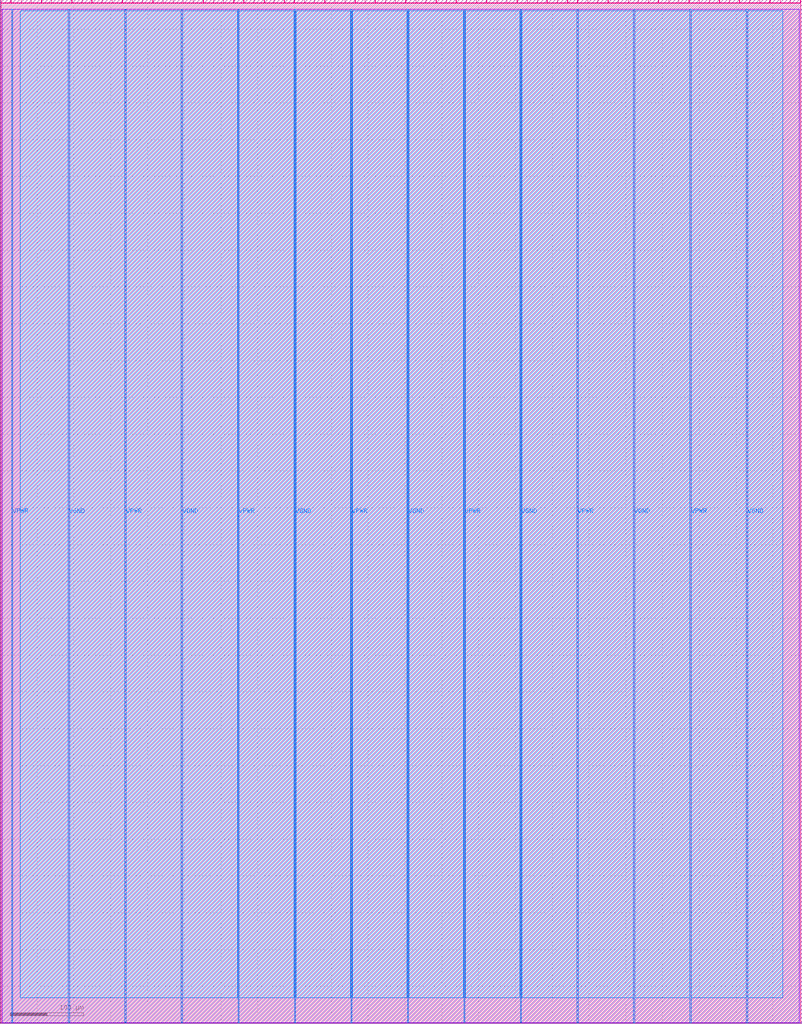
<source format=lef>
# Copyright 2020 The SkyWater PDK Authors
#
# Licensed under the Apache License, Version 2.0 (the "License");
# you may not use this file except in compliance with the License.
# You may obtain a copy of the License at
#
#     https://www.apache.org/licenses/LICENSE-2.0
#
# Unless required by applicable law or agreed to in writing, software
# distributed under the License is distributed on an "AS IS" BASIS,
# WITHOUT WARRANTIES OR CONDITIONS OF ANY KIND, either express or implied.
# See the License for the specific language governing permissions and
# limitations under the License.
#
# SPDX-License-Identifier: Apache-2.0

VERSION 5.7 ;

BUSBITCHARS "[]" ;
DIVIDERCHAR "/" ;

UNITS
  TIME NANOSECONDS 1 ;
  CAPACITANCE PICOFARADS 1 ;
  RESISTANCE OHMS 1 ;
  DATABASE MICRONS 1000 ;
END UNITS

MANUFACTURINGGRID 0.005 ;

PROPERTYDEFINITIONS
  LAYER LEF58_TYPE STRING ;
END PROPERTYDEFINITIONS

# High density, single height
SITE unithd
  SYMMETRY Y ;
  CLASS CORE ;
  SIZE 0.46 BY 2.72 ;
END unithd

# High density, double height
SITE unithddbl
  SYMMETRY Y ;
  CLASS CORE ;
  SIZE 0.46 BY 5.44 ;
END unithddbl

LAYER nwell
  TYPE MASTERSLICE ;
  PROPERTY LEF58_TYPE "TYPE NWELL ;" ;
END nwell

LAYER pwell
  TYPE MASTERSLICE ;
  PROPERTY LEF58_TYPE "TYPE PWELL ;" ;
END pwell

LAYER li1
  TYPE ROUTING ;
  DIRECTION VERTICAL ;

  PITCH 0.46 0.34 ;
  OFFSET 0.23 0.17 ;

  WIDTH 0.17 ;          # LI 1
  # SPACING  0.17 ;     # LI 2
  SPACINGTABLE
     PARALLELRUNLENGTH 0
     WIDTH 0 0.17 ;
  AREA 0.0561 ;         # LI 6
  THICKNESS 0.1 ;
  EDGECAPACITANCE 40.697E-6 ;
  CAPACITANCE CPERSQDIST 36.9866E-6 ;
  RESISTANCE RPERSQ 12.2 ;

  ANTENNAMODEL OXIDE1 ;
  ANTENNADIFFSIDEAREARATIO PWL ( ( 0 75 ) ( 0.0125 75 ) ( 0.0225 85.125 ) ( 22.5 10200 ) ) ;
END li1

LAYER mcon
  TYPE CUT ;

  WIDTH 0.17 ;                # Mcon 1
  SPACING 0.19 ;              # Mcon 2
  ENCLOSURE BELOW 0 0 ;       # Mcon 4
  ENCLOSURE ABOVE 0.03 0.06 ; # Met1 4 / Met1 5

  ANTENNADIFFAREARATIO PWL ( ( 0 3 ) ( 0.0125 3 ) ( 0.0225 3.405 ) ( 22.5 408 ) ) ;
  DCCURRENTDENSITY AVERAGE 0.36 ; # mA per via Iavg_max at Tj = 90oC

END mcon

LAYER met1
  TYPE ROUTING ;
  DIRECTION HORIZONTAL ;

  PITCH 0.34 ;
  OFFSET 0.17 ;

  WIDTH 0.14 ;                     # Met1 1
  # SPACING 0.14 ;                 # Met1 2
  # SPACING 0.28 RANGE 3.001 100 ; # Met1 3b
  SPACINGTABLE
     PARALLELRUNLENGTH 0
     WIDTH 0 0.14
     WIDTH 3 0.28 ;
  AREA 0.083 ;                     # Met1 6
  THICKNESS 0.35 ;

  ANTENNAMODEL OXIDE1 ;
  ANTENNADIFFSIDEAREARATIO PWL ( ( 0 400 ) ( 0.0125 400 ) ( 0.0225 2609 ) ( 22.5 11600 ) ) ;

  EDGECAPACITANCE 40.567E-6 ;
  CAPACITANCE CPERSQDIST 25.7784E-6 ;
  DCCURRENTDENSITY AVERAGE 2.8 ; # mA/um Iavg_max at Tj = 90oC
  ACCURRENTDENSITY RMS 6.1 ; # mA/um Irms_max at Tj = 90oC
  MAXIMUMDENSITY 70 ;
  DENSITYCHECKWINDOW 700 700 ;
  DENSITYCHECKSTEP 70 ;

  RESISTANCE RPERSQ 0.125 ;
END met1

LAYER via
  TYPE CUT ;
  WIDTH 0.15 ;                  # Via 1a
  SPACING 0.17 ;                # Via 2
  ENCLOSURE BELOW 0.055 0.085 ; # Via 4a / Via 5a
  ENCLOSURE ABOVE 0.055 0.085 ; # Met2 4 / Met2 5

  ANTENNADIFFAREARATIO PWL ( ( 0 6 ) ( 0.0125 6 ) ( 0.0225 6.81 ) ( 22.5 816 ) ) ;
  DCCURRENTDENSITY AVERAGE 0.29 ; # mA per via Iavg_max at Tj = 90oC
END via

LAYER met2
  TYPE ROUTING ;
  DIRECTION VERTICAL ;

  PITCH 0.46 ;
  OFFSET 0.23 ;

  WIDTH 0.14 ;                        # Met2 1
  # SPACING  0.14 ;                   # Met2 2
  # SPACING  0.28 RANGE 3.001 100 ;   # Met2 3b
  SPACINGTABLE
     PARALLELRUNLENGTH 0
     WIDTH 0 0.14
     WIDTH 3 0.28 ;
  AREA 0.0676 ;                       # Met2 6
  THICKNESS 0.35 ;

  EDGECAPACITANCE 37.759E-6 ;
  CAPACITANCE CPERSQDIST 16.9423E-6 ;
  RESISTANCE RPERSQ 0.125 ;
  DCCURRENTDENSITY AVERAGE 2.8 ; # mA/um Iavg_max at Tj = 90oC
  ACCURRENTDENSITY RMS 6.1 ; # mA/um Irms_max at Tj = 90oC

  ANTENNAMODEL OXIDE1 ;
  ANTENNADIFFSIDEAREARATIO PWL ( ( 0 400 ) ( 0.0125 400 ) ( 0.0225 2609 ) ( 22.5 11600 ) ) ;

  MAXIMUMDENSITY 70 ;
  DENSITYCHECKWINDOW 700 700 ;
  DENSITYCHECKSTEP 70 ;
END met2

# ******** Layer via2, type routing, number 44 **************
LAYER via2
  TYPE CUT ;
  WIDTH 0.2 ;                   # Via2 1
  SPACING 0.2 ;                 # Via2 2
  ENCLOSURE BELOW 0.04 0.085 ;  # Via2 4
  ENCLOSURE ABOVE 0.065 0.065 ; # Met3 4
  ANTENNADIFFAREARATIO PWL ( ( 0 6 ) ( 0.0125 6 ) ( 0.0225 6.81 ) ( 22.5 816 ) ) ;
  DCCURRENTDENSITY AVERAGE 0.48 ; # mA per via Iavg_max at Tj = 90oC
END via2

LAYER met3
  TYPE ROUTING ;
  DIRECTION HORIZONTAL ;

  PITCH 0.68 ;
  OFFSET 0.34 ;

  WIDTH 0.3 ;              # Met3 1
  # SPACING 0.3 ;          # Met3 2
  SPACINGTABLE
     PARALLELRUNLENGTH 0
     WIDTH 0 0.3
     WIDTH 3 0.4 ;
  AREA 0.24 ;              # Met3 6
  THICKNESS 0.8 ;

  EDGECAPACITANCE 40.989E-6 ;
  CAPACITANCE CPERSQDIST 12.3729E-6 ;
  RESISTANCE RPERSQ 0.047 ;
  DCCURRENTDENSITY AVERAGE 6.8 ; # mA/um Iavg_max at Tj = 90oC
  ACCURRENTDENSITY RMS 14.9 ; # mA/um Irms_max at Tj = 90oC

  ANTENNAMODEL OXIDE1 ;
  ANTENNADIFFSIDEAREARATIO PWL ( ( 0 400 ) ( 0.0125 400 ) ( 0.0225 2609 ) ( 22.5 11600 ) ) ;

  MAXIMUMDENSITY 70 ;
  DENSITYCHECKWINDOW 700 700 ;
  DENSITYCHECKSTEP 70 ;
END met3

LAYER via3
  TYPE CUT ;
  WIDTH 0.2 ;                   # Via3 1
  SPACING 0.2 ;                 # Via3 2
  ENCLOSURE BELOW 0.06 0.09 ;   # Via3 4 / Via3 5
  ENCLOSURE ABOVE 0.065 0.065 ; # Met4 3
  ANTENNADIFFAREARATIO PWL ( ( 0 6 ) ( 0.0125 6 ) ( 0.0225 6.81 ) ( 22.5 816 ) ) ;
  DCCURRENTDENSITY AVERAGE 0.48 ; # mA per via Iavg_max at Tj = 90oC
END via3

LAYER met4
  TYPE ROUTING ;
  DIRECTION VERTICAL ;

  PITCH 0.92 ;
  OFFSET 0.46 ;

  WIDTH 0.3 ;             # Met4 1
  # SPACING  0.3 ;             # Met4 2
  SPACINGTABLE
     PARALLELRUNLENGTH 0
     WIDTH 0 0.3
     WIDTH 3 0.4 ;
  AREA 0.24 ;            # Met4 4a

  THICKNESS 0.8 ;

  EDGECAPACITANCE 36.676E-6 ;
  CAPACITANCE CPERSQDIST 8.41537E-6 ;
  RESISTANCE RPERSQ 0.047 ;
  DCCURRENTDENSITY AVERAGE 6.8 ; # mA/um Iavg_max at Tj = 90oC
  ACCURRENTDENSITY RMS 14.9 ; # mA/um Irms_max at Tj = 90oC

  ANTENNAMODEL OXIDE1 ;
  ANTENNADIFFSIDEAREARATIO PWL ( ( 0 400 ) ( 0.0125 400 ) ( 0.0225 2609 ) ( 22.5 11600 ) ) ;

  MAXIMUMDENSITY 70 ;
  DENSITYCHECKWINDOW 700 700 ;
  DENSITYCHECKSTEP 70 ;
END met4

LAYER via4
  TYPE CUT ;

  WIDTH 0.8 ;                 # Via4 1
  SPACING 0.8 ;               # Via4 2
  ENCLOSURE BELOW 0.19 0.19 ; # Via4 4
  ENCLOSURE ABOVE 0.31 0.31 ; # Met5 3
  ANTENNADIFFAREARATIO PWL ( ( 0 6 ) ( 0.0125 6 ) ( 0.0225 6.81 ) ( 22.5 816 ) ) ;
  DCCURRENTDENSITY AVERAGE 2.49 ; # mA per via Iavg_max at Tj = 90oC
END via4

LAYER met5
  TYPE ROUTING ;
  DIRECTION HORIZONTAL ;

  PITCH 3.4 ;
  OFFSET 1.7 ;

  WIDTH 1.6 ;            # Met5 1
  #SPACING  1.6 ;        # Met5 2
  SPACINGTABLE
     PARALLELRUNLENGTH 0
     WIDTH 0 1.6 ;
  AREA 4 ;               # Met5 4

  THICKNESS 1.2 ;

  EDGECAPACITANCE 38.851E-6 ;
  CAPACITANCE CPERSQDIST 6.32063E-6 ;
  RESISTANCE RPERSQ 0.0285 ;
  DCCURRENTDENSITY AVERAGE 10.17 ; # mA/um Iavg_max at Tj = 90oC
  ACCURRENTDENSITY RMS 22.34 ; # mA/um Irms_max at Tj = 90oC

  ANTENNAMODEL OXIDE1 ;
  ANTENNADIFFSIDEAREARATIO PWL ( ( 0 400 ) ( 0.0125 400 ) ( 0.0225 2609 ) ( 22.5 11600 ) ) ;
END met5


### Routing via cells section   ###
# Plus via rule, metals are along the prefered direction
VIA L1M1_PR DEFAULT
  LAYER mcon ;
  RECT -0.085 -0.085 0.085 0.085 ;
  LAYER li1 ;
  RECT -0.085 -0.085 0.085 0.085 ;
  LAYER met1 ;
  RECT -0.145 -0.115 0.145 0.115 ;
END L1M1_PR

VIARULE L1M1_PR GENERATE
  LAYER li1 ;
  ENCLOSURE 0 0 ;
  LAYER met1 ;
  ENCLOSURE 0.06 0.03 ;
  LAYER mcon ;
  RECT -0.085 -0.085 0.085 0.085 ;
  SPACING 0.36 BY 0.36 ;
END L1M1_PR

# Plus via rule, metals are along the non prefered direction
VIA L1M1_PR_R DEFAULT
  LAYER mcon ;
  RECT -0.085 -0.085 0.085 0.085 ;
  LAYER li1 ;
  RECT -0.085 -0.085 0.085 0.085 ;
  LAYER met1 ;
  RECT -0.115 -0.145 0.115 0.145 ;
END L1M1_PR_R

VIARULE L1M1_PR_R GENERATE
  LAYER li1 ;
  ENCLOSURE 0 0 ;
  LAYER met1 ;
  ENCLOSURE 0.03 0.06 ;
  LAYER mcon ;
  RECT -0.085 -0.085 0.085 0.085 ;
  SPACING 0.36 BY 0.36 ;
END L1M1_PR_R

# Minus via rule, lower layer metal is along prefered direction
VIA L1M1_PR_M DEFAULT
  LAYER mcon ;
  RECT -0.085 -0.085 0.085 0.085 ;
  LAYER li1 ;
  RECT -0.085 -0.085 0.085 0.085 ;
  LAYER met1 ;
  RECT -0.115 -0.145 0.115 0.145 ;
END L1M1_PR_M

VIARULE L1M1_PR_M GENERATE
  LAYER li1 ;
  ENCLOSURE 0 0 ;
  LAYER met1 ;
  ENCLOSURE 0.03 0.06 ;
  LAYER mcon ;
  RECT -0.085 -0.085 0.085 0.085 ;
  SPACING 0.36 BY 0.36 ;
END L1M1_PR_M

# Minus via rule, upper layer metal is along prefered direction
VIA L1M1_PR_MR DEFAULT
  LAYER mcon ;
  RECT -0.085 -0.085 0.085 0.085 ;
  LAYER li1 ;
  RECT -0.085 -0.085 0.085 0.085 ;
  LAYER met1 ;
  RECT -0.145 -0.115 0.145 0.115 ;
END L1M1_PR_MR

VIARULE L1M1_PR_MR GENERATE
  LAYER li1 ;
  ENCLOSURE 0 0 ;
  LAYER met1 ;
  ENCLOSURE 0.06 0.03 ;
  LAYER mcon ;
  RECT -0.085 -0.085 0.085 0.085 ;
  SPACING 0.36 BY 0.36 ;
END L1M1_PR_MR

# Centered via rule, we really do not want to use it
VIA L1M1_PR_C DEFAULT
  LAYER mcon ;
  RECT -0.085 -0.085 0.085 0.085 ;
  LAYER li1 ;
  RECT -0.085 -0.085 0.085 0.085 ;
  LAYER met1 ;
  RECT -0.145 -0.145 0.145 0.145 ;
END L1M1_PR_C

VIARULE L1M1_PR_C GENERATE
  LAYER li1 ;
  ENCLOSURE 0 0 ;
  LAYER met1 ;
  ENCLOSURE 0.06 0.06 ;
  LAYER mcon ;
  RECT -0.085 -0.085 0.085 0.085 ;
  SPACING 0.36 BY 0.36 ;
END L1M1_PR_C

# Plus via rule, metals are along the prefered direction
VIA M1M2_PR DEFAULT
  LAYER via ;
  RECT -0.075 -0.075 0.075 0.075 ;
  LAYER met1 ;
  RECT -0.16 -0.13 0.16 0.13 ;
  LAYER met2 ;
  RECT -0.13 -0.16 0.13 0.16 ;
END M1M2_PR

VIARULE M1M2_PR GENERATE
  LAYER met1 ;
  ENCLOSURE 0.085 0.055 ;
  LAYER met2 ;
  ENCLOSURE 0.055 0.085 ;
  LAYER via ;
  RECT -0.075 -0.075 0.075 0.075 ;
  SPACING 0.32 BY 0.32 ;
END M1M2_PR

# Plus via rule, metals are along the non prefered direction
VIA M1M2_PR_R DEFAULT
  LAYER via ;
  RECT -0.075 -0.075 0.075 0.075 ;
  LAYER met1 ;
  RECT -0.13 -0.16 0.13 0.16 ;
  LAYER met2 ;
  RECT -0.16 -0.13 0.16 0.13 ;
END M1M2_PR_R

VIARULE M1M2_PR_R GENERATE
  LAYER met1 ;
  ENCLOSURE 0.055 0.085 ;
  LAYER met2 ;
  ENCLOSURE 0.085 0.055 ;
  LAYER via ;
  RECT -0.075 -0.075 0.075 0.075 ;
  SPACING 0.32 BY 0.32 ;
END M1M2_PR_R

# Minus via rule, lower layer metal is along prefered direction
VIA M1M2_PR_M DEFAULT
  LAYER via ;
  RECT -0.075 -0.075 0.075 0.075 ;
  LAYER met1 ;
  RECT -0.16 -0.13 0.16 0.13 ;
  LAYER met2 ;
  RECT -0.16 -0.13 0.16 0.13 ;
END M1M2_PR_M

VIARULE M1M2_PR_M GENERATE
  LAYER met1 ;
  ENCLOSURE 0.085 0.055 ;
  LAYER met2 ;
  ENCLOSURE 0.085 0.055 ;
  LAYER via ;
  RECT -0.075 -0.075 0.075 0.075 ;
  SPACING 0.32 BY 0.32 ;
END M1M2_PR_M

# Minus via rule, upper layer metal is along prefered direction
VIA M1M2_PR_MR DEFAULT
  LAYER via ;
  RECT -0.075 -0.075 0.075 0.075 ;
  LAYER met1 ;
  RECT -0.13 -0.16 0.13 0.16 ;
  LAYER met2 ;
  RECT -0.13 -0.16 0.13 0.16 ;
END M1M2_PR_MR

VIARULE M1M2_PR_MR GENERATE
  LAYER met1 ;
  ENCLOSURE 0.055 0.085 ;
  LAYER met2 ;
  ENCLOSURE 0.055 0.085 ;
  LAYER via ;
  RECT -0.075 -0.075 0.075 0.075 ;
  SPACING 0.32 BY 0.32 ;
END M1M2_PR_MR

# Centered via rule, we really do not want to use it
VIA M1M2_PR_C DEFAULT
  LAYER via ;
  RECT -0.075 -0.075 0.075 0.075 ;
  LAYER met1 ;
  RECT -0.16 -0.16 0.16 0.16 ;
  LAYER met2 ;
  RECT -0.16 -0.16 0.16 0.16 ;
END M1M2_PR_C

VIARULE M1M2_PR_C GENERATE
  LAYER met1 ;
  ENCLOSURE 0.085 0.085 ;
  LAYER met2 ;
  ENCLOSURE 0.085 0.085 ;
  LAYER via ;
  RECT -0.075 -0.075 0.075 0.075 ;
  SPACING 0.32 BY 0.32 ;
END M1M2_PR_C

# Plus via rule, metals are along the prefered direction
VIA M2M3_PR DEFAULT
  LAYER via2 ;
  RECT -0.1 -0.1 0.1 0.1 ;
  LAYER met2 ;
  RECT -0.14 -0.185 0.14 0.185 ;
  LAYER met3 ;
  RECT -0.165 -0.165 0.165 0.165 ;
END M2M3_PR

VIARULE M2M3_PR GENERATE
  LAYER met2 ;
  ENCLOSURE 0.04 0.085 ;
  LAYER met3 ;
  ENCLOSURE 0.065 0.065 ;
  LAYER via2 ;
  RECT -0.1 -0.1 0.1 0.1 ;
  SPACING 0.4 BY 0.4 ;
END M2M3_PR

# Plus via rule, metals are along the non prefered direction
VIA M2M3_PR_R DEFAULT
  LAYER via2 ;
  RECT -0.1 -0.1 0.1 0.1 ;
  LAYER met2 ;
  RECT -0.185 -0.14 0.185 0.14 ;
  LAYER met3 ;
  RECT -0.165 -0.165 0.165 0.165 ;
END M2M3_PR_R

VIARULE M2M3_PR_R GENERATE
  LAYER met2 ;
  ENCLOSURE 0.085 0.04 ;
  LAYER met3 ;
  ENCLOSURE 0.065 0.065 ;
  LAYER via2 ;
  RECT -0.1 -0.1 0.1 0.1 ;
  SPACING 0.4 BY 0.4 ;
END M2M3_PR_R

# Minus via rule, lower layer metal is along prefered direction
VIA M2M3_PR_M DEFAULT
  LAYER via2 ;
  RECT -0.1 -0.1 0.1 0.1 ;
  LAYER met2 ;
  RECT -0.14 -0.185 0.14 0.185 ;
  LAYER met3 ;
  RECT -0.165 -0.165 0.165 0.165 ;
END M2M3_PR_M

VIARULE M2M3_PR_M GENERATE
  LAYER met2 ;
  ENCLOSURE 0.04 0.085 ;
  LAYER met3 ;
  ENCLOSURE 0.065 0.065 ;
  LAYER via2 ;
  RECT -0.1 -0.1 0.1 0.1 ;
  SPACING 0.4 BY 0.4 ;
END M2M3_PR_M

# Minus via rule, upper layer metal is along prefered direction
VIA M2M3_PR_MR DEFAULT
  LAYER via2 ;
  RECT -0.1 -0.1 0.1 0.1 ;
  LAYER met2 ;
  RECT -0.185 -0.14 0.185 0.14 ;
  LAYER met3 ;
  RECT -0.165 -0.165 0.165 0.165 ;
END M2M3_PR_MR

VIARULE M2M3_PR_MR GENERATE
  LAYER met2 ;
  ENCLOSURE 0.085 0.04 ;
  LAYER met3 ;
  ENCLOSURE 0.065 0.065 ;
  LAYER via2 ;
  RECT -0.1 -0.1 0.1 0.1 ;
  SPACING 0.4 BY 0.4 ;
END M2M3_PR_MR

# Centered via rule, we really do not want to use it
VIA M2M3_PR_C DEFAULT
  LAYER via2 ;
  RECT -0.1 -0.1 0.1 0.1 ;
  LAYER met2 ;
  RECT -0.185 -0.185 0.185 0.185 ;
  LAYER met3 ;
  RECT -0.165 -0.165 0.165 0.165 ;
END M2M3_PR_C

VIARULE M2M3_PR_C GENERATE
  LAYER met2 ;
  ENCLOSURE 0.085 0.085 ;
  LAYER met3 ;
  ENCLOSURE 0.065 0.065 ;
  LAYER via2 ;
  RECT -0.1 -0.1 0.1 0.1 ;
  SPACING 0.4 BY 0.4 ;
END M2M3_PR_C

# Plus via rule, metals are along the prefered direction
VIA M3M4_PR DEFAULT
  LAYER via3 ;
  RECT -0.1 -0.1 0.1 0.1 ;
  LAYER met3 ;
  RECT -0.19 -0.16 0.19 0.16 ;
  LAYER met4 ;
  RECT -0.165 -0.165 0.165 0.165 ;
END M3M4_PR

VIARULE M3M4_PR GENERATE
  LAYER met3 ;
  ENCLOSURE 0.09 0.06 ;
  LAYER met4 ;
  ENCLOSURE 0.065 0.065 ;
  LAYER via3 ;
  RECT -0.1 -0.1 0.1 0.1 ;
  SPACING 0.4 BY 0.4 ;
END M3M4_PR

# Plus via rule, metals are along the non prefered direction
VIA M3M4_PR_R DEFAULT
  LAYER via3 ;
  RECT -0.1 -0.1 0.1 0.1 ;
  LAYER met3 ;
  RECT -0.16 -0.19 0.16 0.19 ;
  LAYER met4 ;
  RECT -0.165 -0.165 0.165 0.165 ;
END M3M4_PR_R

VIARULE M3M4_PR_R GENERATE
  LAYER met3 ;
  ENCLOSURE 0.06 0.09 ;
  LAYER met4 ;
  ENCLOSURE 0.065 0.065 ;
  LAYER via3 ;
  RECT -0.1 -0.1 0.1 0.1 ;
  SPACING 0.4 BY 0.4 ;
END M3M4_PR_R

# Minus via rule, lower layer metal is along prefered direction
VIA M3M4_PR_M DEFAULT
  LAYER via3 ;
  RECT -0.1 -0.1 0.1 0.1 ;
  LAYER met3 ;
  RECT -0.19 -0.16 0.19 0.16 ;
  LAYER met4 ;
  RECT -0.165 -0.165 0.165 0.165 ;
END M3M4_PR_M

VIARULE M3M4_PR_M GENERATE
  LAYER met3 ;
  ENCLOSURE 0.09 0.06 ;
  LAYER met4 ;
  ENCLOSURE 0.065 0.065 ;
  LAYER via3 ;
  RECT -0.1 -0.1 0.1 0.1 ;
  SPACING 0.4 BY 0.4 ;
END M3M4_PR_M

# Minus via rule, upper layer metal is along prefered direction
VIA M3M4_PR_MR DEFAULT
  LAYER via3 ;
  RECT -0.1 -0.1 0.1 0.1 ;
  LAYER met3 ;
  RECT -0.16 -0.19 0.16 0.19 ;
  LAYER met4 ;
  RECT -0.165 -0.165 0.165 0.165 ;
END M3M4_PR_MR

VIARULE M3M4_PR_MR GENERATE
  LAYER met3 ;
  ENCLOSURE 0.06 0.09 ;
  LAYER met4 ;
  ENCLOSURE 0.065 0.065 ;
  LAYER via3 ;
  RECT -0.1 -0.1 0.1 0.1 ;
  SPACING 0.4 BY 0.4 ;
END M3M4_PR_MR

# Centered via rule, we really do not want to use it
VIA M3M4_PR_C DEFAULT
  LAYER via3 ;
  RECT -0.1 -0.1 0.1 0.1 ;
  LAYER met3 ;
  RECT -0.19 -0.19 0.19 0.19 ;
  LAYER met4 ;
  RECT -0.165 -0.165 0.165 0.165 ;
END M3M4_PR_C

VIARULE M3M4_PR_C GENERATE
  LAYER met3 ;
  ENCLOSURE 0.09 0.09 ;
  LAYER met4 ;
  ENCLOSURE 0.065 0.065 ;
  LAYER via3 ;
  RECT -0.1 -0.1 0.1 0.1 ;
  SPACING 0.4 BY 0.4 ;
END M3M4_PR_C

# Plus via rule, metals are along the prefered direction
VIA M4M5_PR DEFAULT
  LAYER via4 ;
  RECT -0.4 -0.4 0.4 0.4 ;
  LAYER met4 ;
  RECT -0.59 -0.59 0.59 0.59 ;
  LAYER met5 ;
  RECT -0.71 -0.71 0.71 0.71 ;
END M4M5_PR

VIARULE M4M5_PR GENERATE
  LAYER met4 ;
  ENCLOSURE 0.19 0.19 ;
  LAYER met5 ;
  ENCLOSURE 0.31 0.31 ;
  LAYER via4 ;
  RECT -0.4 -0.4 0.4 0.4 ;
  SPACING 1.6 BY 1.6 ;
END M4M5_PR

# Plus via rule, metals are along the non prefered direction
VIA M4M5_PR_R DEFAULT
  LAYER via4 ;
  RECT -0.4 -0.4 0.4 0.4 ;
  LAYER met4 ;
  RECT -0.59 -0.59 0.59 0.59 ;
  LAYER met5 ;
  RECT -0.71 -0.71 0.71 0.71 ;
END M4M5_PR_R

VIARULE M4M5_PR_R GENERATE
  LAYER met4 ;
  ENCLOSURE 0.19 0.19 ;
  LAYER met5 ;
  ENCLOSURE 0.31 0.31 ;
  LAYER via4 ;
  RECT -0.4 -0.4 0.4 0.4 ;
  SPACING 1.6 BY 1.6 ;
END M4M5_PR_R

# Minus via rule, lower layer metal is along prefered direction
VIA M4M5_PR_M DEFAULT
  LAYER via4 ;
  RECT -0.4 -0.4 0.4 0.4 ;
  LAYER met4 ;
  RECT -0.59 -0.59 0.59 0.59 ;
  LAYER met5 ;
  RECT -0.71 -0.71 0.71 0.71 ;
END M4M5_PR_M

VIARULE M4M5_PR_M GENERATE
  LAYER met4 ;
  ENCLOSURE 0.19 0.19 ;
  LAYER met5 ;
  ENCLOSURE 0.31 0.31 ;
  LAYER via4 ;
  RECT -0.4 -0.4 0.4 0.4 ;
  SPACING 1.6 BY 1.6 ;
END M4M5_PR_M

# Minus via rule, upper layer metal is along prefered direction
VIA M4M5_PR_MR DEFAULT
  LAYER via4 ;
  RECT -0.4 -0.4 0.4 0.4 ;
  LAYER met4 ;
  RECT -0.59 -0.59 0.59 0.59 ;
  LAYER met5 ;
  RECT -0.71 -0.71 0.71 0.71 ;
END M4M5_PR_MR

VIARULE M4M5_PR_MR GENERATE
  LAYER met4 ;
  ENCLOSURE 0.19 0.19 ;
  LAYER met5 ;
  ENCLOSURE 0.31 0.31 ;
  LAYER via4 ;
  RECT -0.4 -0.4 0.4 0.4 ;
  SPACING 1.6 BY 1.6 ;
END M4M5_PR_MR

# Centered via rule, we really do not want to use it
VIA M4M5_PR_C DEFAULT
  LAYER via4 ;
  RECT -0.4 -0.4 0.4 0.4 ;
  LAYER met4 ;
  RECT -0.59 -0.59 0.59 0.59 ;
  LAYER met5 ;
  RECT -0.71 -0.71 0.71 0.71 ;
END M4M5_PR_C

VIARULE M4M5_PR_C GENERATE
  LAYER met4 ;
  ENCLOSURE 0.19 0.19 ;
  LAYER met5 ;
  ENCLOSURE 0.31 0.31 ;
  LAYER via4 ;
  RECT -0.4 -0.4 0.4 0.4 ;
  SPACING 1.6 BY 1.6 ;
END M4M5_PR_C
###  end of single via cells   ###


MACRO sky130_ef_sc_hd__fakediode_2
  CLASS CORE SPACER ;
  FOREIGN sky130_ef_sc_hd__fakediode_2 ;
  ORIGIN 0.000 0.000 ;
  SIZE 0.920 BY 2.720 ;
  SYMMETRY X Y R90 ;
  SITE unithd ;
  PIN DIODE
    PORT
      LAYER li1 ;
        RECT 0.085 0.255 0.835 2.465 ;
    END
  END DIODE
  PIN VGND
    USE GROUND ;
    PORT
      LAYER li1 ;
        RECT 0.000 -0.085 0.920 0.085 ;
      LAYER mcon ;
        RECT 0.145 -0.085 0.315 0.085 ;
        RECT 0.605 -0.085 0.775 0.085 ;
      LAYER met1 ;
        RECT 0.000 -0.240 0.920 0.240 ;
    END
  END VGND
  PIN VPWR
    USE POWER ;
    PORT
      LAYER li1 ;
        RECT 0.000 2.635 0.920 2.805 ;
      LAYER mcon ;
        RECT 0.145 2.635 0.315 2.805 ;
        RECT 0.605 2.635 0.775 2.805 ;
      LAYER met1 ;
        RECT 0.000 2.480 0.920 2.960 ;
    END
  END VPWR
  PIN VPB
    PORT
      LAYER nwell ;
        RECT -0.190 1.305 1.110 2.910 ;
    END
  END VPB
  PIN VNB
    PORT
      LAYER pwell ;
        RECT 0.145 -0.085 0.315 0.085 ;
    END
  END VNB
END sky130_ef_sc_hd__fakediode_2
MACRO sky130_fd_sc_hd__and3_4
  CLASS CORE ;
  FOREIGN sky130_fd_sc_hd__and3_4 ;
  ORIGIN  0.000000  0.000000 ;
  SIZE  4.140000 BY  2.720000 ;
  SYMMETRY X Y R90 ;
  SITE unithd ;
  PIN A
    ANTENNAGATEAREA  0.247500 ;
    DIRECTION INPUT ;
    USE SIGNAL ;
    PORT
      LAYER li1 ;
        RECT 0.115000 0.995000 0.875000 1.340000 ;
        RECT 0.115000 1.340000 0.365000 2.335000 ;
    END
  END A
  PIN B
    ANTENNAGATEAREA  0.247500 ;
    DIRECTION INPUT ;
    USE SIGNAL ;
    PORT
      LAYER li1 ;
        RECT 1.065000 0.745000 1.355000 1.340000 ;
    END
  END B
  PIN C
    ANTENNAGATEAREA  0.247500 ;
    DIRECTION INPUT ;
    USE SIGNAL ;
    PORT
      LAYER li1 ;
        RECT 1.525000 0.995000 1.900000 1.325000 ;
    END
  END C
  PIN X
    ANTENNADIFFAREA  0.924000 ;
    DIRECTION OUTPUT ;
    USE SIGNAL ;
    PORT
      LAYER li1 ;
        RECT 2.450000 0.515000 2.640000 0.615000 ;
        RECT 2.450000 0.615000 4.055000 0.845000 ;
        RECT 2.450000 1.535000 4.055000 1.760000 ;
        RECT 2.450000 1.760000 2.640000 2.465000 ;
        RECT 3.310000 0.255000 3.500000 0.615000 ;
        RECT 3.310000 1.760000 4.055000 1.765000 ;
        RECT 3.310000 1.765000 3.500000 2.465000 ;
        RECT 3.775000 0.845000 4.055000 1.535000 ;
    END
  END X
  PIN VGND
    DIRECTION INOUT ;
    SHAPE ABUTMENT ;
    USE GROUND ;
    PORT
      LAYER met1 ;
        RECT 0.000000 -0.240000 4.140000 0.240000 ;
    END
  END VGND
  PIN VNB
    DIRECTION INOUT ;
    USE GROUND ;
    PORT
      LAYER pwell ;
        RECT 0.145000 -0.085000 0.315000 0.085000 ;
    END
  END VNB
  PIN VPB
    DIRECTION INOUT ;
    USE POWER ;
    PORT
      LAYER nwell ;
        RECT -0.190000 1.305000 4.330000 2.910000 ;
    END
  END VPB
  PIN VPWR
    DIRECTION INOUT ;
    SHAPE ABUTMENT ;
    USE POWER ;
    PORT
      LAYER met1 ;
        RECT 0.000000 2.480000 4.140000 2.960000 ;
    END
  END VPWR
  OBS
    LAYER li1 ;
      RECT 0.000000 -0.085000 4.140000 0.085000 ;
      RECT 0.000000  2.635000 4.140000 2.805000 ;
      RECT 0.465000  0.255000 0.800000 0.375000 ;
      RECT 0.465000  0.375000 1.725000 0.565000 ;
      RECT 0.465000  0.565000 0.800000 0.805000 ;
      RECT 0.545000  1.580000 2.280000 1.750000 ;
      RECT 0.545000  1.750000 0.725000 2.465000 ;
      RECT 0.895000  1.935000 1.345000 2.635000 ;
      RECT 1.520000  1.750000 1.700000 2.465000 ;
      RECT 1.535000  0.565000 1.725000 0.615000 ;
      RECT 1.535000  0.615000 2.280000 0.805000 ;
      RECT 1.905000  0.085000 2.235000 0.445000 ;
      RECT 1.910000  1.935000 2.240000 2.635000 ;
      RECT 2.070000  0.805000 2.280000 1.020000 ;
      RECT 2.070000  1.020000 3.605000 1.355000 ;
      RECT 2.070000  1.355000 2.280000 1.580000 ;
      RECT 2.810000  0.085000 3.140000 0.445000 ;
      RECT 2.810000  1.935000 3.140000 2.635000 ;
      RECT 3.670000  0.085000 4.000000 0.445000 ;
      RECT 3.670000  1.935000 4.000000 2.635000 ;
    LAYER mcon ;
      RECT 0.145000 -0.085000 0.315000 0.085000 ;
      RECT 0.145000  2.635000 0.315000 2.805000 ;
      RECT 0.605000 -0.085000 0.775000 0.085000 ;
      RECT 0.605000  2.635000 0.775000 2.805000 ;
      RECT 1.065000 -0.085000 1.235000 0.085000 ;
      RECT 1.065000  2.635000 1.235000 2.805000 ;
      RECT 1.525000 -0.085000 1.695000 0.085000 ;
      RECT 1.525000  2.635000 1.695000 2.805000 ;
      RECT 1.985000 -0.085000 2.155000 0.085000 ;
      RECT 1.985000  2.635000 2.155000 2.805000 ;
      RECT 2.445000 -0.085000 2.615000 0.085000 ;
      RECT 2.445000  2.635000 2.615000 2.805000 ;
      RECT 2.905000 -0.085000 3.075000 0.085000 ;
      RECT 2.905000  2.635000 3.075000 2.805000 ;
      RECT 3.365000 -0.085000 3.535000 0.085000 ;
      RECT 3.365000  2.635000 3.535000 2.805000 ;
      RECT 3.825000 -0.085000 3.995000 0.085000 ;
      RECT 3.825000  2.635000 3.995000 2.805000 ;
  END
END sky130_fd_sc_hd__and3_4
MACRO sky130_fd_sc_hd__and3_1
  CLASS CORE ;
  FOREIGN sky130_fd_sc_hd__and3_1 ;
  ORIGIN  0.000000  0.000000 ;
  SIZE  2.300000 BY  2.720000 ;
  SYMMETRY X Y R90 ;
  SITE unithd ;
  PIN A
    ANTENNAGATEAREA  0.126000 ;
    DIRECTION INPUT ;
    USE SIGNAL ;
    PORT
      LAYER li1 ;
        RECT 0.085000 0.635000 0.635000 1.020000 ;
    END
  END A
  PIN B
    ANTENNAGATEAREA  0.126000 ;
    DIRECTION INPUT ;
    USE SIGNAL ;
    PORT
      LAYER li1 ;
        RECT 0.865000 2.125000 1.345000 2.465000 ;
    END
  END B
  PIN C
    ANTENNAGATEAREA  0.126000 ;
    DIRECTION INPUT ;
    USE SIGNAL ;
    PORT
      LAYER li1 ;
        RECT 1.145000 0.305000 1.365000 0.790000 ;
        RECT 1.145000 0.790000 1.475000 1.215000 ;
    END
  END C
  PIN X
    ANTENNADIFFAREA  0.429000 ;
    DIRECTION OUTPUT ;
    USE SIGNAL ;
    PORT
      LAYER li1 ;
        RECT 1.940000 1.765000 2.215000 2.465000 ;
        RECT 1.955000 0.255000 2.215000 0.735000 ;
        RECT 2.045000 0.735000 2.215000 1.765000 ;
    END
  END X
  PIN VGND
    DIRECTION INOUT ;
    SHAPE ABUTMENT ;
    USE GROUND ;
    PORT
      LAYER met1 ;
        RECT 0.000000 -0.240000 2.300000 0.240000 ;
    END
  END VGND
  PIN VNB
    DIRECTION INOUT ;
    USE GROUND ;
    PORT
      LAYER pwell ;
        RECT 0.145000 -0.085000 0.315000 0.085000 ;
    END
  END VNB
  PIN VPB
    DIRECTION INOUT ;
    USE POWER ;
    PORT
      LAYER nwell ;
        RECT -0.190000 1.305000 2.490000 2.910000 ;
    END
  END VPB
  PIN VPWR
    DIRECTION INOUT ;
    SHAPE ABUTMENT ;
    USE POWER ;
    PORT
      LAYER met1 ;
        RECT 0.000000 2.480000 2.300000 2.960000 ;
    END
  END VPWR
  OBS
    LAYER li1 ;
      RECT 0.000000 -0.085000 2.300000 0.085000 ;
      RECT 0.000000  2.635000 2.300000 2.805000 ;
      RECT 0.085000  0.295000 0.975000 0.465000 ;
      RECT 0.085000  1.190000 0.975000 1.260000 ;
      RECT 0.085000  1.260000 0.980000 1.285000 ;
      RECT 0.085000  1.285000 0.990000 1.300000 ;
      RECT 0.085000  1.300000 0.995000 1.315000 ;
      RECT 0.085000  1.315000 1.005000 1.320000 ;
      RECT 0.085000  1.320000 1.010000 1.330000 ;
      RECT 0.085000  1.330000 1.015000 1.340000 ;
      RECT 0.085000  1.340000 1.025000 1.345000 ;
      RECT 0.085000  1.345000 1.035000 1.355000 ;
      RECT 0.085000  1.355000 1.045000 1.360000 ;
      RECT 0.085000  1.360000 0.345000 1.810000 ;
      RECT 0.085000  1.980000 0.700000 2.080000 ;
      RECT 0.085000  2.080000 0.690000 2.635000 ;
      RECT 0.515000  1.710000 0.845000 1.955000 ;
      RECT 0.515000  1.955000 0.700000 1.980000 ;
      RECT 0.710000  1.360000 1.045000 1.365000 ;
      RECT 0.710000  1.365000 1.060000 1.370000 ;
      RECT 0.710000  1.370000 1.075000 1.380000 ;
      RECT 0.710000  1.380000 1.100000 1.385000 ;
      RECT 0.710000  1.385000 1.875000 1.390000 ;
      RECT 0.740000  1.390000 1.875000 1.425000 ;
      RECT 0.775000  1.425000 1.875000 1.450000 ;
      RECT 0.805000  0.465000 0.975000 1.190000 ;
      RECT 0.805000  1.450000 1.875000 1.480000 ;
      RECT 0.825000  1.480000 1.875000 1.510000 ;
      RECT 0.845000  1.510000 1.875000 1.540000 ;
      RECT 0.915000  1.540000 1.875000 1.550000 ;
      RECT 0.940000  1.550000 1.875000 1.560000 ;
      RECT 0.960000  1.560000 1.875000 1.575000 ;
      RECT 0.980000  1.575000 1.875000 1.590000 ;
      RECT 0.985000  1.590000 1.770000 1.600000 ;
      RECT 1.000000  1.600000 1.770000 1.635000 ;
      RECT 1.015000  1.635000 1.770000 1.885000 ;
      RECT 1.515000  2.090000 1.770000 2.635000 ;
      RECT 1.535000  0.085000 1.785000 0.625000 ;
      RECT 1.645000  0.990000 1.875000 1.385000 ;
    LAYER mcon ;
      RECT 0.145000 -0.085000 0.315000 0.085000 ;
      RECT 0.145000  2.635000 0.315000 2.805000 ;
      RECT 0.605000 -0.085000 0.775000 0.085000 ;
      RECT 0.605000  2.635000 0.775000 2.805000 ;
      RECT 1.065000 -0.085000 1.235000 0.085000 ;
      RECT 1.065000  2.635000 1.235000 2.805000 ;
      RECT 1.525000 -0.085000 1.695000 0.085000 ;
      RECT 1.525000  2.635000 1.695000 2.805000 ;
      RECT 1.985000 -0.085000 2.155000 0.085000 ;
      RECT 1.985000  2.635000 2.155000 2.805000 ;
  END
END sky130_fd_sc_hd__and3_1
MACRO sky130_fd_sc_hd__and3_2
  CLASS CORE ;
  FOREIGN sky130_fd_sc_hd__and3_2 ;
  ORIGIN  0.000000  0.000000 ;
  SIZE  2.760000 BY  2.720000 ;
  SYMMETRY X Y R90 ;
  SITE unithd ;
  PIN A
    ANTENNAGATEAREA  0.126000 ;
    DIRECTION INPUT ;
    USE SIGNAL ;
    PORT
      LAYER li1 ;
        RECT 0.085000 0.765000 0.470000 1.245000 ;
    END
  END A
  PIN B
    ANTENNAGATEAREA  0.126000 ;
    DIRECTION INPUT ;
    USE SIGNAL ;
    PORT
      LAYER li1 ;
        RECT 0.895000 2.125000 1.370000 2.465000 ;
    END
  END B
  PIN C
    ANTENNAGATEAREA  0.126000 ;
    DIRECTION INPUT ;
    USE SIGNAL ;
    PORT
      LAYER li1 ;
        RECT 1.065000 0.305000 1.295000 0.750000 ;
        RECT 1.065000 0.750000 1.475000 1.245000 ;
    END
  END C
  PIN X
    ANTENNADIFFAREA  0.445500 ;
    DIRECTION OUTPUT ;
    USE SIGNAL ;
    PORT
      LAYER li1 ;
        RECT 1.970000 1.795000 2.245000 2.465000 ;
        RECT 1.980000 0.255000 2.230000 0.715000 ;
        RECT 2.060000 0.715000 2.230000 0.925000 ;
        RECT 2.060000 0.925000 2.675000 1.445000 ;
        RECT 2.075000 1.445000 2.245000 1.795000 ;
    END
  END X
  PIN VGND
    DIRECTION INOUT ;
    SHAPE ABUTMENT ;
    USE GROUND ;
    PORT
      LAYER met1 ;
        RECT 0.000000 -0.240000 2.760000 0.240000 ;
    END
  END VGND
  PIN VNB
    DIRECTION INOUT ;
    USE GROUND ;
    PORT
      LAYER pwell ;
        RECT 0.145000 -0.085000 0.315000 0.085000 ;
    END
  END VNB
  PIN VPB
    DIRECTION INOUT ;
    USE POWER ;
    PORT
      LAYER nwell ;
        RECT -0.190000 1.305000 2.950000 2.910000 ;
    END
  END VPB
  PIN VPWR
    DIRECTION INOUT ;
    SHAPE ABUTMENT ;
    USE POWER ;
    PORT
      LAYER met1 ;
        RECT 0.000000 2.480000 2.760000 2.960000 ;
    END
  END VPWR
  OBS
    LAYER li1 ;
      RECT 0.000000 -0.085000 2.760000 0.085000 ;
      RECT 0.000000  2.635000 2.760000 2.805000 ;
      RECT 0.085000  2.130000 0.715000 2.635000 ;
      RECT 0.100000  1.425000 1.890000 1.595000 ;
      RECT 0.100000  1.595000 0.355000 1.960000 ;
      RECT 0.105000  0.305000 0.895000 0.570000 ;
      RECT 0.525000  1.765000 0.855000 1.955000 ;
      RECT 0.525000  1.955000 0.715000 2.130000 ;
      RECT 0.640000  0.570000 0.895000 1.425000 ;
      RECT 1.080000  1.595000 1.330000 1.890000 ;
      RECT 1.475000  0.085000 1.805000 0.580000 ;
      RECT 1.555000  1.790000 1.770000 2.635000 ;
      RECT 1.660000  0.995000 1.890000 1.425000 ;
      RECT 2.400000  0.085000 2.675000 0.745000 ;
      RECT 2.415000  1.625000 2.675000 2.635000 ;
    LAYER mcon ;
      RECT 0.145000 -0.085000 0.315000 0.085000 ;
      RECT 0.145000  2.635000 0.315000 2.805000 ;
      RECT 0.605000 -0.085000 0.775000 0.085000 ;
      RECT 0.605000  2.635000 0.775000 2.805000 ;
      RECT 1.065000 -0.085000 1.235000 0.085000 ;
      RECT 1.065000  2.635000 1.235000 2.805000 ;
      RECT 1.525000 -0.085000 1.695000 0.085000 ;
      RECT 1.525000  2.635000 1.695000 2.805000 ;
      RECT 1.985000 -0.085000 2.155000 0.085000 ;
      RECT 1.985000  2.635000 2.155000 2.805000 ;
      RECT 2.445000 -0.085000 2.615000 0.085000 ;
      RECT 2.445000  2.635000 2.615000 2.805000 ;
  END
END sky130_fd_sc_hd__and3_2
MACRO sky130_fd_sc_hd__a2111o_2
  CLASS CORE ;
  FOREIGN sky130_fd_sc_hd__a2111o_2 ;
  ORIGIN  0.000000  0.000000 ;
  SIZE  4.600000 BY  2.720000 ;
  SYMMETRY X Y R90 ;
  SITE unithd ;
  PIN A1
    ANTENNAGATEAREA  0.247500 ;
    DIRECTION INPUT ;
    USE SIGNAL ;
    PORT
      LAYER li1 ;
        RECT 3.365000 0.955000 3.775000 1.740000 ;
        RECT 3.505000 0.290000 3.995000 0.825000 ;
        RECT 3.505000 0.825000 3.775000 0.955000 ;
    END
  END A1
  PIN A2
    ANTENNAGATEAREA  0.247500 ;
    DIRECTION INPUT ;
    USE SIGNAL ;
    PORT
      LAYER li1 ;
        RECT 3.945000 0.995000 4.515000 1.740000 ;
    END
  END A2
  PIN B1
    ANTENNAGATEAREA  0.247500 ;
    DIRECTION INPUT ;
    USE SIGNAL ;
    PORT
      LAYER li1 ;
        RECT 2.905000 0.995000 3.195000 1.740000 ;
    END
  END B1
  PIN C1
    ANTENNAGATEAREA  0.247500 ;
    DIRECTION INPUT ;
    USE SIGNAL ;
    PORT
      LAYER li1 ;
        RECT 2.425000 0.995000 2.735000 2.355000 ;
    END
  END C1
  PIN D1
    ANTENNAGATEAREA  0.247500 ;
    DIRECTION INPUT ;
    USE SIGNAL ;
    PORT
      LAYER li1 ;
        RECT 1.885000 0.995000 2.255000 1.325000 ;
        RECT 1.960000 1.325000 2.255000 2.355000 ;
    END
  END D1
  PIN X
    ANTENNADIFFAREA  0.462000 ;
    DIRECTION OUTPUT ;
    USE SIGNAL ;
    PORT
      LAYER li1 ;
        RECT 0.605000 0.255000 0.895000 2.390000 ;
    END
  END X
  PIN VGND
    DIRECTION INOUT ;
    SHAPE ABUTMENT ;
    USE GROUND ;
    PORT
      LAYER met1 ;
        RECT 0.000000 -0.240000 4.600000 0.240000 ;
    END
  END VGND
  PIN VNB
    DIRECTION INOUT ;
    USE GROUND ;
    PORT
      LAYER pwell ;
        RECT 0.145000 -0.085000 0.315000 0.085000 ;
    END
  END VNB
  PIN VPB
    DIRECTION INOUT ;
    USE POWER ;
    PORT
      LAYER nwell ;
        RECT -0.190000 1.305000 4.790000 2.910000 ;
    END
  END VPB
  PIN VPWR
    DIRECTION INOUT ;
    SHAPE ABUTMENT ;
    USE POWER ;
    PORT
      LAYER met1 ;
        RECT 0.000000 2.480000 4.600000 2.960000 ;
    END
  END VPWR
  OBS
    LAYER li1 ;
      RECT 0.000000 -0.085000 4.600000 0.085000 ;
      RECT 0.000000  2.635000 4.600000 2.805000 ;
      RECT 0.085000  0.085000 0.435000 0.885000 ;
      RECT 0.085000  1.635000 0.435000 2.635000 ;
      RECT 1.065000  0.085000 2.010000 0.445000 ;
      RECT 1.065000  0.445000 1.325000 0.865000 ;
      RECT 1.065000  1.075000 1.705000 1.325000 ;
      RECT 1.065000  1.495000 1.315000 2.635000 ;
      RECT 1.495000  0.615000 3.335000 0.785000 ;
      RECT 1.495000  0.785000 1.705000 1.075000 ;
      RECT 1.495000  1.325000 1.705000 1.495000 ;
      RECT 1.495000  1.495000 1.785000 2.465000 ;
      RECT 2.180000  0.255000 2.420000 0.615000 ;
      RECT 2.590000  0.085000 2.920000 0.445000 ;
      RECT 3.070000  1.915000 4.515000 2.085000 ;
      RECT 3.070000  2.085000 3.400000 2.465000 ;
      RECT 3.090000  0.255000 3.335000 0.615000 ;
      RECT 3.590000  2.255000 3.920000 2.635000 ;
      RECT 4.090000  2.085000 4.515000 2.465000 ;
      RECT 4.165000  0.085000 4.515000 0.805000 ;
    LAYER mcon ;
      RECT 0.145000 -0.085000 0.315000 0.085000 ;
      RECT 0.145000  2.635000 0.315000 2.805000 ;
      RECT 0.605000 -0.085000 0.775000 0.085000 ;
      RECT 0.605000  2.635000 0.775000 2.805000 ;
      RECT 1.065000 -0.085000 1.235000 0.085000 ;
      RECT 1.065000  2.635000 1.235000 2.805000 ;
      RECT 1.525000 -0.085000 1.695000 0.085000 ;
      RECT 1.525000  2.635000 1.695000 2.805000 ;
      RECT 1.985000 -0.085000 2.155000 0.085000 ;
      RECT 1.985000  2.635000 2.155000 2.805000 ;
      RECT 2.445000 -0.085000 2.615000 0.085000 ;
      RECT 2.445000  2.635000 2.615000 2.805000 ;
      RECT 2.905000 -0.085000 3.075000 0.085000 ;
      RECT 2.905000  2.635000 3.075000 2.805000 ;
      RECT 3.365000 -0.085000 3.535000 0.085000 ;
      RECT 3.365000  2.635000 3.535000 2.805000 ;
      RECT 3.825000 -0.085000 3.995000 0.085000 ;
      RECT 3.825000  2.635000 3.995000 2.805000 ;
      RECT 4.285000 -0.085000 4.455000 0.085000 ;
      RECT 4.285000  2.635000 4.455000 2.805000 ;
  END
END sky130_fd_sc_hd__a2111o_2
MACRO sky130_fd_sc_hd__a2111o_4
  CLASS CORE ;
  FOREIGN sky130_fd_sc_hd__a2111o_4 ;
  ORIGIN  0.000000  0.000000 ;
  SIZE  7.820000 BY  2.720000 ;
  SYMMETRY X Y R90 ;
  SITE unithd ;
  PIN A1
    ANTENNAGATEAREA  0.495000 ;
    DIRECTION INPUT ;
    USE SIGNAL ;
    PORT
      LAYER li1 ;
        RECT 3.825000 1.075000 4.495000 1.275000 ;
    END
  END A1
  PIN A2
    ANTENNAGATEAREA  0.495000 ;
    DIRECTION INPUT ;
    USE SIGNAL ;
    PORT
      LAYER li1 ;
        RECT 4.675000 1.075000 5.625000 1.275000 ;
    END
  END A2
  PIN B1
    ANTENNAGATEAREA  0.495000 ;
    DIRECTION INPUT ;
    USE SIGNAL ;
    PORT
      LAYER li1 ;
        RECT 2.450000 0.975000 3.255000 1.285000 ;
    END
  END B1
  PIN C1
    ANTENNAGATEAREA  0.495000 ;
    DIRECTION INPUT ;
    USE SIGNAL ;
    PORT
      LAYER li1 ;
        RECT 1.040000 0.975000 2.280000 1.285000 ;
    END
  END C1
  PIN D1
    ANTENNAGATEAREA  0.495000 ;
    DIRECTION INPUT ;
    USE SIGNAL ;
    PORT
      LAYER li1 ;
        RECT 0.085000 0.975000 0.370000 1.625000 ;
    END
  END D1
  PIN X
    ANTENNADIFFAREA  0.924000 ;
    DIRECTION OUTPUT ;
    USE SIGNAL ;
    PORT
      LAYER li1 ;
        RECT 6.165000 0.255000 6.355000 0.635000 ;
        RECT 6.165000 0.635000 7.735000 0.805000 ;
        RECT 6.165000 1.465000 7.735000 1.635000 ;
        RECT 6.165000 1.635000 7.215000 1.715000 ;
        RECT 6.165000 1.715000 6.355000 2.465000 ;
        RECT 7.025000 0.255000 7.215000 0.635000 ;
        RECT 7.025000 1.715000 7.215000 2.465000 ;
        RECT 7.490000 0.805000 7.735000 1.465000 ;
    END
  END X
  PIN VGND
    DIRECTION INOUT ;
    SHAPE ABUTMENT ;
    USE GROUND ;
    PORT
      LAYER met1 ;
        RECT 0.000000 -0.240000 7.820000 0.240000 ;
    END
  END VGND
  PIN VNB
    DIRECTION INOUT ;
    USE GROUND ;
    PORT
      LAYER pwell ;
        RECT 0.145000 -0.085000 0.315000 0.085000 ;
    END
  END VNB
  PIN VPB
    DIRECTION INOUT ;
    USE POWER ;
    PORT
      LAYER nwell ;
        RECT -0.190000 1.305000 8.010000 2.910000 ;
    END
  END VPB
  PIN VPWR
    DIRECTION INOUT ;
    SHAPE ABUTMENT ;
    USE POWER ;
    PORT
      LAYER met1 ;
        RECT 0.000000 2.480000 7.820000 2.960000 ;
    END
  END VPWR
  OBS
    LAYER li1 ;
      RECT 0.000000 -0.085000 7.820000 0.085000 ;
      RECT 0.000000  2.635000 7.820000 2.805000 ;
      RECT 0.110000  1.795000 0.370000 2.295000 ;
      RECT 0.110000  2.295000 2.160000 2.465000 ;
      RECT 0.180000  0.255000 0.440000 0.635000 ;
      RECT 0.180000  0.635000 3.655000 0.805000 ;
      RECT 0.540000  0.805000 0.870000 2.125000 ;
      RECT 0.610000  0.085000 0.940000 0.465000 ;
      RECT 1.040000  1.455000 1.230000 2.295000 ;
      RECT 1.110000  0.255000 1.340000 0.615000 ;
      RECT 1.110000  0.615000 3.655000 0.635000 ;
      RECT 1.400000  1.455000 3.100000 1.625000 ;
      RECT 1.400000  1.625000 1.730000 2.125000 ;
      RECT 1.510000  0.085000 1.840000 0.445000 ;
      RECT 1.900000  1.795000 2.160000 2.295000 ;
      RECT 2.015000  0.255000 2.240000 0.615000 ;
      RECT 2.340000  1.795000 2.675000 2.295000 ;
      RECT 2.340000  2.295000 3.650000 2.465000 ;
      RECT 2.420000  0.085000 3.295000 0.445000 ;
      RECT 2.845000  1.625000 3.100000 2.125000 ;
      RECT 3.320000  1.795000 5.495000 1.995000 ;
      RECT 3.320000  1.995000 3.650000 2.295000 ;
      RECT 3.465000  0.255000 4.585000 0.445000 ;
      RECT 3.465000  0.445000 3.655000 0.615000 ;
      RECT 3.465000  0.805000 3.655000 1.445000 ;
      RECT 3.465000  1.445000 5.975000 1.625000 ;
      RECT 3.825000  0.615000 5.495000 0.785000 ;
      RECT 3.865000  2.165000 4.195000 2.635000 ;
      RECT 4.365000  1.995000 4.625000 2.415000 ;
      RECT 4.805000  0.085000 5.140000 0.445000 ;
      RECT 4.805000  2.255000 5.140000 2.635000 ;
      RECT 5.310000  0.255000 5.495000 0.615000 ;
      RECT 5.310000  1.995000 5.495000 2.465000 ;
      RECT 5.665000  0.085000 5.995000 0.515000 ;
      RECT 5.665000  1.800000 5.995000 2.635000 ;
      RECT 5.795000  1.075000 7.320000 1.245000 ;
      RECT 5.795000  1.245000 5.975000 1.445000 ;
      RECT 6.525000  0.085000 6.855000 0.445000 ;
      RECT 6.525000  1.885000 6.855000 2.635000 ;
      RECT 7.385000  0.085000 7.715000 0.465000 ;
      RECT 7.385000  1.805000 7.715000 2.635000 ;
    LAYER mcon ;
      RECT 0.145000 -0.085000 0.315000 0.085000 ;
      RECT 0.145000  2.635000 0.315000 2.805000 ;
      RECT 0.605000 -0.085000 0.775000 0.085000 ;
      RECT 0.605000  2.635000 0.775000 2.805000 ;
      RECT 1.065000 -0.085000 1.235000 0.085000 ;
      RECT 1.065000  2.635000 1.235000 2.805000 ;
      RECT 1.525000 -0.085000 1.695000 0.085000 ;
      RECT 1.525000  2.635000 1.695000 2.805000 ;
      RECT 1.985000 -0.085000 2.155000 0.085000 ;
      RECT 1.985000  2.635000 2.155000 2.805000 ;
      RECT 2.445000 -0.085000 2.615000 0.085000 ;
      RECT 2.445000  2.635000 2.615000 2.805000 ;
      RECT 2.905000 -0.085000 3.075000 0.085000 ;
      RECT 2.905000  2.635000 3.075000 2.805000 ;
      RECT 3.365000 -0.085000 3.535000 0.085000 ;
      RECT 3.365000  2.635000 3.535000 2.805000 ;
      RECT 3.825000 -0.085000 3.995000 0.085000 ;
      RECT 3.825000  2.635000 3.995000 2.805000 ;
      RECT 4.285000 -0.085000 4.455000 0.085000 ;
      RECT 4.285000  2.635000 4.455000 2.805000 ;
      RECT 4.745000 -0.085000 4.915000 0.085000 ;
      RECT 4.745000  2.635000 4.915000 2.805000 ;
      RECT 5.205000 -0.085000 5.375000 0.085000 ;
      RECT 5.205000  2.635000 5.375000 2.805000 ;
      RECT 5.665000 -0.085000 5.835000 0.085000 ;
      RECT 5.665000  2.635000 5.835000 2.805000 ;
      RECT 6.125000 -0.085000 6.295000 0.085000 ;
      RECT 6.125000  2.635000 6.295000 2.805000 ;
      RECT 6.585000 -0.085000 6.755000 0.085000 ;
      RECT 6.585000  2.635000 6.755000 2.805000 ;
      RECT 7.045000 -0.085000 7.215000 0.085000 ;
      RECT 7.045000  2.635000 7.215000 2.805000 ;
      RECT 7.505000 -0.085000 7.675000 0.085000 ;
      RECT 7.505000  2.635000 7.675000 2.805000 ;
  END
END sky130_fd_sc_hd__a2111o_4
MACRO sky130_fd_sc_hd__a2111o_1
  CLASS CORE ;
  FOREIGN sky130_fd_sc_hd__a2111o_1 ;
  ORIGIN  0.000000  0.000000 ;
  SIZE  4.140000 BY  2.720000 ;
  SYMMETRY X Y R90 ;
  SITE unithd ;
  PIN A1
    ANTENNAGATEAREA  0.247500 ;
    DIRECTION INPUT ;
    USE SIGNAL ;
    PORT
      LAYER li1 ;
        RECT 2.905000 0.995000 3.290000 1.325000 ;
        RECT 2.985000 0.285000 3.540000 0.845000 ;
        RECT 2.985000 0.845000 3.290000 0.995000 ;
    END
  END A1
  PIN A2
    ANTENNAGATEAREA  0.247500 ;
    DIRECTION INPUT ;
    USE SIGNAL ;
    PORT
      LAYER li1 ;
        RECT 3.510000 1.025000 4.010000 1.290000 ;
    END
  END A2
  PIN B1
    ANTENNAGATEAREA  0.247500 ;
    DIRECTION INPUT ;
    USE SIGNAL ;
    PORT
      LAYER li1 ;
        RECT 2.400000 0.995000 2.680000 2.465000 ;
    END
  END B1
  PIN C1
    ANTENNAGATEAREA  0.247500 ;
    DIRECTION INPUT ;
    USE SIGNAL ;
    PORT
      LAYER li1 ;
        RECT 1.890000 1.050000 2.220000 2.465000 ;
    END
  END C1
  PIN D1
    ANTENNAGATEAREA  0.247500 ;
    DIRECTION INPUT ;
    USE SIGNAL ;
    PORT
      LAYER li1 ;
        RECT 1.290000 1.050000 1.720000 1.290000 ;
        RECT 1.515000 1.290000 1.720000 2.465000 ;
    END
  END D1
  PIN X
    ANTENNADIFFAREA  0.504500 ;
    DIRECTION OUTPUT ;
    USE SIGNAL ;
    PORT
      LAYER li1 ;
        RECT 0.135000 0.255000 0.465000 1.620000 ;
        RECT 0.135000 1.620000 0.390000 2.460000 ;
    END
  END X
  PIN VGND
    DIRECTION INOUT ;
    SHAPE ABUTMENT ;
    USE GROUND ;
    PORT
      LAYER met1 ;
        RECT 0.000000 -0.240000 4.140000 0.240000 ;
    END
  END VGND
  PIN VNB
    DIRECTION INOUT ;
    USE GROUND ;
    PORT
      LAYER pwell ;
        RECT 0.145000 -0.085000 0.315000 0.085000 ;
    END
    PORT
      LAYER pwell ;
        RECT 1.975000 -0.065000 2.145000 0.105000 ;
    END
  END VNB
  PIN VPB
    DIRECTION INOUT ;
    USE POWER ;
    PORT
      LAYER nwell ;
        RECT -0.190000 1.305000 4.330000 2.910000 ;
    END
  END VPB
  PIN VPWR
    DIRECTION INOUT ;
    SHAPE ABUTMENT ;
    USE POWER ;
    PORT
      LAYER met1 ;
        RECT 0.000000 2.480000 4.140000 2.960000 ;
    END
  END VPWR
  OBS
    LAYER li1 ;
      RECT 0.000000 -0.085000 4.140000 0.085000 ;
      RECT 0.000000  2.635000 4.140000 2.805000 ;
      RECT 0.565000  1.815000 0.895000 2.635000 ;
      RECT 0.635000  0.085000 1.310000 0.470000 ;
      RECT 0.695000  0.650000 1.915000 0.655000 ;
      RECT 0.695000  0.655000 2.805000 0.825000 ;
      RECT 0.695000  0.825000 0.915000 1.465000 ;
      RECT 0.695000  1.465000 1.345000 1.645000 ;
      RECT 1.135000  1.645000 1.345000 2.460000 ;
      RECT 1.585000  0.260000 1.915000 0.650000 ;
      RECT 2.085000  0.085000 2.430000 0.485000 ;
      RECT 2.600000  0.260000 2.805000 0.655000 ;
      RECT 2.860000  1.495000 3.990000 1.665000 ;
      RECT 2.860000  1.665000 3.145000 2.460000 ;
      RECT 3.325000  1.835000 3.540000 2.635000 ;
      RECT 3.715000  0.085000 3.955000 0.760000 ;
      RECT 3.720000  1.665000 3.990000 2.460000 ;
    LAYER mcon ;
      RECT 0.145000 -0.085000 0.315000 0.085000 ;
      RECT 0.145000  2.635000 0.315000 2.805000 ;
      RECT 0.605000 -0.085000 0.775000 0.085000 ;
      RECT 0.605000  2.635000 0.775000 2.805000 ;
      RECT 1.065000 -0.085000 1.235000 0.085000 ;
      RECT 1.065000  2.635000 1.235000 2.805000 ;
      RECT 1.525000 -0.085000 1.695000 0.085000 ;
      RECT 1.525000  2.635000 1.695000 2.805000 ;
      RECT 1.985000 -0.085000 2.155000 0.085000 ;
      RECT 1.985000  2.635000 2.155000 2.805000 ;
      RECT 2.445000 -0.085000 2.615000 0.085000 ;
      RECT 2.445000  2.635000 2.615000 2.805000 ;
      RECT 2.905000 -0.085000 3.075000 0.085000 ;
      RECT 2.905000  2.635000 3.075000 2.805000 ;
      RECT 3.365000 -0.085000 3.535000 0.085000 ;
      RECT 3.365000  2.635000 3.535000 2.805000 ;
      RECT 3.825000 -0.085000 3.995000 0.085000 ;
      RECT 3.825000  2.635000 3.995000 2.805000 ;
  END
END sky130_fd_sc_hd__a2111o_1
MACRO sky130_fd_sc_hd__nand4b_2
  CLASS CORE ;
  FOREIGN sky130_fd_sc_hd__nand4b_2 ;
  ORIGIN  0.000000  0.000000 ;
  SIZE  5.520000 BY  2.720000 ;
  SYMMETRY X Y R90 ;
  SITE unithd ;
  PIN A_N
    ANTENNAGATEAREA  0.126000 ;
    DIRECTION INPUT ;
    USE SIGNAL ;
    PORT
      LAYER li1 ;
        RECT 0.090000 0.995000 0.330000 1.615000 ;
    END
  END A_N
  PIN B
    ANTENNAGATEAREA  0.495000 ;
    DIRECTION INPUT ;
    USE SIGNAL ;
    PORT
      LAYER li1 ;
        RECT 2.010000 1.075000 3.100000 1.275000 ;
    END
  END B
  PIN C
    ANTENNAGATEAREA  0.495000 ;
    DIRECTION INPUT ;
    USE SIGNAL ;
    PORT
      LAYER li1 ;
        RECT 3.360000 1.075000 4.450000 1.275000 ;
    END
  END C
  PIN D
    ANTENNAGATEAREA  0.495000 ;
    DIRECTION INPUT ;
    USE SIGNAL ;
    PORT
      LAYER li1 ;
        RECT 4.620000 1.075000 5.430000 1.275000 ;
    END
  END D
  PIN Y
    ANTENNADIFFAREA  1.255500 ;
    DIRECTION OUTPUT ;
    USE SIGNAL ;
    PORT
      LAYER li1 ;
        RECT 1.455000 0.635000 1.785000 0.825000 ;
        RECT 1.455000 1.445000 4.865000 1.665000 ;
        RECT 1.455000 1.665000 1.785000 2.465000 ;
        RECT 1.550000 0.825000 1.785000 1.445000 ;
        RECT 2.295000 1.665000 2.625000 2.465000 ;
        RECT 3.605000 1.665000 3.935000 2.465000 ;
        RECT 4.535000 1.665000 4.865000 2.465000 ;
    END
  END Y
  PIN VGND
    DIRECTION INOUT ;
    SHAPE ABUTMENT ;
    USE GROUND ;
    PORT
      LAYER met1 ;
        RECT 0.000000 -0.240000 5.520000 0.240000 ;
    END
  END VGND
  PIN VNB
    DIRECTION INOUT ;
    USE GROUND ;
    PORT
      LAYER pwell ;
        RECT 0.150000 -0.085000 0.320000 0.085000 ;
    END
  END VNB
  PIN VPB
    DIRECTION INOUT ;
    USE POWER ;
    PORT
      LAYER nwell ;
        RECT -0.190000 1.305000 5.710000 2.910000 ;
    END
  END VPB
  PIN VPWR
    DIRECTION INOUT ;
    SHAPE ABUTMENT ;
    USE POWER ;
    PORT
      LAYER met1 ;
        RECT 0.000000 2.480000 5.520000 2.960000 ;
    END
  END VPWR
  OBS
    LAYER li1 ;
      RECT 0.000000 -0.085000 5.520000 0.085000 ;
      RECT 0.000000  2.635000 5.520000 2.805000 ;
      RECT 0.090000  0.255000 0.345000 0.635000 ;
      RECT 0.090000  0.635000 0.670000 0.805000 ;
      RECT 0.090000  1.915000 0.670000 2.085000 ;
      RECT 0.090000  2.085000 0.345000 2.465000 ;
      RECT 0.500000  0.805000 0.670000 1.075000 ;
      RECT 0.500000  1.075000 1.380000 1.245000 ;
      RECT 0.500000  1.245000 0.670000 1.915000 ;
      RECT 0.515000  0.085000 0.845000 0.465000 ;
      RECT 0.515000  2.255000 1.285000 2.635000 ;
      RECT 1.035000  0.255000 2.125000 0.465000 ;
      RECT 1.035000  0.465000 1.285000 0.905000 ;
      RECT 1.035000  1.445000 1.285000 2.255000 ;
      RECT 1.955000  0.465000 2.125000 0.635000 ;
      RECT 1.955000  0.635000 3.045000 0.905000 ;
      RECT 1.955000  1.835000 2.125000 2.635000 ;
      RECT 2.295000  0.255000 3.985000 0.465000 ;
      RECT 2.795000  1.835000 3.435000 2.635000 ;
      RECT 3.235000  0.635000 4.455000 0.715000 ;
      RECT 3.235000  0.715000 5.340000 0.905000 ;
      RECT 4.105000  1.835000 4.365000 2.635000 ;
      RECT 4.155000  0.255000 4.415000 0.615000 ;
      RECT 4.155000  0.615000 4.455000 0.635000 ;
      RECT 4.665000  0.085000 4.835000 0.545000 ;
      RECT 5.005000  0.255000 5.340000 0.715000 ;
      RECT 5.035000  1.495000 5.430000 2.635000 ;
    LAYER mcon ;
      RECT 0.145000 -0.085000 0.315000 0.085000 ;
      RECT 0.145000  2.635000 0.315000 2.805000 ;
      RECT 0.605000 -0.085000 0.775000 0.085000 ;
      RECT 0.605000  2.635000 0.775000 2.805000 ;
      RECT 1.065000 -0.085000 1.235000 0.085000 ;
      RECT 1.065000  2.635000 1.235000 2.805000 ;
      RECT 1.525000 -0.085000 1.695000 0.085000 ;
      RECT 1.525000  2.635000 1.695000 2.805000 ;
      RECT 1.985000 -0.085000 2.155000 0.085000 ;
      RECT 1.985000  2.635000 2.155000 2.805000 ;
      RECT 2.445000 -0.085000 2.615000 0.085000 ;
      RECT 2.445000  2.635000 2.615000 2.805000 ;
      RECT 2.905000 -0.085000 3.075000 0.085000 ;
      RECT 2.905000  2.635000 3.075000 2.805000 ;
      RECT 3.365000 -0.085000 3.535000 0.085000 ;
      RECT 3.365000  2.635000 3.535000 2.805000 ;
      RECT 3.825000 -0.085000 3.995000 0.085000 ;
      RECT 3.825000  2.635000 3.995000 2.805000 ;
      RECT 4.285000 -0.085000 4.455000 0.085000 ;
      RECT 4.285000  2.635000 4.455000 2.805000 ;
      RECT 4.745000 -0.085000 4.915000 0.085000 ;
      RECT 4.745000  2.635000 4.915000 2.805000 ;
      RECT 5.205000 -0.085000 5.375000 0.085000 ;
      RECT 5.205000  2.635000 5.375000 2.805000 ;
  END
END sky130_fd_sc_hd__nand4b_2
MACRO sky130_fd_sc_hd__nand4b_1
  CLASS CORE ;
  FOREIGN sky130_fd_sc_hd__nand4b_1 ;
  ORIGIN  0.000000  0.000000 ;
  SIZE  3.220000 BY  2.720000 ;
  SYMMETRY X Y R90 ;
  SITE unithd ;
  PIN A_N
    ANTENNAGATEAREA  0.126000 ;
    DIRECTION INPUT ;
    USE SIGNAL ;
    PORT
      LAYER li1 ;
        RECT 0.425000 0.995000 0.775000 1.325000 ;
    END
  END A_N
  PIN B
    ANTENNAGATEAREA  0.247500 ;
    DIRECTION INPUT ;
    USE SIGNAL ;
    PORT
      LAYER li1 ;
        RECT 1.925000 0.765000 2.185000 1.325000 ;
    END
  END B
  PIN C
    ANTENNAGATEAREA  0.247500 ;
    DIRECTION INPUT ;
    USE SIGNAL ;
    PORT
      LAYER li1 ;
        RECT 1.505000 0.765000 1.755000 1.325000 ;
    END
  END C
  PIN D
    ANTENNAGATEAREA  0.247500 ;
    DIRECTION INPUT ;
    USE SIGNAL ;
    PORT
      LAYER li1 ;
        RECT 0.965000 0.995000 1.235000 1.325000 ;
    END
  END D
  PIN Y
    ANTENNADIFFAREA  0.887500 ;
    DIRECTION OUTPUT ;
    USE SIGNAL ;
    PORT
      LAYER li1 ;
        RECT 1.130000 1.495000 3.135000 1.665000 ;
        RECT 1.130000 1.665000 1.460000 2.465000 ;
        RECT 2.085000 1.665000 2.415000 2.465000 ;
        RECT 2.695000 0.255000 3.135000 0.825000 ;
        RECT 2.925000 0.825000 3.135000 1.495000 ;
    END
  END Y
  PIN VGND
    DIRECTION INOUT ;
    SHAPE ABUTMENT ;
    USE GROUND ;
    PORT
      LAYER met1 ;
        RECT 0.000000 -0.240000 3.220000 0.240000 ;
    END
  END VGND
  PIN VNB
    DIRECTION INOUT ;
    USE GROUND ;
    PORT
      LAYER pwell ;
        RECT 0.145000 -0.085000 0.315000 0.085000 ;
    END
  END VNB
  PIN VPB
    DIRECTION INOUT ;
    USE POWER ;
    PORT
      LAYER nwell ;
        RECT -0.190000 1.305000 3.410000 2.910000 ;
    END
  END VPB
  PIN VPWR
    DIRECTION INOUT ;
    SHAPE ABUTMENT ;
    USE POWER ;
    PORT
      LAYER met1 ;
        RECT 0.000000 2.480000 3.220000 2.960000 ;
    END
  END VPWR
  OBS
    LAYER li1 ;
      RECT 0.000000 -0.085000 3.220000 0.085000 ;
      RECT 0.000000  2.635000 3.220000 2.805000 ;
      RECT 0.085000  0.445000 0.475000 0.655000 ;
      RECT 0.085000  0.655000 1.335000 0.825000 ;
      RECT 0.085000  0.825000 0.255000 1.595000 ;
      RECT 0.085000  1.595000 0.510000 1.925000 ;
      RECT 0.655000  0.085000 0.985000 0.485000 ;
      RECT 0.710000  1.495000 0.960000 2.635000 ;
      RECT 1.155000  0.425000 2.525000 0.595000 ;
      RECT 1.155000  0.595000 1.335000 0.655000 ;
      RECT 1.630000  1.835000 1.915000 2.635000 ;
      RECT 2.355000  0.595000 2.525000 0.995000 ;
      RECT 2.355000  0.995000 2.755000 1.325000 ;
      RECT 2.705000  1.835000 2.920000 2.635000 ;
    LAYER mcon ;
      RECT 0.145000 -0.085000 0.315000 0.085000 ;
      RECT 0.145000  2.635000 0.315000 2.805000 ;
      RECT 0.605000 -0.085000 0.775000 0.085000 ;
      RECT 0.605000  2.635000 0.775000 2.805000 ;
      RECT 1.065000 -0.085000 1.235000 0.085000 ;
      RECT 1.065000  2.635000 1.235000 2.805000 ;
      RECT 1.525000 -0.085000 1.695000 0.085000 ;
      RECT 1.525000  2.635000 1.695000 2.805000 ;
      RECT 1.985000 -0.085000 2.155000 0.085000 ;
      RECT 1.985000  2.635000 2.155000 2.805000 ;
      RECT 2.445000 -0.085000 2.615000 0.085000 ;
      RECT 2.445000  2.635000 2.615000 2.805000 ;
      RECT 2.905000 -0.085000 3.075000 0.085000 ;
      RECT 2.905000  2.635000 3.075000 2.805000 ;
  END
END sky130_fd_sc_hd__nand4b_1
MACRO sky130_fd_sc_hd__nand4b_4
  CLASS CORE ;
  FOREIGN sky130_fd_sc_hd__nand4b_4 ;
  ORIGIN  0.000000  0.000000 ;
  SIZE  8.740000 BY  2.720000 ;
  SYMMETRY X Y R90 ;
  SITE unithd ;
  PIN A_N
    ANTENNAGATEAREA  0.247500 ;
    DIRECTION INPUT ;
    USE SIGNAL ;
    PORT
      LAYER li1 ;
        RECT 0.110000 1.075000 0.440000 1.275000 ;
    END
  END A_N
  PIN B
    ANTENNAGATEAREA  0.990000 ;
    DIRECTION INPUT ;
    USE SIGNAL ;
    PORT
      LAYER li1 ;
        RECT 2.930000 1.075000 4.590000 1.275000 ;
    END
  END B
  PIN C
    ANTENNAGATEAREA  0.990000 ;
    DIRECTION INPUT ;
    USE SIGNAL ;
    PORT
      LAYER li1 ;
        RECT 4.790000 1.075000 6.510000 1.275000 ;
    END
  END C
  PIN D
    ANTENNAGATEAREA  0.990000 ;
    DIRECTION INPUT ;
    USE SIGNAL ;
    PORT
      LAYER li1 ;
        RECT 7.015000 1.075000 8.655000 1.275000 ;
    END
  END D
  PIN Y
    ANTENNADIFFAREA  2.511000 ;
    DIRECTION OUTPUT ;
    USE SIGNAL ;
    PORT
      LAYER li1 ;
        RECT 1.455000 0.635000 2.640000 0.905000 ;
        RECT 1.455000 1.445000 8.185000 1.665000 ;
        RECT 1.455000 1.665000 1.785000 2.465000 ;
        RECT 2.295000 1.665000 2.625000 2.465000 ;
        RECT 2.375000 0.905000 2.640000 1.445000 ;
        RECT 3.135000 1.665000 3.465000 2.465000 ;
        RECT 3.975000 1.665000 4.305000 2.465000 ;
        RECT 5.335000 1.665000 5.665000 2.465000 ;
        RECT 6.175000 1.665000 6.505000 2.465000 ;
        RECT 7.015000 1.665000 7.345000 2.465000 ;
        RECT 7.855000 1.665000 8.185000 2.465000 ;
    END
  END Y
  PIN VGND
    DIRECTION INOUT ;
    SHAPE ABUTMENT ;
    USE GROUND ;
    PORT
      LAYER met1 ;
        RECT 0.000000 -0.240000 8.740000 0.240000 ;
    END
  END VGND
  PIN VNB
    DIRECTION INOUT ;
    USE GROUND ;
    PORT
      LAYER pwell ;
        RECT 0.150000 -0.085000 0.320000 0.085000 ;
    END
  END VNB
  PIN VPB
    DIRECTION INOUT ;
    USE POWER ;
    PORT
      LAYER nwell ;
        RECT -0.190000 1.305000 8.930000 2.910000 ;
    END
  END VPB
  PIN VPWR
    DIRECTION INOUT ;
    SHAPE ABUTMENT ;
    USE POWER ;
    PORT
      LAYER met1 ;
        RECT 0.000000 2.480000 8.740000 2.960000 ;
    END
  END VPWR
  OBS
    LAYER li1 ;
      RECT 0.000000 -0.085000 8.740000 0.085000 ;
      RECT 0.000000  2.635000 8.740000 2.805000 ;
      RECT 0.090000  0.255000 0.425000 0.735000 ;
      RECT 0.090000  0.735000 0.805000 0.905000 ;
      RECT 0.090000  1.495000 0.805000 1.665000 ;
      RECT 0.090000  1.665000 0.425000 2.465000 ;
      RECT 0.595000  0.085000 0.845000 0.545000 ;
      RECT 0.595000  1.835000 1.285000 2.635000 ;
      RECT 0.610000  0.905000 0.805000 1.075000 ;
      RECT 0.610000  1.075000 2.205000 1.275000 ;
      RECT 0.610000  1.275000 0.805000 1.495000 ;
      RECT 0.995000  1.495000 1.285000 1.835000 ;
      RECT 1.035000  0.255000 4.725000 0.465000 ;
      RECT 1.035000  0.465000 1.285000 0.905000 ;
      RECT 1.955000  1.835000 2.125000 2.635000 ;
      RECT 2.795000  1.835000 2.965000 2.635000 ;
      RECT 3.135000  0.635000 6.505000 0.905000 ;
      RECT 3.635000  1.835000 3.805000 2.635000 ;
      RECT 4.475000  1.835000 5.165000 2.635000 ;
      RECT 4.915000  0.255000 6.925000 0.465000 ;
      RECT 5.835000  1.835000 6.005000 2.635000 ;
      RECT 6.675000  0.465000 6.925000 0.735000 ;
      RECT 6.675000  0.735000 8.610000 0.905000 ;
      RECT 6.675000  1.835000 6.845000 2.635000 ;
      RECT 7.095000  0.085000 7.265000 0.545000 ;
      RECT 7.435000  0.255000 7.765000 0.735000 ;
      RECT 7.515000  1.835000 7.685000 2.635000 ;
      RECT 7.935000  0.085000 8.105000 0.545000 ;
      RECT 8.275000  0.255000 8.610000 0.735000 ;
      RECT 8.355000  1.445000 8.610000 2.635000 ;
    LAYER mcon ;
      RECT 0.145000 -0.085000 0.315000 0.085000 ;
      RECT 0.145000  2.635000 0.315000 2.805000 ;
      RECT 0.605000 -0.085000 0.775000 0.085000 ;
      RECT 0.605000  2.635000 0.775000 2.805000 ;
      RECT 1.065000 -0.085000 1.235000 0.085000 ;
      RECT 1.065000  2.635000 1.235000 2.805000 ;
      RECT 1.525000 -0.085000 1.695000 0.085000 ;
      RECT 1.525000  2.635000 1.695000 2.805000 ;
      RECT 1.985000 -0.085000 2.155000 0.085000 ;
      RECT 1.985000  2.635000 2.155000 2.805000 ;
      RECT 2.445000 -0.085000 2.615000 0.085000 ;
      RECT 2.445000  2.635000 2.615000 2.805000 ;
      RECT 2.905000 -0.085000 3.075000 0.085000 ;
      RECT 2.905000  2.635000 3.075000 2.805000 ;
      RECT 3.365000 -0.085000 3.535000 0.085000 ;
      RECT 3.365000  2.635000 3.535000 2.805000 ;
      RECT 3.825000 -0.085000 3.995000 0.085000 ;
      RECT 3.825000  2.635000 3.995000 2.805000 ;
      RECT 4.285000 -0.085000 4.455000 0.085000 ;
      RECT 4.285000  2.635000 4.455000 2.805000 ;
      RECT 4.745000 -0.085000 4.915000 0.085000 ;
      RECT 4.745000  2.635000 4.915000 2.805000 ;
      RECT 5.205000 -0.085000 5.375000 0.085000 ;
      RECT 5.205000  2.635000 5.375000 2.805000 ;
      RECT 5.665000 -0.085000 5.835000 0.085000 ;
      RECT 5.665000  2.635000 5.835000 2.805000 ;
      RECT 6.125000 -0.085000 6.295000 0.085000 ;
      RECT 6.125000  2.635000 6.295000 2.805000 ;
      RECT 6.585000 -0.085000 6.755000 0.085000 ;
      RECT 6.585000  2.635000 6.755000 2.805000 ;
      RECT 7.045000 -0.085000 7.215000 0.085000 ;
      RECT 7.045000  2.635000 7.215000 2.805000 ;
      RECT 7.505000 -0.085000 7.675000 0.085000 ;
      RECT 7.505000  2.635000 7.675000 2.805000 ;
      RECT 7.965000 -0.085000 8.135000 0.085000 ;
      RECT 7.965000  2.635000 8.135000 2.805000 ;
      RECT 8.425000 -0.085000 8.595000 0.085000 ;
      RECT 8.425000  2.635000 8.595000 2.805000 ;
  END
END sky130_fd_sc_hd__nand4b_4
MACRO sky130_fd_sc_hd__o22a_2
  CLASS CORE ;
  FOREIGN sky130_fd_sc_hd__o22a_2 ;
  ORIGIN  0.000000  0.000000 ;
  SIZE  3.680000 BY  2.720000 ;
  SYMMETRY X Y R90 ;
  SITE unithd ;
  PIN A1
    ANTENNAGATEAREA  0.247500 ;
    DIRECTION INPUT ;
    USE SIGNAL ;
    PORT
      LAYER li1 ;
        RECT 3.095000 1.075000 3.590000 1.275000 ;
        RECT 3.270000 1.275000 3.590000 1.615000 ;
    END
  END A1
  PIN A2
    ANTENNAGATEAREA  0.247500 ;
    DIRECTION INPUT ;
    USE SIGNAL ;
    PORT
      LAYER li1 ;
        RECT 2.595000 1.075000 2.925000 1.325000 ;
        RECT 2.745000 1.325000 2.925000 1.445000 ;
        RECT 2.745000 1.445000 3.100000 1.615000 ;
        RECT 2.900000 1.615000 3.100000 2.405000 ;
    END
  END A2
  PIN B1
    ANTENNAGATEAREA  0.247500 ;
    DIRECTION INPUT ;
    USE SIGNAL ;
    PORT
      LAYER li1 ;
        RECT 1.435000 1.075000 1.790000 1.325000 ;
    END
  END B1
  PIN B2
    ANTENNAGATEAREA  0.247500 ;
    DIRECTION INPUT ;
    USE SIGNAL ;
    PORT
      LAYER li1 ;
        RECT 1.960000 1.075000 2.425000 1.325000 ;
    END
  END B2
  PIN X
    ANTENNADIFFAREA  0.445500 ;
    DIRECTION OUTPUT ;
    USE SIGNAL ;
    PORT
      LAYER li1 ;
        RECT 0.590000 0.365000 0.805000 2.465000 ;
    END
  END X
  PIN VGND
    DIRECTION INOUT ;
    SHAPE ABUTMENT ;
    USE GROUND ;
    PORT
      LAYER met1 ;
        RECT 0.000000 -0.240000 3.680000 0.240000 ;
    END
  END VGND
  PIN VNB
    DIRECTION INOUT ;
    USE GROUND ;
    PORT
      LAYER pwell ;
        RECT 0.130000 -0.085000 0.300000 0.085000 ;
    END
  END VNB
  PIN VPB
    DIRECTION INOUT ;
    USE POWER ;
    PORT
      LAYER nwell ;
        RECT -0.190000 1.305000 3.870000 2.910000 ;
    END
  END VPB
  PIN VPWR
    DIRECTION INOUT ;
    SHAPE ABUTMENT ;
    USE POWER ;
    PORT
      LAYER met1 ;
        RECT 0.000000 2.480000 3.680000 2.960000 ;
    END
  END VPWR
  OBS
    LAYER li1 ;
      RECT 0.000000 -0.085000 3.680000 0.085000 ;
      RECT 0.000000  2.635000 3.680000 2.805000 ;
      RECT 0.115000  1.445000 0.365000 2.635000 ;
      RECT 0.185000  0.085000 0.355000 0.885000 ;
      RECT 0.975000  0.715000 2.215000 0.895000 ;
      RECT 0.975000  0.895000 1.255000 1.495000 ;
      RECT 0.975000  1.495000 2.575000 1.705000 ;
      RECT 0.995000  1.875000 1.795000 2.635000 ;
      RECT 1.025000  0.085000 1.205000 0.545000 ;
      RECT 1.465000  0.295000 2.730000 0.475000 ;
      RECT 1.850000  0.645000 2.215000 0.715000 ;
      RECT 2.190000  1.705000 2.575000 2.465000 ;
      RECT 2.390000  0.475000 2.730000 0.695000 ;
      RECT 2.390000  0.695000 3.590000 0.825000 ;
      RECT 2.560000  0.825000 3.590000 0.865000 ;
      RECT 2.915000  0.085000 3.085000 0.525000 ;
      RECT 3.255000  0.280000 3.590000 0.695000 ;
      RECT 3.270000  1.795000 3.590000 2.635000 ;
    LAYER mcon ;
      RECT 0.145000 -0.085000 0.315000 0.085000 ;
      RECT 0.145000  2.635000 0.315000 2.805000 ;
      RECT 0.605000 -0.085000 0.775000 0.085000 ;
      RECT 0.605000  2.635000 0.775000 2.805000 ;
      RECT 1.065000 -0.085000 1.235000 0.085000 ;
      RECT 1.065000  2.635000 1.235000 2.805000 ;
      RECT 1.525000 -0.085000 1.695000 0.085000 ;
      RECT 1.525000  2.635000 1.695000 2.805000 ;
      RECT 1.985000 -0.085000 2.155000 0.085000 ;
      RECT 1.985000  2.635000 2.155000 2.805000 ;
      RECT 2.445000 -0.085000 2.615000 0.085000 ;
      RECT 2.445000  2.635000 2.615000 2.805000 ;
      RECT 2.905000 -0.085000 3.075000 0.085000 ;
      RECT 2.905000  2.635000 3.075000 2.805000 ;
      RECT 3.365000 -0.085000 3.535000 0.085000 ;
      RECT 3.365000  2.635000 3.535000 2.805000 ;
  END
END sky130_fd_sc_hd__o22a_2
MACRO sky130_fd_sc_hd__o22a_4
  CLASS CORE ;
  FOREIGN sky130_fd_sc_hd__o22a_4 ;
  ORIGIN  0.000000  0.000000 ;
  SIZE  6.440000 BY  2.720000 ;
  SYMMETRY X Y R90 ;
  SITE unithd ;
  PIN A1
    ANTENNAGATEAREA  0.495000 ;
    DIRECTION INPUT ;
    USE SIGNAL ;
    PORT
      LAYER li1 ;
        RECT 4.350000 1.075000 4.680000 1.445000 ;
        RECT 4.350000 1.445000 5.735000 1.615000 ;
        RECT 5.565000 1.075000 6.355000 1.275000 ;
        RECT 5.565000 1.275000 5.735000 1.445000 ;
    END
  END A1
  PIN A2
    ANTENNAGATEAREA  0.495000 ;
    DIRECTION INPUT ;
    USE SIGNAL ;
    PORT
      LAYER li1 ;
        RECT 4.900000 1.075000 5.395000 1.275000 ;
    END
  END A2
  PIN B1
    ANTENNAGATEAREA  0.495000 ;
    DIRECTION INPUT ;
    USE SIGNAL ;
    PORT
      LAYER li1 ;
        RECT 2.420000 1.075000 2.955000 1.445000 ;
        RECT 2.420000 1.445000 4.180000 1.615000 ;
        RECT 3.850000 1.075000 4.180000 1.445000 ;
    END
  END B1
  PIN B2
    ANTENNAGATEAREA  0.495000 ;
    DIRECTION INPUT ;
    USE SIGNAL ;
    PORT
      LAYER li1 ;
        RECT 3.125000 1.075000 3.680000 1.275000 ;
    END
  END B2
  PIN X
    ANTENNADIFFAREA  0.891000 ;
    DIRECTION OUTPUT ;
    USE SIGNAL ;
    PORT
      LAYER li1 ;
        RECT 0.085000 0.725000 1.770000 0.905000 ;
        RECT 0.085000 0.905000 0.370000 1.445000 ;
        RECT 0.085000 1.445000 1.730000 1.615000 ;
        RECT 0.600000 0.265000 0.930000 0.725000 ;
        RECT 0.640000 1.615000 0.890000 2.465000 ;
        RECT 1.440000 0.255000 1.770000 0.725000 ;
        RECT 1.480000 1.615000 1.730000 2.465000 ;
    END
  END X
  PIN VGND
    DIRECTION INOUT ;
    SHAPE ABUTMENT ;
    USE GROUND ;
    PORT
      LAYER met1 ;
        RECT 0.000000 -0.240000 6.440000 0.240000 ;
    END
  END VGND
  PIN VNB
    DIRECTION INOUT ;
    USE GROUND ;
    PORT
      LAYER pwell ;
        RECT 0.145000 -0.085000 0.315000 0.085000 ;
    END
  END VNB
  PIN VPB
    DIRECTION INOUT ;
    USE POWER ;
    PORT
      LAYER nwell ;
        RECT -0.190000 1.305000 6.630000 2.910000 ;
    END
  END VPB
  PIN VPWR
    DIRECTION INOUT ;
    SHAPE ABUTMENT ;
    USE POWER ;
    PORT
      LAYER met1 ;
        RECT 0.000000 2.480000 6.440000 2.960000 ;
    END
  END VPWR
  OBS
    LAYER li1 ;
      RECT 0.000000 -0.085000 6.440000 0.085000 ;
      RECT 0.000000  2.635000 6.440000 2.805000 ;
      RECT 0.220000  1.825000 0.470000 2.635000 ;
      RECT 0.260000  0.085000 0.430000 0.555000 ;
      RECT 0.540000  1.075000 2.230000 1.275000 ;
      RECT 1.060000  1.795000 1.310000 2.635000 ;
      RECT 1.100000  0.085000 1.270000 0.555000 ;
      RECT 1.900000  1.275000 2.230000 1.785000 ;
      RECT 1.900000  1.785000 5.270000 1.955000 ;
      RECT 1.900000  2.125000 2.670000 2.635000 ;
      RECT 1.940000  0.085000 2.110000 0.555000 ;
      RECT 1.940000  0.735000 3.970000 0.905000 ;
      RECT 1.940000  0.905000 2.230000 1.075000 ;
      RECT 2.380000  0.255000 4.470000 0.475000 ;
      RECT 2.415000  0.645000 3.970000 0.735000 ;
      RECT 2.840000  2.125000 3.090000 2.295000 ;
      RECT 2.840000  2.295000 3.930000 2.465000 ;
      RECT 3.260000  1.955000 3.510000 2.125000 ;
      RECT 3.680000  2.125000 3.930000 2.295000 ;
      RECT 4.100000  2.125000 4.430000 2.635000 ;
      RECT 4.140000  0.475000 4.470000 0.735000 ;
      RECT 4.140000  0.735000 6.150000 0.905000 ;
      RECT 4.600000  2.125000 4.850000 2.295000 ;
      RECT 4.600000  2.295000 5.690000 2.465000 ;
      RECT 4.640000  0.085000 4.810000 0.555000 ;
      RECT 4.980000  0.255000 5.310000 0.725000 ;
      RECT 4.980000  0.725000 6.150000 0.735000 ;
      RECT 5.020000  1.955000 5.270000 2.125000 ;
      RECT 5.440000  1.785000 5.690000 2.295000 ;
      RECT 5.480000  0.085000 5.650000 0.555000 ;
      RECT 5.820000  0.255000 6.150000 0.725000 ;
      RECT 5.905000  1.455000 6.110000 2.635000 ;
    LAYER mcon ;
      RECT 0.145000 -0.085000 0.315000 0.085000 ;
      RECT 0.145000  2.635000 0.315000 2.805000 ;
      RECT 0.605000 -0.085000 0.775000 0.085000 ;
      RECT 0.605000  2.635000 0.775000 2.805000 ;
      RECT 1.065000 -0.085000 1.235000 0.085000 ;
      RECT 1.065000  2.635000 1.235000 2.805000 ;
      RECT 1.525000 -0.085000 1.695000 0.085000 ;
      RECT 1.525000  2.635000 1.695000 2.805000 ;
      RECT 1.985000 -0.085000 2.155000 0.085000 ;
      RECT 1.985000  2.635000 2.155000 2.805000 ;
      RECT 2.445000 -0.085000 2.615000 0.085000 ;
      RECT 2.445000  2.635000 2.615000 2.805000 ;
      RECT 2.905000 -0.085000 3.075000 0.085000 ;
      RECT 2.905000  2.635000 3.075000 2.805000 ;
      RECT 3.365000 -0.085000 3.535000 0.085000 ;
      RECT 3.365000  2.635000 3.535000 2.805000 ;
      RECT 3.825000 -0.085000 3.995000 0.085000 ;
      RECT 3.825000  2.635000 3.995000 2.805000 ;
      RECT 4.285000 -0.085000 4.455000 0.085000 ;
      RECT 4.285000  2.635000 4.455000 2.805000 ;
      RECT 4.745000 -0.085000 4.915000 0.085000 ;
      RECT 4.745000  2.635000 4.915000 2.805000 ;
      RECT 5.205000 -0.085000 5.375000 0.085000 ;
      RECT 5.205000  2.635000 5.375000 2.805000 ;
      RECT 5.665000 -0.085000 5.835000 0.085000 ;
      RECT 5.665000  2.635000 5.835000 2.805000 ;
      RECT 6.125000 -0.085000 6.295000 0.085000 ;
      RECT 6.125000  2.635000 6.295000 2.805000 ;
  END
END sky130_fd_sc_hd__o22a_4
MACRO sky130_fd_sc_hd__o22a_1
  CLASS CORE ;
  FOREIGN sky130_fd_sc_hd__o22a_1 ;
  ORIGIN  0.000000  0.000000 ;
  SIZE  3.220000 BY  2.720000 ;
  SYMMETRY X Y R90 ;
  SITE unithd ;
  PIN A1
    ANTENNAGATEAREA  0.247500 ;
    DIRECTION INPUT ;
    USE SIGNAL ;
    PORT
      LAYER li1 ;
        RECT 2.670000 1.075000 3.135000 1.275000 ;
    END
  END A1
  PIN A2
    ANTENNAGATEAREA  0.247500 ;
    DIRECTION INPUT ;
    USE SIGNAL ;
    PORT
      LAYER li1 ;
        RECT 2.165000 1.075000 2.495000 1.325000 ;
        RECT 2.315000 1.325000 2.495000 1.445000 ;
        RECT 2.315000 1.445000 2.645000 1.615000 ;
        RECT 2.445000 1.615000 2.645000 2.405000 ;
    END
  END A2
  PIN B1
    ANTENNAGATEAREA  0.247500 ;
    DIRECTION INPUT ;
    USE SIGNAL ;
    PORT
      LAYER li1 ;
        RECT 0.980000 1.075000 1.335000 1.325000 ;
    END
  END B1
  PIN B2
    ANTENNAGATEAREA  0.247500 ;
    DIRECTION INPUT ;
    USE SIGNAL ;
    PORT
      LAYER li1 ;
        RECT 1.530000 1.075000 1.995000 1.325000 ;
    END
  END B2
  PIN X
    ANTENNADIFFAREA  0.449000 ;
    DIRECTION OUTPUT ;
    USE SIGNAL ;
    PORT
      LAYER li1 ;
        RECT 0.085000 0.365000 0.365000 2.465000 ;
    END
  END X
  PIN VGND
    DIRECTION INOUT ;
    SHAPE ABUTMENT ;
    USE GROUND ;
    PORT
      LAYER met1 ;
        RECT 0.000000 -0.240000 3.220000 0.240000 ;
    END
  END VGND
  PIN VNB
    DIRECTION INOUT ;
    USE GROUND ;
    PORT
      LAYER pwell ;
        RECT 0.145000 -0.085000 0.315000 0.085000 ;
    END
  END VNB
  PIN VPB
    DIRECTION INOUT ;
    USE POWER ;
    PORT
      LAYER nwell ;
        RECT -0.190000 1.305000 3.410000 2.910000 ;
    END
  END VPB
  PIN VPWR
    DIRECTION INOUT ;
    SHAPE ABUTMENT ;
    USE POWER ;
    PORT
      LAYER met1 ;
        RECT 0.000000 2.480000 3.220000 2.960000 ;
    END
  END VPWR
  OBS
    LAYER li1 ;
      RECT 0.000000 -0.085000 3.220000 0.085000 ;
      RECT 0.000000  2.635000 3.220000 2.805000 ;
      RECT 0.535000  0.715000 1.785000 0.895000 ;
      RECT 0.535000  0.895000 0.810000 1.495000 ;
      RECT 0.535000  1.495000 2.145000 1.705000 ;
      RECT 0.555000  1.875000 1.340000 2.635000 ;
      RECT 0.595000  0.085000 0.765000 0.545000 ;
      RECT 1.035000  0.295000 2.285000 0.475000 ;
      RECT 1.420000  0.645000 1.785000 0.715000 ;
      RECT 1.735000  1.705000 2.145000 1.805000 ;
      RECT 1.735000  1.805000 2.120000 2.465000 ;
      RECT 1.955000  0.475000 2.285000 0.695000 ;
      RECT 1.955000  0.695000 3.135000 0.865000 ;
      RECT 2.455000  0.085000 2.625000 0.525000 ;
      RECT 2.795000  0.280000 3.135000 0.695000 ;
      RECT 2.815000  1.455000 3.135000 2.635000 ;
    LAYER mcon ;
      RECT 0.145000 -0.085000 0.315000 0.085000 ;
      RECT 0.145000  2.635000 0.315000 2.805000 ;
      RECT 0.605000 -0.085000 0.775000 0.085000 ;
      RECT 0.605000  2.635000 0.775000 2.805000 ;
      RECT 1.065000 -0.085000 1.235000 0.085000 ;
      RECT 1.065000  2.635000 1.235000 2.805000 ;
      RECT 1.525000 -0.085000 1.695000 0.085000 ;
      RECT 1.525000  2.635000 1.695000 2.805000 ;
      RECT 1.985000 -0.085000 2.155000 0.085000 ;
      RECT 1.985000  2.635000 2.155000 2.805000 ;
      RECT 2.445000 -0.085000 2.615000 0.085000 ;
      RECT 2.445000  2.635000 2.615000 2.805000 ;
      RECT 2.905000 -0.085000 3.075000 0.085000 ;
      RECT 2.905000  2.635000 3.075000 2.805000 ;
  END
END sky130_fd_sc_hd__o22a_1
MACRO sky130_fd_sc_hd__o41a_4
  CLASS CORE ;
  FOREIGN sky130_fd_sc_hd__o41a_4 ;
  ORIGIN  0.000000  0.000000 ;
  SIZE  7.820000 BY  2.720000 ;
  SYMMETRY X Y R90 ;
  SITE unithd ;
  PIN A1
    ANTENNAGATEAREA  0.495000 ;
    DIRECTION INPUT ;
    USE SIGNAL ;
    PORT
      LAYER li1 ;
        RECT 6.650000 1.075000 7.735000 1.275000 ;
    END
  END A1
  PIN A2
    ANTENNAGATEAREA  0.495000 ;
    DIRECTION INPUT ;
    USE SIGNAL ;
    PORT
      LAYER li1 ;
        RECT 5.150000 1.075000 6.360000 1.275000 ;
    END
  END A2
  PIN A3
    ANTENNAGATEAREA  0.495000 ;
    DIRECTION INPUT ;
    USE SIGNAL ;
    PORT
      LAYER li1 ;
        RECT 4.330000 1.075000 4.960000 1.275000 ;
    END
  END A3
  PIN A4
    ANTENNAGATEAREA  0.495000 ;
    DIRECTION INPUT ;
    USE SIGNAL ;
    PORT
      LAYER li1 ;
        RECT 3.410000 1.075000 4.040000 1.275000 ;
    END
  END A4
  PIN B1
    ANTENNAGATEAREA  0.495000 ;
    DIRECTION INPUT ;
    USE SIGNAL ;
    PORT
      LAYER li1 ;
        RECT 2.835000 1.075000 3.165000 1.275000 ;
    END
  END B1
  PIN X
    ANTENNADIFFAREA  0.891000 ;
    DIRECTION OUTPUT ;
    USE SIGNAL ;
    PORT
      LAYER li1 ;
        RECT 0.085000 0.715000 1.685000 0.905000 ;
        RECT 0.085000 0.905000 0.345000 1.465000 ;
        RECT 0.085000 1.465000 1.685000 1.665000 ;
        RECT 0.515000 0.255000 0.845000 0.715000 ;
        RECT 0.515000 1.665000 0.845000 2.465000 ;
        RECT 1.355000 0.255000 1.685000 0.715000 ;
        RECT 1.355000 1.665000 1.685000 2.465000 ;
    END
  END X
  PIN VGND
    DIRECTION INOUT ;
    SHAPE ABUTMENT ;
    USE GROUND ;
    PORT
      LAYER met1 ;
        RECT 0.000000 -0.240000 7.820000 0.240000 ;
    END
  END VGND
  PIN VNB
    DIRECTION INOUT ;
    USE GROUND ;
    PORT
      LAYER pwell ;
        RECT 0.150000 -0.085000 0.320000 0.085000 ;
    END
  END VNB
  PIN VPB
    DIRECTION INOUT ;
    USE POWER ;
    PORT
      LAYER nwell ;
        RECT -0.190000 1.305000 8.010000 2.910000 ;
    END
  END VPB
  PIN VPWR
    DIRECTION INOUT ;
    SHAPE ABUTMENT ;
    USE POWER ;
    PORT
      LAYER met1 ;
        RECT 0.000000 2.480000 7.820000 2.960000 ;
    END
  END VPWR
  OBS
    LAYER li1 ;
      RECT 0.000000 -0.085000 7.820000 0.085000 ;
      RECT 0.000000  2.635000 7.820000 2.805000 ;
      RECT 0.085000  0.085000 0.345000 0.545000 ;
      RECT 0.085000  1.835000 0.345000 2.635000 ;
      RECT 0.515000  1.075000 2.665000 1.245000 ;
      RECT 0.515000  1.245000 2.545000 1.295000 ;
      RECT 1.015000  0.085000 1.185000 0.545000 ;
      RECT 1.015000  1.835000 1.185000 2.635000 ;
      RECT 1.855000  0.085000 2.105000 0.885000 ;
      RECT 1.855000  1.465000 2.025000 2.635000 ;
      RECT 2.195000  1.295000 2.545000 1.445000 ;
      RECT 2.195000  1.445000 3.825000 1.615000 ;
      RECT 2.195000  1.615000 2.545000 2.465000 ;
      RECT 2.295000  0.255000 3.485000 0.465000 ;
      RECT 2.295000  0.635000 3.045000 0.905000 ;
      RECT 2.295000  0.905000 2.665000 1.075000 ;
      RECT 2.715000  1.835000 2.965000 2.635000 ;
      RECT 3.135000  1.835000 3.405000 2.295000 ;
      RECT 3.135000  2.295000 4.325000 2.465000 ;
      RECT 3.235000  0.465000 3.485000 0.735000 ;
      RECT 3.235000  0.735000 7.595000 0.905000 ;
      RECT 3.575000  1.615000 3.825000 2.125000 ;
      RECT 3.655000  0.085000 3.875000 0.545000 ;
      RECT 3.995000  1.445000 5.165000 1.615000 ;
      RECT 3.995000  1.615000 4.325000 2.295000 ;
      RECT 4.075000  0.255000 4.245000 0.735000 ;
      RECT 4.445000  0.085000 4.715000 0.545000 ;
      RECT 4.495000  1.785000 4.665000 2.295000 ;
      RECT 4.495000  2.295000 6.145000 2.465000 ;
      RECT 4.835000  1.615000 5.165000 2.115000 ;
      RECT 4.915000  0.255000 5.085000 0.735000 ;
      RECT 5.305000  0.085000 5.915000 0.545000 ;
      RECT 5.395000  1.445000 7.595000 1.615000 ;
      RECT 5.395000  1.615000 5.645000 2.115000 ;
      RECT 5.815000  1.785000 6.145000 2.295000 ;
      RECT 6.240000  0.255000 6.410000 0.735000 ;
      RECT 6.315000  1.615000 6.485000 2.455000 ;
      RECT 6.655000  1.785000 6.985000 2.635000 ;
      RECT 6.685000  0.085000 6.955000 0.545000 ;
      RECT 7.265000  0.255000 7.595000 0.735000 ;
      RECT 7.265000  1.615000 7.595000 2.465000 ;
    LAYER mcon ;
      RECT 0.145000 -0.085000 0.315000 0.085000 ;
      RECT 0.145000  2.635000 0.315000 2.805000 ;
      RECT 0.605000 -0.085000 0.775000 0.085000 ;
      RECT 0.605000  2.635000 0.775000 2.805000 ;
      RECT 1.065000 -0.085000 1.235000 0.085000 ;
      RECT 1.065000  2.635000 1.235000 2.805000 ;
      RECT 1.525000 -0.085000 1.695000 0.085000 ;
      RECT 1.525000  2.635000 1.695000 2.805000 ;
      RECT 1.985000 -0.085000 2.155000 0.085000 ;
      RECT 1.985000  2.635000 2.155000 2.805000 ;
      RECT 2.445000 -0.085000 2.615000 0.085000 ;
      RECT 2.445000  2.635000 2.615000 2.805000 ;
      RECT 2.905000 -0.085000 3.075000 0.085000 ;
      RECT 2.905000  2.635000 3.075000 2.805000 ;
      RECT 3.365000 -0.085000 3.535000 0.085000 ;
      RECT 3.365000  2.635000 3.535000 2.805000 ;
      RECT 3.825000 -0.085000 3.995000 0.085000 ;
      RECT 3.825000  2.635000 3.995000 2.805000 ;
      RECT 4.285000 -0.085000 4.455000 0.085000 ;
      RECT 4.285000  2.635000 4.455000 2.805000 ;
      RECT 4.745000 -0.085000 4.915000 0.085000 ;
      RECT 4.745000  2.635000 4.915000 2.805000 ;
      RECT 5.205000 -0.085000 5.375000 0.085000 ;
      RECT 5.205000  2.635000 5.375000 2.805000 ;
      RECT 5.665000 -0.085000 5.835000 0.085000 ;
      RECT 5.665000  2.635000 5.835000 2.805000 ;
      RECT 6.125000 -0.085000 6.295000 0.085000 ;
      RECT 6.125000  2.635000 6.295000 2.805000 ;
      RECT 6.585000 -0.085000 6.755000 0.085000 ;
      RECT 6.585000  2.635000 6.755000 2.805000 ;
      RECT 7.045000 -0.085000 7.215000 0.085000 ;
      RECT 7.045000  2.635000 7.215000 2.805000 ;
      RECT 7.505000 -0.085000 7.675000 0.085000 ;
      RECT 7.505000  2.635000 7.675000 2.805000 ;
  END
END sky130_fd_sc_hd__o41a_4
MACRO sky130_fd_sc_hd__o41a_2
  CLASS CORE ;
  FOREIGN sky130_fd_sc_hd__o41a_2 ;
  ORIGIN  0.000000  0.000000 ;
  SIZE  4.600000 BY  2.720000 ;
  SYMMETRY X Y R90 ;
  SITE unithd ;
  PIN A1
    ANTENNAGATEAREA  0.247500 ;
    DIRECTION INPUT ;
    USE SIGNAL ;
    PORT
      LAYER li1 ;
        RECT 3.825000 1.075000 4.515000 1.325000 ;
    END
  END A1
  PIN A2
    ANTENNAGATEAREA  0.247500 ;
    DIRECTION INPUT ;
    USE SIGNAL ;
    PORT
      LAYER li1 ;
        RECT 3.325000 1.075000 3.655000 2.335000 ;
    END
  END A2
  PIN A3
    ANTENNAGATEAREA  0.247500 ;
    DIRECTION INPUT ;
    USE SIGNAL ;
    PORT
      LAYER li1 ;
        RECT 2.825000 1.075000 3.155000 2.340000 ;
    END
  END A3
  PIN A4
    ANTENNAGATEAREA  0.247500 ;
    DIRECTION INPUT ;
    USE SIGNAL ;
    PORT
      LAYER li1 ;
        RECT 2.325000 1.075000 2.655000 2.340000 ;
    END
  END A4
  PIN B1
    ANTENNAGATEAREA  0.247500 ;
    DIRECTION INPUT ;
    USE SIGNAL ;
    PORT
      LAYER li1 ;
        RECT 1.775000 1.075000 2.155000 1.325000 ;
    END
  END B1
  PIN X
    ANTENNADIFFAREA  0.445500 ;
    DIRECTION OUTPUT ;
    USE SIGNAL ;
    PORT
      LAYER li1 ;
        RECT 0.515000 0.255000 0.845000 0.880000 ;
        RECT 0.515000 0.880000 0.790000 1.495000 ;
        RECT 0.515000 1.495000 0.845000 2.465000 ;
    END
  END X
  PIN VGND
    DIRECTION INOUT ;
    SHAPE ABUTMENT ;
    USE GROUND ;
    PORT
      LAYER met1 ;
        RECT 0.000000 -0.240000 4.600000 0.240000 ;
    END
  END VGND
  PIN VNB
    DIRECTION INOUT ;
    USE GROUND ;
    PORT
      LAYER pwell ;
        RECT 0.150000 -0.085000 0.320000 0.085000 ;
    END
  END VNB
  PIN VPB
    DIRECTION INOUT ;
    USE POWER ;
    PORT
      LAYER nwell ;
        RECT -0.190000 1.305000 4.790000 2.910000 ;
    END
  END VPB
  PIN VPWR
    DIRECTION INOUT ;
    SHAPE ABUTMENT ;
    USE POWER ;
    PORT
      LAYER met1 ;
        RECT 0.000000 2.480000 4.600000 2.960000 ;
    END
  END VPWR
  OBS
    LAYER li1 ;
      RECT 0.000000 -0.085000 4.600000 0.085000 ;
      RECT 0.000000  2.635000 4.600000 2.805000 ;
      RECT 0.085000  0.085000 0.345000 0.885000 ;
      RECT 0.085000  1.495000 0.345000 2.635000 ;
      RECT 0.960000  1.075000 1.600000 1.325000 ;
      RECT 1.015000  0.085000 1.260000 0.885000 ;
      RECT 1.015000  1.495000 1.185000 1.835000 ;
      RECT 1.015000  1.835000 1.525000 2.635000 ;
      RECT 1.355000  1.325000 1.600000 1.495000 ;
      RECT 1.355000  1.495000 2.145000 1.665000 ;
      RECT 1.430000  0.255000 1.785000 0.850000 ;
      RECT 1.430000  0.850000 1.600000 1.075000 ;
      RECT 1.695000  1.665000 2.145000 2.465000 ;
      RECT 1.985000  0.255000 2.315000 0.715000 ;
      RECT 1.985000  0.715000 4.395000 0.905000 ;
      RECT 2.485000  0.085000 2.750000 0.545000 ;
      RECT 2.955000  0.255000 3.285000 0.715000 ;
      RECT 3.505000  0.085000 3.775000 0.545000 ;
      RECT 4.065000  0.255000 4.395000 0.715000 ;
      RECT 4.065000  1.495000 4.395000 2.635000 ;
    LAYER mcon ;
      RECT 0.145000 -0.085000 0.315000 0.085000 ;
      RECT 0.145000  2.635000 0.315000 2.805000 ;
      RECT 0.605000 -0.085000 0.775000 0.085000 ;
      RECT 0.605000  2.635000 0.775000 2.805000 ;
      RECT 1.065000 -0.085000 1.235000 0.085000 ;
      RECT 1.065000  2.635000 1.235000 2.805000 ;
      RECT 1.525000 -0.085000 1.695000 0.085000 ;
      RECT 1.525000  2.635000 1.695000 2.805000 ;
      RECT 1.985000 -0.085000 2.155000 0.085000 ;
      RECT 1.985000  2.635000 2.155000 2.805000 ;
      RECT 2.445000 -0.085000 2.615000 0.085000 ;
      RECT 2.445000  2.635000 2.615000 2.805000 ;
      RECT 2.905000 -0.085000 3.075000 0.085000 ;
      RECT 2.905000  2.635000 3.075000 2.805000 ;
      RECT 3.365000 -0.085000 3.535000 0.085000 ;
      RECT 3.365000  2.635000 3.535000 2.805000 ;
      RECT 3.825000 -0.085000 3.995000 0.085000 ;
      RECT 3.825000  2.635000 3.995000 2.805000 ;
      RECT 4.285000 -0.085000 4.455000 0.085000 ;
      RECT 4.285000  2.635000 4.455000 2.805000 ;
  END
END sky130_fd_sc_hd__o41a_2
MACRO sky130_fd_sc_hd__o41a_1
  CLASS CORE ;
  FOREIGN sky130_fd_sc_hd__o41a_1 ;
  ORIGIN  0.000000  0.000000 ;
  SIZE  4.140000 BY  2.720000 ;
  SYMMETRY X Y R90 ;
  SITE unithd ;
  PIN A1
    ANTENNAGATEAREA  0.247500 ;
    DIRECTION INPUT ;
    USE SIGNAL ;
    PORT
      LAYER li1 ;
        RECT 3.485000 1.075000 3.995000 1.325000 ;
    END
  END A1
  PIN A2
    ANTENNAGATEAREA  0.247500 ;
    DIRECTION INPUT ;
    USE SIGNAL ;
    PORT
      LAYER li1 ;
        RECT 2.905000 1.075000 3.275000 2.390000 ;
    END
  END A2
  PIN A3
    ANTENNAGATEAREA  0.247500 ;
    DIRECTION INPUT ;
    USE SIGNAL ;
    PORT
      LAYER li1 ;
        RECT 2.405000 1.075000 2.735000 2.390000 ;
    END
  END A3
  PIN A4
    ANTENNAGATEAREA  0.247500 ;
    DIRECTION INPUT ;
    USE SIGNAL ;
    PORT
      LAYER li1 ;
        RECT 1.865000 1.075000 2.195000 2.390000 ;
    END
  END A4
  PIN B1
    ANTENNAGATEAREA  0.247500 ;
    DIRECTION INPUT ;
    USE SIGNAL ;
    PORT
      LAYER li1 ;
        RECT 1.275000 1.075000 1.695000 1.285000 ;
    END
  END B1
  PIN X
    ANTENNADIFFAREA  0.672000 ;
    DIRECTION OUTPUT ;
    USE SIGNAL ;
    PORT
      LAYER li1 ;
        RECT 0.085000 0.255000 0.425000 0.885000 ;
        RECT 0.085000 0.885000 0.355000 1.455000 ;
        RECT 0.085000 1.455000 0.610000 2.465000 ;
    END
  END X
  PIN VGND
    DIRECTION INOUT ;
    SHAPE ABUTMENT ;
    USE GROUND ;
    PORT
      LAYER met1 ;
        RECT 0.000000 -0.240000 4.140000 0.240000 ;
    END
  END VGND
  PIN VNB
    DIRECTION INOUT ;
    USE GROUND ;
    PORT
      LAYER pwell ;
        RECT 0.145000 -0.085000 0.315000 0.085000 ;
    END
  END VNB
  PIN VPB
    DIRECTION INOUT ;
    USE POWER ;
    PORT
      LAYER nwell ;
        RECT -0.190000 1.305000 4.330000 2.910000 ;
    END
  END VPB
  PIN VPWR
    DIRECTION INOUT ;
    SHAPE ABUTMENT ;
    USE POWER ;
    PORT
      LAYER met1 ;
        RECT 0.000000 2.480000 4.140000 2.960000 ;
    END
  END VPWR
  OBS
    LAYER li1 ;
      RECT 0.000000 -0.085000 4.140000 0.085000 ;
      RECT 0.000000  2.635000 4.140000 2.805000 ;
      RECT 0.525000  1.075000 1.105000 1.285000 ;
      RECT 0.715000  0.085000 0.885000 0.545000 ;
      RECT 0.735000  0.715000 1.485000 0.905000 ;
      RECT 0.735000  0.905000 1.105000 1.075000 ;
      RECT 0.845000  1.285000 1.105000 1.455000 ;
      RECT 0.845000  1.455000 1.595000 1.745000 ;
      RECT 0.845000  1.915000 1.175000 2.635000 ;
      RECT 1.155000  0.270000 1.485000 0.715000 ;
      RECT 1.345000  1.745000 1.595000 2.465000 ;
      RECT 1.655000  0.415000 1.825000 0.735000 ;
      RECT 1.655000  0.735000 3.955000 0.905000 ;
      RECT 2.050000  0.085000 2.380000 0.545000 ;
      RECT 2.580000  0.255000 2.910000 0.735000 ;
      RECT 3.125000  0.085000 3.455000 0.545000 ;
      RECT 3.605000  1.515000 3.935000 2.635000 ;
      RECT 3.625000  0.255000 3.955000 0.735000 ;
    LAYER mcon ;
      RECT 0.145000 -0.085000 0.315000 0.085000 ;
      RECT 0.145000  2.635000 0.315000 2.805000 ;
      RECT 0.605000 -0.085000 0.775000 0.085000 ;
      RECT 0.605000  2.635000 0.775000 2.805000 ;
      RECT 1.065000 -0.085000 1.235000 0.085000 ;
      RECT 1.065000  2.635000 1.235000 2.805000 ;
      RECT 1.525000 -0.085000 1.695000 0.085000 ;
      RECT 1.525000  2.635000 1.695000 2.805000 ;
      RECT 1.985000 -0.085000 2.155000 0.085000 ;
      RECT 1.985000  2.635000 2.155000 2.805000 ;
      RECT 2.445000 -0.085000 2.615000 0.085000 ;
      RECT 2.445000  2.635000 2.615000 2.805000 ;
      RECT 2.905000 -0.085000 3.075000 0.085000 ;
      RECT 2.905000  2.635000 3.075000 2.805000 ;
      RECT 3.365000 -0.085000 3.535000 0.085000 ;
      RECT 3.365000  2.635000 3.535000 2.805000 ;
      RECT 3.825000 -0.085000 3.995000 0.085000 ;
      RECT 3.825000  2.635000 3.995000 2.805000 ;
  END
END sky130_fd_sc_hd__o41a_1
MACRO sky130_fd_sc_hd__clkdlybuf4s50_2
  CLASS CORE ;
  FOREIGN sky130_fd_sc_hd__clkdlybuf4s50_2 ;
  ORIGIN  0.000000  0.000000 ;
  SIZE  4.140000 BY  2.720000 ;
  SYMMETRY X Y R90 ;
  SITE unithd ;
  PIN A
    ANTENNAGATEAREA  0.213000 ;
    DIRECTION INPUT ;
    USE SIGNAL ;
    PORT
      LAYER li1 ;
        RECT 0.085000 1.075000 0.480000 1.285000 ;
    END
  END A
  PIN X
    ANTENNADIFFAREA  0.390500 ;
    DIRECTION OUTPUT ;
    USE SIGNAL ;
    PORT
      LAYER li1 ;
        RECT 3.185000 0.270000 3.625000 0.640000 ;
        RECT 3.185000 1.530000 3.625000 2.465000 ;
        RECT 3.345000 0.640000 3.625000 1.530000 ;
    END
  END X
  PIN VGND
    DIRECTION INOUT ;
    SHAPE ABUTMENT ;
    USE GROUND ;
    PORT
      LAYER met1 ;
        RECT 0.000000 -0.240000 4.140000 0.240000 ;
    END
  END VGND
  PIN VNB
    DIRECTION INOUT ;
    USE GROUND ;
    PORT
      LAYER pwell ;
        RECT 0.150000 -0.085000 0.320000 0.085000 ;
    END
  END VNB
  PIN VPB
    DIRECTION INOUT ;
    USE POWER ;
    PORT
      LAYER nwell ;
        RECT -0.190000 1.305000 4.330000 2.910000 ;
    END
  END VPB
  PIN VPWR
    DIRECTION INOUT ;
    SHAPE ABUTMENT ;
    USE POWER ;
    PORT
      LAYER met1 ;
        RECT 0.000000 2.480000 4.140000 2.960000 ;
    END
  END VPWR
  OBS
    LAYER li1 ;
      RECT 0.000000 -0.085000 4.140000 0.085000 ;
      RECT 0.000000  2.635000 4.140000 2.805000 ;
      RECT 0.085000  0.270000 0.415000 0.735000 ;
      RECT 0.085000  0.735000 1.270000 0.905000 ;
      RECT 0.085000  1.455000 1.270000 1.630000 ;
      RECT 0.085000  1.630000 0.430000 2.465000 ;
      RECT 0.585000  0.085000 0.915000 0.565000 ;
      RECT 0.600000  1.800000 0.930000 2.635000 ;
      RECT 0.765000  1.075000 1.435000 1.245000 ;
      RECT 0.850000  0.905000 1.270000 1.075000 ;
      RECT 0.850000  1.245000 1.270000 1.455000 ;
      RECT 1.390000  1.785000 1.795000 2.465000 ;
      RECT 1.440000  0.270000 1.795000 0.900000 ;
      RECT 1.625000  0.900000 1.795000 1.075000 ;
      RECT 1.625000  1.075000 2.305000 1.245000 ;
      RECT 1.625000  1.245000 1.795000 1.785000 ;
      RECT 1.985000  0.270000 2.235000 0.735000 ;
      RECT 1.985000  0.735000 2.645000 0.905000 ;
      RECT 1.985000  1.460000 2.645000 1.630000 ;
      RECT 1.985000  1.630000 2.235000 2.465000 ;
      RECT 2.475000  0.905000 2.645000 0.995000 ;
      RECT 2.475000  0.995000 3.175000 1.325000 ;
      RECT 2.475000  1.325000 2.645000 1.460000 ;
      RECT 2.685000  0.085000 3.015000 0.565000 ;
      RECT 2.685000  1.800000 3.015000 2.635000 ;
      RECT 3.795000  0.085000 4.055000 0.635000 ;
      RECT 3.795000  1.800000 4.055000 2.635000 ;
    LAYER mcon ;
      RECT 0.145000 -0.085000 0.315000 0.085000 ;
      RECT 0.145000  2.635000 0.315000 2.805000 ;
      RECT 0.605000 -0.085000 0.775000 0.085000 ;
      RECT 0.605000  2.635000 0.775000 2.805000 ;
      RECT 1.065000 -0.085000 1.235000 0.085000 ;
      RECT 1.065000  2.635000 1.235000 2.805000 ;
      RECT 1.525000 -0.085000 1.695000 0.085000 ;
      RECT 1.525000  2.635000 1.695000 2.805000 ;
      RECT 1.985000 -0.085000 2.155000 0.085000 ;
      RECT 1.985000  2.635000 2.155000 2.805000 ;
      RECT 2.445000 -0.085000 2.615000 0.085000 ;
      RECT 2.445000  2.635000 2.615000 2.805000 ;
      RECT 2.905000 -0.085000 3.075000 0.085000 ;
      RECT 2.905000  2.635000 3.075000 2.805000 ;
      RECT 3.365000 -0.085000 3.535000 0.085000 ;
      RECT 3.365000  2.635000 3.535000 2.805000 ;
      RECT 3.825000 -0.085000 3.995000 0.085000 ;
      RECT 3.825000  2.635000 3.995000 2.805000 ;
  END
END sky130_fd_sc_hd__clkdlybuf4s50_2
MACRO sky130_fd_sc_hd__clkdlybuf4s50_1
  CLASS CORE ;
  FOREIGN sky130_fd_sc_hd__clkdlybuf4s50_1 ;
  ORIGIN  0.000000  0.000000 ;
  SIZE  3.680000 BY  2.720000 ;
  SYMMETRY X Y R90 ;
  SITE unithd ;
  PIN A
    ANTENNAGATEAREA  0.213000 ;
    DIRECTION INPUT ;
    USE SIGNAL ;
    PORT
      LAYER li1 ;
        RECT 0.085000 1.075000 0.535000 1.290000 ;
    END
  END A
  PIN X
    ANTENNADIFFAREA  0.504100 ;
    DIRECTION OUTPUT ;
    USE SIGNAL ;
    PORT
      LAYER li1 ;
        RECT 3.190000 0.255000 3.595000 0.640000 ;
        RECT 3.190000 1.690000 3.595000 2.465000 ;
        RECT 3.345000 0.640000 3.595000 1.690000 ;
    END
  END X
  PIN VGND
    DIRECTION INOUT ;
    SHAPE ABUTMENT ;
    USE GROUND ;
    PORT
      LAYER met1 ;
        RECT 0.000000 -0.240000 3.680000 0.240000 ;
    END
  END VGND
  PIN VNB
    DIRECTION INOUT ;
    USE GROUND ;
    PORT
      LAYER pwell ;
        RECT 0.150000 -0.085000 0.320000 0.085000 ;
    END
  END VNB
  PIN VPB
    DIRECTION INOUT ;
    USE POWER ;
    PORT
      LAYER nwell ;
        RECT -0.190000 1.305000 3.870000 2.910000 ;
    END
  END VPB
  PIN VPWR
    DIRECTION INOUT ;
    SHAPE ABUTMENT ;
    USE POWER ;
    PORT
      LAYER met1 ;
        RECT 0.000000 2.480000 3.680000 2.960000 ;
    END
  END VPWR
  OBS
    LAYER li1 ;
      RECT 0.000000 -0.085000 3.680000 0.085000 ;
      RECT 0.000000  2.635000 3.680000 2.805000 ;
      RECT 0.085000  0.255000 0.415000 0.735000 ;
      RECT 0.085000  0.735000 1.055000 0.905000 ;
      RECT 0.085000  1.460000 1.055000 1.630000 ;
      RECT 0.085000  1.630000 0.430000 2.465000 ;
      RECT 0.585000  0.085000 0.915000 0.565000 ;
      RECT 0.600000  1.800000 0.930000 2.635000 ;
      RECT 0.705000  0.905000 1.055000 1.025000 ;
      RECT 0.705000  1.025000 1.135000 1.315000 ;
      RECT 0.705000  1.315000 1.055000 1.460000 ;
      RECT 1.380000  0.255000 1.730000 1.070000 ;
      RECT 1.380000  1.070000 2.240000 1.320000 ;
      RECT 1.380000  1.320000 1.730000 2.465000 ;
      RECT 1.990000  0.255000 2.240000 0.730000 ;
      RECT 1.990000  0.730000 2.580000 0.900000 ;
      RECT 1.990000  1.495000 2.580000 1.665000 ;
      RECT 1.990000  1.665000 2.240000 2.465000 ;
      RECT 2.410000  0.900000 2.580000 0.995000 ;
      RECT 2.410000  0.995000 3.175000 1.325000 ;
      RECT 2.410000  1.325000 2.580000 1.495000 ;
      RECT 2.690000  0.085000 3.020000 0.600000 ;
      RECT 2.690000  1.835000 3.020000 2.635000 ;
    LAYER mcon ;
      RECT 0.145000 -0.085000 0.315000 0.085000 ;
      RECT 0.145000  2.635000 0.315000 2.805000 ;
      RECT 0.605000 -0.085000 0.775000 0.085000 ;
      RECT 0.605000  2.635000 0.775000 2.805000 ;
      RECT 1.065000 -0.085000 1.235000 0.085000 ;
      RECT 1.065000  2.635000 1.235000 2.805000 ;
      RECT 1.525000 -0.085000 1.695000 0.085000 ;
      RECT 1.525000  2.635000 1.695000 2.805000 ;
      RECT 1.985000 -0.085000 2.155000 0.085000 ;
      RECT 1.985000  2.635000 2.155000 2.805000 ;
      RECT 2.445000 -0.085000 2.615000 0.085000 ;
      RECT 2.445000  2.635000 2.615000 2.805000 ;
      RECT 2.905000 -0.085000 3.075000 0.085000 ;
      RECT 2.905000  2.635000 3.075000 2.805000 ;
      RECT 3.365000 -0.085000 3.535000 0.085000 ;
      RECT 3.365000  2.635000 3.535000 2.805000 ;
  END
END sky130_fd_sc_hd__clkdlybuf4s50_1
MACRO sky130_fd_sc_hd__tapvgnd2_1
  CLASS CORE WELLTAP ;
  FOREIGN sky130_fd_sc_hd__tapvgnd2_1 ;
  ORIGIN  0.000000  0.000000 ;
  SIZE  0.460000 BY  2.720000 ;
  SYMMETRY X Y R90 ;
  SITE unithd ;
  PIN VGND
    DIRECTION INOUT ;
    SHAPE ABUTMENT ;
    USE GROUND ;
    PORT
      LAYER met1 ;
        RECT 0.000000 -0.240000 0.460000 0.240000 ;
      LAYER pwell ;
        RECT 0.145000 0.320000 0.315000 0.845000 ;
    END
  END VGND
  PIN VPB
    DIRECTION INOUT ;
    USE POWER ;
    PORT
      LAYER met1 ;
        RECT 0.085000 1.755000 0.375000 1.985000 ;
      LAYER nwell ;
        RECT -0.190000 1.305000 0.650000 2.910000 ;
    END
  END VPB
  PIN VPWR
    DIRECTION INOUT ;
    SHAPE ABUTMENT ;
    USE POWER ;
    PORT
      LAYER met1 ;
        RECT 0.000000 2.480000 0.460000 2.960000 ;
    END
  END VPWR
  OBS
    LAYER li1 ;
      RECT 0.000000 -0.085000 0.460000 0.085000 ;
      RECT 0.000000  2.635000 0.460000 2.805000 ;
      RECT 0.085000  0.085000 0.375000 0.810000 ;
      RECT 0.085000  1.470000 0.375000 2.455000 ;
    LAYER mcon ;
      RECT 0.145000 -0.085000 0.315000 0.085000 ;
      RECT 0.145000  1.785000 0.315000 1.955000 ;
      RECT 0.145000  2.635000 0.315000 2.805000 ;
  END
END sky130_fd_sc_hd__tapvgnd2_1
MACRO sky130_fd_sc_hd__inv_12
  CLASS CORE ;
  FOREIGN sky130_fd_sc_hd__inv_12 ;
  ORIGIN  0.000000  0.000000 ;
  SIZE  5.980000 BY  2.720000 ;
  SYMMETRY X Y R90 ;
  SITE unithd ;
  PIN A
    ANTENNAGATEAREA  2.970000 ;
    DIRECTION INPUT ;
    USE SIGNAL ;
    PORT
      LAYER li1 ;
        RECT 0.680000 1.075000 5.270000 1.325000 ;
    END
  END A
  PIN Y
    ANTENNADIFFAREA  2.673000 ;
    DIRECTION OUTPUT ;
    USE SIGNAL ;
    PORT
      LAYER li1 ;
        RECT 0.085000 0.715000 5.895000 0.905000 ;
        RECT 0.085000 0.905000 0.510000 1.495000 ;
        RECT 0.085000 1.495000 5.895000 1.665000 ;
        RECT 0.680000 0.255000 1.010000 0.715000 ;
        RECT 0.680000 1.665000 1.010000 2.465000 ;
        RECT 1.520000 0.255000 1.850000 0.715000 ;
        RECT 1.520000 1.665000 1.850000 2.465000 ;
        RECT 2.360000 0.255000 2.690000 0.715000 ;
        RECT 2.360000 1.665000 2.690000 2.465000 ;
        RECT 3.200000 0.255000 3.530000 0.715000 ;
        RECT 3.200000 1.665000 3.530000 2.465000 ;
        RECT 4.040000 0.255000 4.370000 0.715000 ;
        RECT 4.040000 1.665000 4.370000 2.465000 ;
        RECT 4.880000 0.255000 5.210000 0.715000 ;
        RECT 4.880000 1.665000 5.210000 2.465000 ;
        RECT 5.545000 0.905000 5.895000 1.495000 ;
    END
  END Y
  PIN VGND
    DIRECTION INOUT ;
    SHAPE ABUTMENT ;
    USE GROUND ;
    PORT
      LAYER met1 ;
        RECT 0.000000 -0.240000 5.980000 0.240000 ;
    END
  END VGND
  PIN VNB
    DIRECTION INOUT ;
    USE GROUND ;
    PORT
      LAYER pwell ;
        RECT 0.145000 -0.085000 0.315000 0.085000 ;
    END
  END VNB
  PIN VPB
    DIRECTION INOUT ;
    USE POWER ;
    PORT
      LAYER nwell ;
        RECT -0.190000 1.305000 6.170000 2.910000 ;
    END
  END VPB
  PIN VPWR
    DIRECTION INOUT ;
    SHAPE ABUTMENT ;
    USE POWER ;
    PORT
      LAYER met1 ;
        RECT 0.000000 2.480000 5.980000 2.960000 ;
    END
  END VPWR
  OBS
    LAYER li1 ;
      RECT 0.000000 -0.085000 5.980000 0.085000 ;
      RECT 0.000000  2.635000 5.980000 2.805000 ;
      RECT 0.255000  0.085000 0.510000 0.545000 ;
      RECT 0.255000  1.835000 0.510000 2.635000 ;
      RECT 1.180000  0.085000 1.350000 0.545000 ;
      RECT 1.180000  1.835000 1.350000 2.635000 ;
      RECT 2.020000  0.085000 2.190000 0.545000 ;
      RECT 2.020000  1.835000 2.190000 2.635000 ;
      RECT 2.860000  0.085000 3.030000 0.545000 ;
      RECT 2.860000  1.835000 3.030000 2.635000 ;
      RECT 3.700000  0.085000 3.870000 0.545000 ;
      RECT 3.700000  1.835000 3.870000 2.635000 ;
      RECT 4.540000  0.085000 4.710000 0.545000 ;
      RECT 4.540000  1.835000 4.710000 2.635000 ;
      RECT 5.555000  0.085000 5.895000 0.545000 ;
      RECT 5.555000  1.835000 5.895000 2.635000 ;
    LAYER mcon ;
      RECT 0.145000 -0.085000 0.315000 0.085000 ;
      RECT 0.145000  2.635000 0.315000 2.805000 ;
      RECT 0.605000 -0.085000 0.775000 0.085000 ;
      RECT 0.605000  2.635000 0.775000 2.805000 ;
      RECT 1.065000 -0.085000 1.235000 0.085000 ;
      RECT 1.065000  2.635000 1.235000 2.805000 ;
      RECT 1.525000 -0.085000 1.695000 0.085000 ;
      RECT 1.525000  2.635000 1.695000 2.805000 ;
      RECT 1.985000 -0.085000 2.155000 0.085000 ;
      RECT 1.985000  2.635000 2.155000 2.805000 ;
      RECT 2.445000 -0.085000 2.615000 0.085000 ;
      RECT 2.445000  2.635000 2.615000 2.805000 ;
      RECT 2.905000 -0.085000 3.075000 0.085000 ;
      RECT 2.905000  2.635000 3.075000 2.805000 ;
      RECT 3.365000 -0.085000 3.535000 0.085000 ;
      RECT 3.365000  2.635000 3.535000 2.805000 ;
      RECT 3.825000 -0.085000 3.995000 0.085000 ;
      RECT 3.825000  2.635000 3.995000 2.805000 ;
      RECT 4.285000 -0.085000 4.455000 0.085000 ;
      RECT 4.285000  2.635000 4.455000 2.805000 ;
      RECT 4.745000 -0.085000 4.915000 0.085000 ;
      RECT 4.745000  2.635000 4.915000 2.805000 ;
      RECT 5.205000 -0.085000 5.375000 0.085000 ;
      RECT 5.205000  2.635000 5.375000 2.805000 ;
      RECT 5.665000 -0.085000 5.835000 0.085000 ;
      RECT 5.665000  2.635000 5.835000 2.805000 ;
  END
END sky130_fd_sc_hd__inv_12
MACRO sky130_fd_sc_hd__inv_8
  CLASS CORE ;
  FOREIGN sky130_fd_sc_hd__inv_8 ;
  ORIGIN  0.000000  0.000000 ;
  SIZE  4.140000 BY  2.720000 ;
  SYMMETRY X Y R90 ;
  SITE unithd ;
  PIN A
    ANTENNAGATEAREA  1.980000 ;
    DIRECTION INPUT ;
    USE SIGNAL ;
    PORT
      LAYER li1 ;
        RECT 0.680000 1.075000 3.535000 1.325000 ;
    END
  END A
  PIN Y
    ANTENNADIFFAREA  1.782000 ;
    DIRECTION OUTPUT ;
    USE SIGNAL ;
    PORT
      LAYER li1 ;
        RECT 0.085000 0.715000 4.055000 0.905000 ;
        RECT 0.085000 0.905000 0.430000 1.495000 ;
        RECT 0.085000 1.495000 4.055000 1.665000 ;
        RECT 0.680000 0.255000 1.010000 0.715000 ;
        RECT 0.680000 1.665000 1.010000 2.465000 ;
        RECT 1.520000 0.255000 1.850000 0.715000 ;
        RECT 1.520000 1.665000 1.850000 2.465000 ;
        RECT 2.360000 0.255000 2.690000 0.715000 ;
        RECT 2.360000 1.665000 2.690000 2.465000 ;
        RECT 3.200000 0.255000 3.530000 0.715000 ;
        RECT 3.200000 1.665000 3.530000 2.465000 ;
        RECT 3.735000 0.905000 4.055000 1.495000 ;
    END
  END Y
  PIN VGND
    DIRECTION INOUT ;
    SHAPE ABUTMENT ;
    USE GROUND ;
    PORT
      LAYER met1 ;
        RECT 0.000000 -0.240000 4.140000 0.240000 ;
    END
  END VGND
  PIN VNB
    DIRECTION INOUT ;
    USE GROUND ;
    PORT
      LAYER pwell ;
        RECT 0.145000 -0.085000 0.315000 0.085000 ;
    END
  END VNB
  PIN VPB
    DIRECTION INOUT ;
    USE POWER ;
    PORT
      LAYER nwell ;
        RECT -0.190000 1.305000 4.330000 2.910000 ;
    END
  END VPB
  PIN VPWR
    DIRECTION INOUT ;
    SHAPE ABUTMENT ;
    USE POWER ;
    PORT
      LAYER met1 ;
        RECT 0.000000 2.480000 4.140000 2.960000 ;
    END
  END VPWR
  OBS
    LAYER li1 ;
      RECT 0.000000 -0.085000 4.140000 0.085000 ;
      RECT 0.000000  2.635000 4.140000 2.805000 ;
      RECT 0.255000  0.085000 0.510000 0.545000 ;
      RECT 0.255000  1.835000 0.510000 2.635000 ;
      RECT 1.180000  0.085000 1.350000 0.545000 ;
      RECT 1.180000  1.835000 1.350000 2.635000 ;
      RECT 2.020000  0.085000 2.190000 0.545000 ;
      RECT 2.020000  1.835000 2.190000 2.635000 ;
      RECT 2.860000  0.085000 3.030000 0.545000 ;
      RECT 2.860000  1.835000 3.030000 2.635000 ;
      RECT 3.700000  0.085000 4.005000 0.545000 ;
      RECT 3.700000  1.835000 4.000000 2.635000 ;
    LAYER mcon ;
      RECT 0.145000 -0.085000 0.315000 0.085000 ;
      RECT 0.145000  2.635000 0.315000 2.805000 ;
      RECT 0.605000 -0.085000 0.775000 0.085000 ;
      RECT 0.605000  2.635000 0.775000 2.805000 ;
      RECT 1.065000 -0.085000 1.235000 0.085000 ;
      RECT 1.065000  2.635000 1.235000 2.805000 ;
      RECT 1.525000 -0.085000 1.695000 0.085000 ;
      RECT 1.525000  2.635000 1.695000 2.805000 ;
      RECT 1.985000 -0.085000 2.155000 0.085000 ;
      RECT 1.985000  2.635000 2.155000 2.805000 ;
      RECT 2.445000 -0.085000 2.615000 0.085000 ;
      RECT 2.445000  2.635000 2.615000 2.805000 ;
      RECT 2.905000 -0.085000 3.075000 0.085000 ;
      RECT 2.905000  2.635000 3.075000 2.805000 ;
      RECT 3.365000 -0.085000 3.535000 0.085000 ;
      RECT 3.365000  2.635000 3.535000 2.805000 ;
      RECT 3.825000 -0.085000 3.995000 0.085000 ;
      RECT 3.825000  2.635000 3.995000 2.805000 ;
  END
END sky130_fd_sc_hd__inv_8
MACRO sky130_fd_sc_hd__inv_16
  CLASS CORE ;
  FOREIGN sky130_fd_sc_hd__inv_16 ;
  ORIGIN  0.000000  0.000000 ;
  SIZE  7.360000 BY  2.720000 ;
  SYMMETRY X Y R90 ;
  SITE unithd ;
  PIN A
    ANTENNAGATEAREA  3.960000 ;
    DIRECTION INPUT ;
    USE SIGNAL ;
    PORT
      LAYER li1 ;
        RECT 0.085000 1.075000 5.525000 1.315000 ;
    END
  END A
  PIN Y
    ANTENNADIFFAREA  3.564000 ;
    DIRECTION OUTPUT ;
    USE SIGNAL ;
    PORT
      LAYER li1 ;
        RECT 0.580000 0.255000 0.910000 0.715000 ;
        RECT 0.580000 0.715000 6.790000 0.905000 ;
        RECT 0.580000 1.495000 6.790000 1.665000 ;
        RECT 0.580000 1.665000 0.910000 2.465000 ;
        RECT 1.420000 0.255000 1.750000 0.715000 ;
        RECT 1.420000 1.665000 1.750000 2.465000 ;
        RECT 2.260000 0.255000 2.590000 0.715000 ;
        RECT 2.260000 1.665000 2.590000 2.465000 ;
        RECT 3.100000 0.255000 3.430000 0.715000 ;
        RECT 3.100000 1.665000 3.430000 2.465000 ;
        RECT 3.940000 0.255000 4.270000 0.715000 ;
        RECT 3.940000 1.665000 4.270000 2.465000 ;
        RECT 4.780000 0.255000 5.110000 0.715000 ;
        RECT 4.780000 1.665000 5.110000 2.465000 ;
        RECT 5.620000 0.255000 5.950000 0.715000 ;
        RECT 5.620000 1.665000 5.950000 2.465000 ;
        RECT 6.460000 0.255000 6.790000 0.715000 ;
        RECT 6.460000 0.905000 6.790000 1.495000 ;
        RECT 6.460000 1.665000 6.790000 2.465000 ;
    END
  END Y
  PIN VGND
    DIRECTION INOUT ;
    SHAPE ABUTMENT ;
    USE GROUND ;
    PORT
      LAYER met1 ;
        RECT 0.000000 -0.240000 7.360000 0.240000 ;
    END
  END VGND
  PIN VNB
    DIRECTION INOUT ;
    USE GROUND ;
    PORT
      LAYER pwell ;
        RECT 0.145000 -0.085000 0.315000 0.085000 ;
    END
  END VNB
  PIN VPB
    DIRECTION INOUT ;
    USE POWER ;
    PORT
      LAYER nwell ;
        RECT -0.190000 1.305000 7.550000 2.910000 ;
    END
  END VPB
  PIN VPWR
    DIRECTION INOUT ;
    SHAPE ABUTMENT ;
    USE POWER ;
    PORT
      LAYER met1 ;
        RECT 0.000000 2.480000 7.360000 2.960000 ;
    END
  END VPWR
  OBS
    LAYER li1 ;
      RECT 0.000000 -0.085000 7.360000 0.085000 ;
      RECT 0.000000  2.635000 7.360000 2.805000 ;
      RECT 0.180000  0.085000 0.410000 0.885000 ;
      RECT 0.200000  1.485000 0.410000 2.635000 ;
      RECT 1.080000  0.085000 1.250000 0.545000 ;
      RECT 1.080000  1.835000 1.250000 2.635000 ;
      RECT 1.920000  0.085000 2.090000 0.545000 ;
      RECT 1.920000  1.835000 2.090000 2.635000 ;
      RECT 2.760000  0.085000 2.930000 0.545000 ;
      RECT 2.760000  1.835000 2.930000 2.635000 ;
      RECT 3.600000  0.085000 3.770000 0.545000 ;
      RECT 3.600000  1.835000 3.770000 2.635000 ;
      RECT 4.440000  0.085000 4.610000 0.545000 ;
      RECT 4.440000  1.835000 4.610000 2.635000 ;
      RECT 5.280000  0.085000 5.450000 0.545000 ;
      RECT 5.280000  1.835000 5.450000 2.635000 ;
      RECT 6.120000  0.085000 6.290000 0.545000 ;
      RECT 6.120000  1.835000 6.290000 2.635000 ;
      RECT 6.960000  0.085000 7.170000 0.885000 ;
      RECT 6.960000  1.835000 7.170000 2.635000 ;
    LAYER mcon ;
      RECT 0.145000 -0.085000 0.315000 0.085000 ;
      RECT 0.145000  2.635000 0.315000 2.805000 ;
      RECT 0.605000 -0.085000 0.775000 0.085000 ;
      RECT 0.605000  2.635000 0.775000 2.805000 ;
      RECT 1.065000 -0.085000 1.235000 0.085000 ;
      RECT 1.065000  2.635000 1.235000 2.805000 ;
      RECT 1.525000 -0.085000 1.695000 0.085000 ;
      RECT 1.525000  2.635000 1.695000 2.805000 ;
      RECT 1.985000 -0.085000 2.155000 0.085000 ;
      RECT 1.985000  2.635000 2.155000 2.805000 ;
      RECT 2.445000 -0.085000 2.615000 0.085000 ;
      RECT 2.445000  2.635000 2.615000 2.805000 ;
      RECT 2.905000 -0.085000 3.075000 0.085000 ;
      RECT 2.905000  2.635000 3.075000 2.805000 ;
      RECT 3.365000 -0.085000 3.535000 0.085000 ;
      RECT 3.365000  2.635000 3.535000 2.805000 ;
      RECT 3.825000 -0.085000 3.995000 0.085000 ;
      RECT 3.825000  2.635000 3.995000 2.805000 ;
      RECT 4.285000 -0.085000 4.455000 0.085000 ;
      RECT 4.285000  2.635000 4.455000 2.805000 ;
      RECT 4.745000 -0.085000 4.915000 0.085000 ;
      RECT 4.745000  2.635000 4.915000 2.805000 ;
      RECT 5.205000 -0.085000 5.375000 0.085000 ;
      RECT 5.205000  2.635000 5.375000 2.805000 ;
      RECT 5.665000 -0.085000 5.835000 0.085000 ;
      RECT 5.665000  2.635000 5.835000 2.805000 ;
      RECT 6.125000 -0.085000 6.295000 0.085000 ;
      RECT 6.125000  2.635000 6.295000 2.805000 ;
      RECT 6.585000 -0.085000 6.755000 0.085000 ;
      RECT 6.585000  2.635000 6.755000 2.805000 ;
      RECT 7.045000 -0.085000 7.215000 0.085000 ;
      RECT 7.045000  2.635000 7.215000 2.805000 ;
  END
END sky130_fd_sc_hd__inv_16
MACRO sky130_fd_sc_hd__inv_6
  CLASS CORE ;
  FOREIGN sky130_fd_sc_hd__inv_6 ;
  ORIGIN  0.000000  0.000000 ;
  SIZE  3.220000 BY  2.720000 ;
  SYMMETRY X Y R90 ;
  SITE unithd ;
  PIN A
    ANTENNAGATEAREA  1.485000 ;
    DIRECTION INPUT ;
    USE SIGNAL ;
    PORT
      LAYER li1 ;
        RECT 0.105000 1.075000 2.615000 1.325000 ;
    END
  END A
  PIN Y
    ANTENNADIFFAREA  1.336500 ;
    DIRECTION OUTPUT ;
    USE SIGNAL ;
    PORT
      LAYER li1 ;
        RECT 0.685000 1.495000 3.135000 1.665000 ;
        RECT 0.685000 1.665000 1.015000 2.465000 ;
        RECT 0.765000 0.255000 0.935000 0.725000 ;
        RECT 0.765000 0.725000 3.135000 0.905000 ;
        RECT 1.525000 1.665000 1.855000 2.465000 ;
        RECT 1.605000 0.255000 1.775000 0.725000 ;
        RECT 2.365000 1.665000 3.135000 1.685000 ;
        RECT 2.365000 1.685000 2.695000 2.465000 ;
        RECT 2.445000 0.255000 2.615000 0.725000 ;
        RECT 2.785000 0.905000 3.135000 1.495000 ;
    END
  END Y
  PIN VGND
    DIRECTION INOUT ;
    SHAPE ABUTMENT ;
    USE GROUND ;
    PORT
      LAYER met1 ;
        RECT 0.000000 -0.240000 3.220000 0.240000 ;
    END
  END VGND
  PIN VNB
    DIRECTION INOUT ;
    USE GROUND ;
    PORT
      LAYER pwell ;
        RECT 0.145000 -0.085000 0.315000 0.085000 ;
    END
  END VNB
  PIN VPB
    DIRECTION INOUT ;
    USE POWER ;
    PORT
      LAYER nwell ;
        RECT -0.190000 1.305000 3.410000 2.910000 ;
    END
  END VPB
  PIN VPWR
    DIRECTION INOUT ;
    SHAPE ABUTMENT ;
    USE POWER ;
    PORT
      LAYER met1 ;
        RECT 0.000000 2.480000 3.220000 2.960000 ;
    END
  END VPWR
  OBS
    LAYER li1 ;
      RECT 0.000000 -0.085000 3.220000 0.085000 ;
      RECT 0.000000  2.635000 3.220000 2.805000 ;
      RECT 0.130000  0.085000 0.395000 0.545000 ;
      RECT 0.130000  1.495000 0.425000 2.635000 ;
      RECT 1.185000  0.085000 1.355000 0.545000 ;
      RECT 1.185000  1.835000 1.355000 2.635000 ;
      RECT 2.025000  0.085000 2.195000 0.545000 ;
      RECT 2.025000  1.835000 2.195000 2.635000 ;
      RECT 2.785000  0.085000 3.035000 0.550000 ;
      RECT 2.865000  2.175000 3.035000 2.635000 ;
    LAYER mcon ;
      RECT 0.145000 -0.085000 0.315000 0.085000 ;
      RECT 0.145000  2.635000 0.315000 2.805000 ;
      RECT 0.605000 -0.085000 0.775000 0.085000 ;
      RECT 0.605000  2.635000 0.775000 2.805000 ;
      RECT 1.065000 -0.085000 1.235000 0.085000 ;
      RECT 1.065000  2.635000 1.235000 2.805000 ;
      RECT 1.525000 -0.085000 1.695000 0.085000 ;
      RECT 1.525000  2.635000 1.695000 2.805000 ;
      RECT 1.985000 -0.085000 2.155000 0.085000 ;
      RECT 1.985000  2.635000 2.155000 2.805000 ;
      RECT 2.445000 -0.085000 2.615000 0.085000 ;
      RECT 2.445000  2.635000 2.615000 2.805000 ;
      RECT 2.905000 -0.085000 3.075000 0.085000 ;
      RECT 2.905000  2.635000 3.075000 2.805000 ;
  END
END sky130_fd_sc_hd__inv_6
MACRO sky130_fd_sc_hd__inv_4
  CLASS CORE ;
  FOREIGN sky130_fd_sc_hd__inv_4 ;
  ORIGIN  0.000000  0.000000 ;
  SIZE  2.300000 BY  2.720000 ;
  SYMMETRY X Y R90 ;
  SITE unithd ;
  PIN A
    ANTENNAGATEAREA  0.990000 ;
    DIRECTION INPUT ;
    USE SIGNAL ;
    PORT
      LAYER li1 ;
        RECT 0.105000 1.075000 1.735000 1.325000 ;
    END
  END A
  PIN Y
    ANTENNADIFFAREA  0.891000 ;
    DIRECTION OUTPUT ;
    USE SIGNAL ;
    PORT
      LAYER li1 ;
        RECT 0.565000 0.255000 0.895000 0.725000 ;
        RECT 0.565000 0.725000 2.170000 0.905000 ;
        RECT 0.565000 1.495000 2.170000 1.665000 ;
        RECT 0.565000 1.665000 0.895000 2.465000 ;
        RECT 1.405000 0.255000 1.735000 0.725000 ;
        RECT 1.405000 1.665000 2.170000 1.685000 ;
        RECT 1.405000 1.685000 1.735000 2.465000 ;
        RECT 1.905000 0.905000 2.170000 1.495000 ;
    END
  END Y
  PIN VGND
    DIRECTION INOUT ;
    SHAPE ABUTMENT ;
    USE GROUND ;
    PORT
      LAYER met1 ;
        RECT 0.000000 -0.240000 2.300000 0.240000 ;
    END
  END VGND
  PIN VNB
    DIRECTION INOUT ;
    USE GROUND ;
    PORT
      LAYER pwell ;
        RECT 0.145000 -0.085000 0.315000 0.085000 ;
    END
  END VNB
  PIN VPB
    DIRECTION INOUT ;
    USE POWER ;
    PORT
      LAYER nwell ;
        RECT -0.190000 1.305000 2.490000 2.910000 ;
    END
  END VPB
  PIN VPWR
    DIRECTION INOUT ;
    SHAPE ABUTMENT ;
    USE POWER ;
    PORT
      LAYER met1 ;
        RECT 0.000000 2.480000 2.300000 2.960000 ;
    END
  END VPWR
  OBS
    LAYER li1 ;
      RECT 0.000000 -0.085000 2.300000 0.085000 ;
      RECT 0.000000  2.635000 2.300000 2.805000 ;
      RECT 0.130000  0.085000 0.395000 0.545000 ;
      RECT 0.130000  1.495000 0.395000 2.635000 ;
      RECT 1.065000  0.085000 1.235000 0.545000 ;
      RECT 1.065000  1.835000 1.235000 2.635000 ;
      RECT 1.905000  0.085000 2.155000 0.550000 ;
      RECT 1.905000  2.175000 2.115000 2.635000 ;
    LAYER mcon ;
      RECT 0.145000 -0.085000 0.315000 0.085000 ;
      RECT 0.145000  2.635000 0.315000 2.805000 ;
      RECT 0.605000 -0.085000 0.775000 0.085000 ;
      RECT 0.605000  2.635000 0.775000 2.805000 ;
      RECT 1.065000 -0.085000 1.235000 0.085000 ;
      RECT 1.065000  2.635000 1.235000 2.805000 ;
      RECT 1.525000 -0.085000 1.695000 0.085000 ;
      RECT 1.525000  2.635000 1.695000 2.805000 ;
      RECT 1.985000 -0.085000 2.155000 0.085000 ;
      RECT 1.985000  2.635000 2.155000 2.805000 ;
  END
END sky130_fd_sc_hd__inv_4
MACRO sky130_fd_sc_hd__inv_1
  CLASS CORE ;
  FOREIGN sky130_fd_sc_hd__inv_1 ;
  ORIGIN  0.000000  0.000000 ;
  SIZE  1.380000 BY  2.720000 ;
  SYMMETRY X Y R90 ;
  SITE unithd ;
  PIN A
    ANTENNAGATEAREA  0.247500 ;
    DIRECTION INPUT ;
    USE SIGNAL ;
    PORT
      LAYER li1 ;
        RECT 0.320000 1.075000 0.650000 1.315000 ;
    END
  END A
  PIN Y
    ANTENNADIFFAREA  0.429000 ;
    DIRECTION OUTPUT ;
    USE SIGNAL ;
    PORT
      LAYER li1 ;
        RECT 0.720000 0.255000 1.050000 0.885000 ;
        RECT 0.720000 1.485000 1.050000 2.465000 ;
        RECT 0.820000 0.885000 1.050000 1.485000 ;
    END
  END Y
  PIN VGND
    DIRECTION INOUT ;
    SHAPE ABUTMENT ;
    USE GROUND ;
    PORT
      LAYER met1 ;
        RECT 0.000000 -0.240000 1.380000 0.240000 ;
    END
  END VGND
  PIN VNB
    DIRECTION INOUT ;
    USE GROUND ;
    PORT
      LAYER pwell ;
        RECT 0.145000 -0.085000 0.315000 0.085000 ;
    END
  END VNB
  PIN VPB
    DIRECTION INOUT ;
    USE POWER ;
    PORT
      LAYER nwell ;
        RECT -0.190000 1.305000 1.570000 2.910000 ;
    END
  END VPB
  PIN VPWR
    DIRECTION INOUT ;
    SHAPE ABUTMENT ;
    USE POWER ;
    PORT
      LAYER met1 ;
        RECT 0.000000 2.480000 1.380000 2.960000 ;
    END
  END VPWR
  OBS
    LAYER li1 ;
      RECT 0.000000 -0.085000 1.380000 0.085000 ;
      RECT 0.000000  2.635000 1.380000 2.805000 ;
      RECT 0.320000  0.085000 0.550000 0.905000 ;
      RECT 0.340000  1.495000 0.550000 2.635000 ;
    LAYER mcon ;
      RECT 0.145000 -0.085000 0.315000 0.085000 ;
      RECT 0.145000  2.635000 0.315000 2.805000 ;
      RECT 0.605000 -0.085000 0.775000 0.085000 ;
      RECT 0.605000  2.635000 0.775000 2.805000 ;
      RECT 1.065000 -0.085000 1.235000 0.085000 ;
      RECT 1.065000  2.635000 1.235000 2.805000 ;
  END
END sky130_fd_sc_hd__inv_1
MACRO sky130_fd_sc_hd__inv_2
  CLASS CORE ;
  FOREIGN sky130_fd_sc_hd__inv_2 ;
  ORIGIN  0.000000  0.000000 ;
  SIZE  1.380000 BY  2.720000 ;
  SYMMETRY X Y R90 ;
  SITE unithd ;
  PIN A
    ANTENNAGATEAREA  0.495000 ;
    DIRECTION INPUT ;
    USE SIGNAL ;
    PORT
      LAYER li1 ;
        RECT 0.105000 1.075000 0.435000 1.325000 ;
    END
  END A
  PIN Y
    ANTENNADIFFAREA  0.445500 ;
    DIRECTION OUTPUT ;
    USE SIGNAL ;
    PORT
      LAYER li1 ;
        RECT 0.525000 0.255000 0.855000 0.885000 ;
        RECT 0.525000 1.485000 0.855000 2.465000 ;
        RECT 0.605000 0.885000 0.855000 1.485000 ;
    END
  END Y
  PIN VGND
    DIRECTION INOUT ;
    SHAPE ABUTMENT ;
    USE GROUND ;
    PORT
      LAYER met1 ;
        RECT 0.000000 -0.240000 1.380000 0.240000 ;
    END
  END VGND
  PIN VNB
    DIRECTION INOUT ;
    USE GROUND ;
    PORT
      LAYER pwell ;
        RECT 0.145000 -0.085000 0.315000 0.085000 ;
    END
  END VNB
  PIN VPB
    DIRECTION INOUT ;
    USE POWER ;
    PORT
      LAYER nwell ;
        RECT -0.190000 1.305000 1.570000 2.910000 ;
    END
  END VPB
  PIN VPWR
    DIRECTION INOUT ;
    SHAPE ABUTMENT ;
    USE POWER ;
    PORT
      LAYER met1 ;
        RECT 0.000000 2.480000 1.380000 2.960000 ;
    END
  END VPWR
  OBS
    LAYER li1 ;
      RECT 0.000000 -0.085000 1.380000 0.085000 ;
      RECT 0.000000  2.635000 1.380000 2.805000 ;
      RECT 0.125000  0.085000 0.355000 0.905000 ;
      RECT 0.125000  1.495000 0.355000 2.635000 ;
      RECT 1.025000  0.085000 1.235000 0.905000 ;
      RECT 1.025000  1.495000 1.235000 2.635000 ;
    LAYER mcon ;
      RECT 0.145000 -0.085000 0.315000 0.085000 ;
      RECT 0.145000  2.635000 0.315000 2.805000 ;
      RECT 0.605000 -0.085000 0.775000 0.085000 ;
      RECT 0.605000  2.635000 0.775000 2.805000 ;
      RECT 1.065000 -0.085000 1.235000 0.085000 ;
      RECT 1.065000  2.635000 1.235000 2.805000 ;
  END
END sky130_fd_sc_hd__inv_2
MACRO sky130_fd_sc_hd__xnor2_2
  CLASS CORE ;
  FOREIGN sky130_fd_sc_hd__xnor2_2 ;
  ORIGIN  0.000000  0.000000 ;
  SIZE  5.980000 BY  2.720000 ;
  SYMMETRY X Y R90 ;
  SITE unithd ;
  PIN A
    ANTENNAGATEAREA  0.990000 ;
    DIRECTION INPUT ;
    USE SIGNAL ;
    PORT
      LAYER li1 ;
        RECT 1.255000 1.075000 2.705000 1.275000 ;
    END
  END A
  PIN B
    ANTENNAGATEAREA  0.990000 ;
    DIRECTION INPUT ;
    USE SIGNAL ;
    PORT
      LAYER li1 ;
        RECT 0.485000 1.075000 0.960000 1.285000 ;
        RECT 0.790000 1.285000 0.960000 1.445000 ;
        RECT 0.790000 1.445000 3.100000 1.615000 ;
        RECT 2.930000 1.075000 3.955000 1.285000 ;
        RECT 2.930000 1.285000 3.100000 1.445000 ;
    END
  END B
  PIN Y
    ANTENNADIFFAREA  0.913000 ;
    DIRECTION OUTPUT ;
    USE SIGNAL ;
    PORT
      LAYER li1 ;
        RECT 3.725000 1.795000 5.295000 1.965000 ;
        RECT 3.725000 1.965000 3.935000 2.125000 ;
        RECT 4.585000 0.305000 5.895000 0.475000 ;
        RECT 5.045000 1.415000 5.895000 1.625000 ;
        RECT 5.045000 1.625000 5.295000 1.795000 ;
        RECT 5.045000 1.965000 5.295000 2.125000 ;
        RECT 5.505000 0.475000 5.895000 1.415000 ;
    END
  END Y
  PIN VGND
    DIRECTION INOUT ;
    SHAPE ABUTMENT ;
    USE GROUND ;
    PORT
      LAYER met1 ;
        RECT 0.000000 -0.240000 5.980000 0.240000 ;
    END
  END VGND
  PIN VNB
    DIRECTION INOUT ;
    USE GROUND ;
    PORT
      LAYER pwell ;
        RECT 0.145000 -0.085000 0.315000 0.085000 ;
    END
  END VNB
  PIN VPB
    DIRECTION INOUT ;
    USE POWER ;
    PORT
      LAYER nwell ;
        RECT -0.190000 1.305000 6.170000 2.910000 ;
    END
  END VPB
  PIN VPWR
    DIRECTION INOUT ;
    SHAPE ABUTMENT ;
    USE POWER ;
    PORT
      LAYER met1 ;
        RECT 0.000000 2.480000 5.980000 2.960000 ;
    END
  END VPWR
  OBS
    LAYER li1 ;
      RECT 0.000000 -0.085000 5.980000 0.085000 ;
      RECT 0.000000  2.635000 5.980000 2.805000 ;
      RECT 0.085000  0.645000 0.860000 0.895000 ;
      RECT 0.085000  0.895000 0.315000 1.785000 ;
      RECT 0.085000  1.785000 3.480000 1.955000 ;
      RECT 0.085000  1.955000 2.080000 1.965000 ;
      RECT 0.085000  1.965000 0.400000 2.465000 ;
      RECT 0.105000  0.255000 1.280000 0.475000 ;
      RECT 0.570000  2.135000 0.820000 2.635000 ;
      RECT 0.990000  1.965000 1.240000 2.465000 ;
      RECT 1.030000  0.475000 1.280000 0.725000 ;
      RECT 1.030000  0.725000 2.120000 0.905000 ;
      RECT 1.410000  2.135000 1.660000 2.635000 ;
      RECT 1.450000  0.085000 1.620000 0.555000 ;
      RECT 1.790000  0.255000 2.120000 0.725000 ;
      RECT 1.830000  1.965000 2.080000 2.465000 ;
      RECT 2.390000  2.125000 2.640000 2.465000 ;
      RECT 2.430000  0.085000 2.600000 0.905000 ;
      RECT 2.770000  0.255000 3.100000 0.725000 ;
      RECT 2.770000  0.725000 5.335000 0.905000 ;
      RECT 2.810000  2.135000 3.060000 2.635000 ;
      RECT 3.230000  2.125000 3.555000 2.295000 ;
      RECT 3.230000  2.295000 4.355000 2.465000 ;
      RECT 3.270000  0.085000 3.440000 0.555000 ;
      RECT 3.310000  1.455000 4.805000 1.625000 ;
      RECT 3.310000  1.625000 3.480000 1.785000 ;
      RECT 3.610000  0.255000 3.975000 0.725000 ;
      RECT 4.105000  2.135000 4.355000 2.295000 ;
      RECT 4.145000  0.085000 4.315000 0.555000 ;
      RECT 4.625000  2.135000 4.875000 2.635000 ;
      RECT 4.635000  1.075000 5.295000 1.245000 ;
      RECT 4.635000  1.245000 4.805000 1.455000 ;
      RECT 5.005000  0.645000 5.335000 0.725000 ;
      RECT 5.465000  1.795000 5.895000 2.635000 ;
    LAYER mcon ;
      RECT 0.145000 -0.085000 0.315000 0.085000 ;
      RECT 0.145000  2.635000 0.315000 2.805000 ;
      RECT 0.605000 -0.085000 0.775000 0.085000 ;
      RECT 0.605000  2.635000 0.775000 2.805000 ;
      RECT 1.065000 -0.085000 1.235000 0.085000 ;
      RECT 1.065000  2.635000 1.235000 2.805000 ;
      RECT 1.525000 -0.085000 1.695000 0.085000 ;
      RECT 1.525000  2.635000 1.695000 2.805000 ;
      RECT 1.985000 -0.085000 2.155000 0.085000 ;
      RECT 1.985000  2.635000 2.155000 2.805000 ;
      RECT 2.445000 -0.085000 2.615000 0.085000 ;
      RECT 2.445000  2.635000 2.615000 2.805000 ;
      RECT 2.465000  2.125000 2.635000 2.295000 ;
      RECT 2.905000 -0.085000 3.075000 0.085000 ;
      RECT 2.905000  2.635000 3.075000 2.805000 ;
      RECT 3.365000 -0.085000 3.535000 0.085000 ;
      RECT 3.365000  2.635000 3.535000 2.805000 ;
      RECT 3.385000  2.125000 3.555000 2.295000 ;
      RECT 3.825000 -0.085000 3.995000 0.085000 ;
      RECT 3.825000  2.635000 3.995000 2.805000 ;
      RECT 4.285000 -0.085000 4.455000 0.085000 ;
      RECT 4.285000  2.635000 4.455000 2.805000 ;
      RECT 4.745000 -0.085000 4.915000 0.085000 ;
      RECT 4.745000  2.635000 4.915000 2.805000 ;
      RECT 5.205000 -0.085000 5.375000 0.085000 ;
      RECT 5.205000  2.635000 5.375000 2.805000 ;
      RECT 5.665000 -0.085000 5.835000 0.085000 ;
      RECT 5.665000  2.635000 5.835000 2.805000 ;
    LAYER met1 ;
      RECT 2.405000 2.095000 2.695000 2.140000 ;
      RECT 2.405000 2.140000 3.615000 2.280000 ;
      RECT 2.405000 2.280000 2.695000 2.325000 ;
      RECT 3.325000 2.095000 3.615000 2.140000 ;
      RECT 3.325000 2.280000 3.615000 2.325000 ;
  END
END sky130_fd_sc_hd__xnor2_2
MACRO sky130_fd_sc_hd__xnor2_4
  CLASS CORE ;
  FOREIGN sky130_fd_sc_hd__xnor2_4 ;
  ORIGIN  0.000000  0.000000 ;
  SIZE  10.12000 BY  2.720000 ;
  SYMMETRY X Y R90 ;
  SITE unithd ;
  PIN A
    ANTENNAGATEAREA  1.980000 ;
    DIRECTION INPUT ;
    USE SIGNAL ;
    PORT
      LAYER li1 ;
        RECT 2.175000 1.075000 5.390000 1.275000 ;
    END
  END A
  PIN B
    ANTENNAGATEAREA  1.980000 ;
    DIRECTION INPUT ;
    USE SIGNAL ;
    PORT
      LAYER li1 ;
        RECT 0.490000 1.075000 1.855000 1.275000 ;
        RECT 1.685000 1.275000 1.855000 1.445000 ;
        RECT 1.685000 1.445000 5.730000 1.615000 ;
        RECT 5.560000 1.075000 7.430000 1.275000 ;
        RECT 5.560000 1.275000 5.730000 1.445000 ;
    END
  END B
  PIN Y
    ANTENNADIFFAREA  1.721000 ;
    DIRECTION OUTPUT ;
    USE SIGNAL ;
    PORT
      LAYER li1 ;
        RECT 6.160000 1.785000  8.250000 2.045000 ;
        RECT 7.960000 1.445000 10.035000 1.665000 ;
        RECT 7.960000 1.665000  8.250000 1.785000 ;
        RECT 7.960000 2.045000  8.250000 2.465000 ;
        RECT 8.380000 0.645000 10.035000 0.905000 ;
        RECT 8.840000 1.665000  9.090000 2.465000 ;
        RECT 9.680000 1.665000 10.035000 2.465000 ;
        RECT 9.815000 0.905000 10.035000 1.445000 ;
    END
  END Y
  PIN VGND
    DIRECTION INOUT ;
    SHAPE ABUTMENT ;
    USE GROUND ;
    PORT
      LAYER met1 ;
        RECT 0.000000 -0.240000 10.120000 0.240000 ;
    END
  END VGND
  PIN VNB
    DIRECTION INOUT ;
    USE GROUND ;
    PORT
      LAYER pwell ;
        RECT 0.145000 -0.085000 0.315000 0.085000 ;
    END
  END VNB
  PIN VPB
    DIRECTION INOUT ;
    USE POWER ;
    PORT
      LAYER nwell ;
        RECT -0.190000 1.305000 10.310000 2.910000 ;
    END
  END VPB
  PIN VPWR
    DIRECTION INOUT ;
    SHAPE ABUTMENT ;
    USE POWER ;
    PORT
      LAYER met1 ;
        RECT 0.000000 2.480000 10.120000 2.960000 ;
    END
  END VPWR
  OBS
    LAYER li1 ;
      RECT 0.000000 -0.085000 10.120000 0.085000 ;
      RECT 0.000000  2.635000 10.120000 2.805000 ;
      RECT 0.085000  0.645000  1.760000 0.905000 ;
      RECT 0.085000  0.905000  0.320000 1.445000 ;
      RECT 0.085000  1.445000  1.300000 1.615000 ;
      RECT 0.085000  1.615000  0.460000 2.465000 ;
      RECT 0.170000  0.255000  2.180000 0.475000 ;
      RECT 0.630000  1.835000  0.880000 2.635000 ;
      RECT 1.050000  1.615000  1.300000 1.785000 ;
      RECT 1.050000  1.785000  3.820000 2.005000 ;
      RECT 1.050000  2.005000  1.300000 2.465000 ;
      RECT 1.470000  2.175000  1.720000 2.635000 ;
      RECT 1.890000  2.005000  2.140000 2.465000 ;
      RECT 1.930000  0.475000  2.180000 0.725000 ;
      RECT 1.930000  0.725000  3.860000 0.905000 ;
      RECT 2.310000  2.175000  2.560000 2.635000 ;
      RECT 2.350000  0.085000  2.520000 0.555000 ;
      RECT 2.690000  0.255000  3.020000 0.725000 ;
      RECT 2.730000  2.005000  2.980000 2.465000 ;
      RECT 3.150000  2.175000  3.400000 2.635000 ;
      RECT 3.190000  0.085000  3.360000 0.555000 ;
      RECT 3.530000  0.255000  3.860000 0.725000 ;
      RECT 3.570000  2.005000  3.820000 2.465000 ;
      RECT 4.035000  0.085000  4.310000 0.905000 ;
      RECT 4.035000  1.785000  5.990000 2.005000 ;
      RECT 4.035000  2.005000  4.350000 2.465000 ;
      RECT 4.480000  0.255000  4.810000 0.725000 ;
      RECT 4.480000  0.725000  7.430000 0.735000 ;
      RECT 4.480000  0.735000  8.210000 0.905000 ;
      RECT 4.520000  2.175000  4.770000 2.635000 ;
      RECT 4.940000  2.005000  5.190000 2.465000 ;
      RECT 4.980000  0.085000  5.150000 0.555000 ;
      RECT 5.320000  0.255000  5.650000 0.725000 ;
      RECT 5.360000  2.175000  5.610000 2.635000 ;
      RECT 5.780000  2.005000  5.990000 2.215000 ;
      RECT 5.780000  2.215000  7.750000 2.465000 ;
      RECT 5.820000  0.085000  5.990000 0.555000 ;
      RECT 5.900000  1.445000  7.770000 1.615000 ;
      RECT 6.160000  0.255000  6.490000 0.725000 ;
      RECT 6.660000  0.085000  6.830000 0.555000 ;
      RECT 7.000000  0.255000  7.330000 0.725000 ;
      RECT 7.500000  0.085000  7.770000 0.555000 ;
      RECT 7.600000  1.075000  9.645000 1.275000 ;
      RECT 7.600000  1.275000  7.770000 1.445000 ;
      RECT 7.960000  0.305000  9.970000 0.475000 ;
      RECT 7.960000  0.475000  8.210000 0.735000 ;
      RECT 8.420000  1.835000  8.670000 2.635000 ;
      RECT 9.260000  1.835000  9.510000 2.635000 ;
    LAYER mcon ;
      RECT 0.145000 -0.085000 0.315000 0.085000 ;
      RECT 0.145000  2.635000 0.315000 2.805000 ;
      RECT 0.605000 -0.085000 0.775000 0.085000 ;
      RECT 0.605000  2.635000 0.775000 2.805000 ;
      RECT 1.065000 -0.085000 1.235000 0.085000 ;
      RECT 1.065000  1.445000 1.235000 1.615000 ;
      RECT 1.065000  2.635000 1.235000 2.805000 ;
      RECT 1.525000 -0.085000 1.695000 0.085000 ;
      RECT 1.525000  2.635000 1.695000 2.805000 ;
      RECT 1.985000 -0.085000 2.155000 0.085000 ;
      RECT 1.985000  2.635000 2.155000 2.805000 ;
      RECT 2.445000 -0.085000 2.615000 0.085000 ;
      RECT 2.445000  2.635000 2.615000 2.805000 ;
      RECT 2.905000 -0.085000 3.075000 0.085000 ;
      RECT 2.905000  2.635000 3.075000 2.805000 ;
      RECT 3.365000 -0.085000 3.535000 0.085000 ;
      RECT 3.365000  2.635000 3.535000 2.805000 ;
      RECT 3.825000 -0.085000 3.995000 0.085000 ;
      RECT 3.825000  2.635000 3.995000 2.805000 ;
      RECT 4.285000 -0.085000 4.455000 0.085000 ;
      RECT 4.285000  2.635000 4.455000 2.805000 ;
      RECT 4.745000 -0.085000 4.915000 0.085000 ;
      RECT 4.745000  2.635000 4.915000 2.805000 ;
      RECT 5.205000 -0.085000 5.375000 0.085000 ;
      RECT 5.205000  2.635000 5.375000 2.805000 ;
      RECT 5.665000 -0.085000 5.835000 0.085000 ;
      RECT 5.665000  2.635000 5.835000 2.805000 ;
      RECT 6.125000 -0.085000 6.295000 0.085000 ;
      RECT 6.125000  1.445000 6.295000 1.615000 ;
      RECT 6.125000  2.635000 6.295000 2.805000 ;
      RECT 6.585000 -0.085000 6.755000 0.085000 ;
      RECT 6.585000  2.635000 6.755000 2.805000 ;
      RECT 7.045000 -0.085000 7.215000 0.085000 ;
      RECT 7.045000  2.635000 7.215000 2.805000 ;
      RECT 7.505000 -0.085000 7.675000 0.085000 ;
      RECT 7.505000  2.635000 7.675000 2.805000 ;
      RECT 7.965000 -0.085000 8.135000 0.085000 ;
      RECT 7.965000  2.635000 8.135000 2.805000 ;
      RECT 8.425000 -0.085000 8.595000 0.085000 ;
      RECT 8.425000  2.635000 8.595000 2.805000 ;
      RECT 8.885000 -0.085000 9.055000 0.085000 ;
      RECT 8.885000  2.635000 9.055000 2.805000 ;
      RECT 9.345000 -0.085000 9.515000 0.085000 ;
      RECT 9.345000  2.635000 9.515000 2.805000 ;
      RECT 9.805000 -0.085000 9.975000 0.085000 ;
      RECT 9.805000  2.635000 9.975000 2.805000 ;
    LAYER met1 ;
      RECT 1.005000 1.415000 1.295000 1.460000 ;
      RECT 1.005000 1.460000 6.355000 1.600000 ;
      RECT 1.005000 1.600000 1.295000 1.645000 ;
      RECT 6.065000 1.415000 6.355000 1.460000 ;
      RECT 6.065000 1.600000 6.355000 1.645000 ;
  END
END sky130_fd_sc_hd__xnor2_4
MACRO sky130_fd_sc_hd__xnor2_1
  CLASS CORE ;
  FOREIGN sky130_fd_sc_hd__xnor2_1 ;
  ORIGIN  0.000000  0.000000 ;
  SIZE  3.220000 BY  2.720000 ;
  SYMMETRY X Y R90 ;
  SITE unithd ;
  PIN A
    ANTENNAGATEAREA  0.495000 ;
    DIRECTION INPUT ;
    USE SIGNAL ;
    PORT
      LAYER li1 ;
        RECT 0.930000 1.075000 1.625000 1.275000 ;
    END
  END A
  PIN B
    ANTENNAGATEAREA  0.495000 ;
    DIRECTION INPUT ;
    USE SIGNAL ;
    PORT
      LAYER li1 ;
        RECT 0.425000 0.995000 0.670000 1.445000 ;
        RECT 0.425000 1.445000 1.965000 1.615000 ;
        RECT 1.795000 1.075000 2.395000 1.245000 ;
        RECT 1.795000 1.245000 1.965000 1.445000 ;
    END
  END B
  PIN Y
    ANTENNADIFFAREA  0.525000 ;
    DIRECTION OUTPUT ;
    USE SIGNAL ;
    PORT
      LAYER li1 ;
        RECT 2.265000 2.125000 2.645000 2.295000 ;
        RECT 2.475000 1.755000 3.135000 1.955000 ;
        RECT 2.475000 1.955000 2.645000 2.125000 ;
        RECT 2.815000 0.345000 3.135000 0.825000 ;
        RECT 2.965000 0.825000 3.135000 1.755000 ;
    END
  END Y
  PIN VGND
    DIRECTION INOUT ;
    SHAPE ABUTMENT ;
    USE GROUND ;
    PORT
      LAYER met1 ;
        RECT 0.000000 -0.240000 3.220000 0.240000 ;
    END
  END VGND
  PIN VNB
    DIRECTION INOUT ;
    USE GROUND ;
    PORT
      LAYER pwell ;
        RECT 0.145000 -0.085000 0.315000 0.085000 ;
    END
  END VNB
  PIN VPB
    DIRECTION INOUT ;
    USE POWER ;
    PORT
      LAYER nwell ;
        RECT -0.190000 1.305000 3.410000 2.910000 ;
    END
  END VPB
  PIN VPWR
    DIRECTION INOUT ;
    SHAPE ABUTMENT ;
    USE POWER ;
    PORT
      LAYER met1 ;
        RECT 0.000000 2.480000 3.220000 2.960000 ;
    END
  END VPWR
  OBS
    LAYER li1 ;
      RECT 0.000000 -0.085000 3.220000 0.085000 ;
      RECT 0.000000  2.635000 3.220000 2.805000 ;
      RECT 0.085000  0.280000 0.550000 0.825000 ;
      RECT 0.085000  0.825000 0.255000 1.785000 ;
      RECT 0.085000  1.785000 2.305000 1.955000 ;
      RECT 0.085000  2.125000 0.385000 2.635000 ;
      RECT 0.555000  1.955000 0.885000 2.465000 ;
      RECT 1.055000  0.085000 1.225000 0.905000 ;
      RECT 1.055000  2.125000 1.685000 2.635000 ;
      RECT 1.395000  0.255000 1.725000 0.735000 ;
      RECT 1.395000  0.735000 2.645000 0.825000 ;
      RECT 1.395000  0.825000 2.305000 0.905000 ;
      RECT 1.895000  0.085000 2.245000 0.475000 ;
      RECT 2.135000  0.655000 2.645000 0.735000 ;
      RECT 2.135000  1.415000 2.795000 1.585000 ;
      RECT 2.135000  1.585000 2.305000 1.785000 ;
      RECT 2.415000  0.255000 2.645000 0.655000 ;
      RECT 2.625000  0.995000 2.795000 1.415000 ;
      RECT 2.815000  2.125000 3.115000 2.635000 ;
    LAYER mcon ;
      RECT 0.145000 -0.085000 0.315000 0.085000 ;
      RECT 0.145000  2.635000 0.315000 2.805000 ;
      RECT 0.605000 -0.085000 0.775000 0.085000 ;
      RECT 0.605000  2.635000 0.775000 2.805000 ;
      RECT 1.065000 -0.085000 1.235000 0.085000 ;
      RECT 1.065000  2.635000 1.235000 2.805000 ;
      RECT 1.525000 -0.085000 1.695000 0.085000 ;
      RECT 1.525000  2.635000 1.695000 2.805000 ;
      RECT 1.985000 -0.085000 2.155000 0.085000 ;
      RECT 1.985000  2.635000 2.155000 2.805000 ;
      RECT 2.445000 -0.085000 2.615000 0.085000 ;
      RECT 2.445000  2.635000 2.615000 2.805000 ;
      RECT 2.905000 -0.085000 3.075000 0.085000 ;
      RECT 2.905000  2.635000 3.075000 2.805000 ;
  END
END sky130_fd_sc_hd__xnor2_1
MACRO sky130_fd_sc_hd__o31a_1
  CLASS CORE ;
  FOREIGN sky130_fd_sc_hd__o31a_1 ;
  ORIGIN  0.000000  0.000000 ;
  SIZE  3.220000 BY  2.720000 ;
  SYMMETRY X Y R90 ;
  SITE unithd ;
  PIN A1
    ANTENNAGATEAREA  0.247500 ;
    DIRECTION INPUT ;
    USE SIGNAL ;
    PORT
      LAYER li1 ;
        RECT 0.905000 0.995000 1.295000 1.275000 ;
    END
  END A1
  PIN A2
    ANTENNAGATEAREA  0.247500 ;
    DIRECTION INPUT ;
    USE SIGNAL ;
    PORT
      LAYER li1 ;
        RECT 1.480000 0.995000 1.725000 1.325000 ;
        RECT 1.525000 1.325000 1.725000 2.125000 ;
    END
  END A2
  PIN A3
    ANTENNAGATEAREA  0.247500 ;
    DIRECTION INPUT ;
    USE SIGNAL ;
    PORT
      LAYER li1 ;
        RECT 1.925000 0.995000 2.175000 2.125000 ;
    END
  END A3
  PIN B1
    ANTENNAGATEAREA  0.247500 ;
    DIRECTION INPUT ;
    USE SIGNAL ;
    PORT
      LAYER li1 ;
        RECT 2.390000 0.995000 2.795000 1.325000 ;
    END
  END B1
  PIN X
    ANTENNADIFFAREA  0.594000 ;
    DIRECTION OUTPUT ;
    USE SIGNAL ;
    PORT
      LAYER li1 ;
        RECT 0.085000 0.265000 0.525000 0.825000 ;
        RECT 0.085000 0.825000 0.395000 1.835000 ;
        RECT 0.085000 1.835000 0.525000 2.465000 ;
    END
  END X
  PIN VGND
    DIRECTION INOUT ;
    SHAPE ABUTMENT ;
    USE GROUND ;
    PORT
      LAYER met1 ;
        RECT 0.000000 -0.240000 3.220000 0.240000 ;
    END
  END VGND
  PIN VNB
    DIRECTION INOUT ;
    USE GROUND ;
    PORT
      LAYER pwell ;
        RECT 0.145000 -0.085000 0.315000 0.085000 ;
    END
  END VNB
  PIN VPB
    DIRECTION INOUT ;
    USE POWER ;
    PORT
      LAYER nwell ;
        RECT -0.190000 1.305000 3.410000 2.910000 ;
    END
  END VPB
  PIN VPWR
    DIRECTION INOUT ;
    SHAPE ABUTMENT ;
    USE POWER ;
    PORT
      LAYER met1 ;
        RECT 0.000000 2.480000 3.220000 2.960000 ;
    END
  END VPWR
  OBS
    LAYER li1 ;
      RECT 0.000000 -0.085000 3.220000 0.085000 ;
      RECT 0.000000  2.635000 3.220000 2.805000 ;
      RECT 0.565000  0.995000 0.735000 1.445000 ;
      RECT 0.565000  1.445000 1.355000 1.615000 ;
      RECT 0.695000  0.085000 1.145000 0.825000 ;
      RECT 0.700000  1.785000 1.015000 2.635000 ;
      RECT 1.185000  1.615000 1.355000 2.295000 ;
      RECT 1.185000  2.295000 2.615000 2.465000 ;
      RECT 1.315000  0.255000 1.485000 0.655000 ;
      RECT 1.315000  0.655000 2.475000 0.825000 ;
      RECT 1.655000  0.085000 2.075000 0.485000 ;
      RECT 2.245000  0.255000 2.475000 0.655000 ;
      RECT 2.365000  1.495000 3.135000 1.665000 ;
      RECT 2.365000  1.665000 2.615000 2.295000 ;
      RECT 2.645000  0.255000 3.135000 0.825000 ;
      RECT 2.795000  1.835000 3.125000 2.635000 ;
      RECT 2.965000  0.825000 3.135000 1.495000 ;
    LAYER mcon ;
      RECT 0.145000 -0.085000 0.315000 0.085000 ;
      RECT 0.145000  2.635000 0.315000 2.805000 ;
      RECT 0.605000 -0.085000 0.775000 0.085000 ;
      RECT 0.605000  2.635000 0.775000 2.805000 ;
      RECT 1.065000 -0.085000 1.235000 0.085000 ;
      RECT 1.065000  2.635000 1.235000 2.805000 ;
      RECT 1.525000 -0.085000 1.695000 0.085000 ;
      RECT 1.525000  2.635000 1.695000 2.805000 ;
      RECT 1.985000 -0.085000 2.155000 0.085000 ;
      RECT 1.985000  2.635000 2.155000 2.805000 ;
      RECT 2.445000 -0.085000 2.615000 0.085000 ;
      RECT 2.445000  2.635000 2.615000 2.805000 ;
      RECT 2.905000 -0.085000 3.075000 0.085000 ;
      RECT 2.905000  2.635000 3.075000 2.805000 ;
  END
END sky130_fd_sc_hd__o31a_1
MACRO sky130_fd_sc_hd__o31a_2
  CLASS CORE ;
  FOREIGN sky130_fd_sc_hd__o31a_2 ;
  ORIGIN  0.000000  0.000000 ;
  SIZE  3.680000 BY  2.720000 ;
  SYMMETRY X Y R90 ;
  SITE unithd ;
  PIN A1
    ANTENNAGATEAREA  0.247500 ;
    DIRECTION INPUT ;
    USE SIGNAL ;
    PORT
      LAYER li1 ;
        RECT 1.370000 0.995000 1.760000 1.275000 ;
    END
  END A1
  PIN A2
    ANTENNAGATEAREA  0.247500 ;
    DIRECTION INPUT ;
    USE SIGNAL ;
    PORT
      LAYER li1 ;
        RECT 1.945000 0.995000 2.190000 1.325000 ;
        RECT 1.990000 1.325000 2.190000 2.125000 ;
    END
  END A2
  PIN A3
    ANTENNAGATEAREA  0.247500 ;
    DIRECTION INPUT ;
    USE SIGNAL ;
    PORT
      LAYER li1 ;
        RECT 2.390000 0.995000 2.640000 2.125000 ;
    END
  END A3
  PIN B1
    ANTENNAGATEAREA  0.247500 ;
    DIRECTION INPUT ;
    USE SIGNAL ;
    PORT
      LAYER li1 ;
        RECT 2.855000 0.995000 3.255000 1.325000 ;
    END
  END B1
  PIN X
    ANTENNADIFFAREA  0.577500 ;
    DIRECTION OUTPUT ;
    USE SIGNAL ;
    PORT
      LAYER li1 ;
        RECT 0.085000 1.075000 0.860000 1.295000 ;
        RECT 0.550000 0.265000 0.990000 0.825000 ;
        RECT 0.550000 0.825000 0.860000 1.075000 ;
        RECT 0.550000 1.295000 0.860000 1.835000 ;
        RECT 0.550000 1.835000 0.990000 2.465000 ;
    END
  END X
  PIN VGND
    DIRECTION INOUT ;
    SHAPE ABUTMENT ;
    USE GROUND ;
    PORT
      LAYER met1 ;
        RECT 0.000000 -0.240000 3.680000 0.240000 ;
    END
  END VGND
  PIN VNB
    DIRECTION INOUT ;
    USE GROUND ;
    PORT
      LAYER pwell ;
        RECT 0.150000 -0.085000 0.320000 0.085000 ;
    END
  END VNB
  PIN VPB
    DIRECTION INOUT ;
    USE POWER ;
    PORT
      LAYER nwell ;
        RECT -0.190000 1.305000 3.870000 2.910000 ;
    END
  END VPB
  PIN VPWR
    DIRECTION INOUT ;
    SHAPE ABUTMENT ;
    USE POWER ;
    PORT
      LAYER met1 ;
        RECT 0.000000 2.480000 3.680000 2.960000 ;
    END
  END VPWR
  OBS
    LAYER li1 ;
      RECT 0.000000 -0.085000 3.680000 0.085000 ;
      RECT 0.000000  2.635000 3.680000 2.805000 ;
      RECT 0.085000  0.085000 0.380000 0.905000 ;
      RECT 0.085000  1.465000 0.380000 2.635000 ;
      RECT 1.030000  0.995000 1.200000 1.445000 ;
      RECT 1.030000  1.445000 1.820000 1.615000 ;
      RECT 1.160000  0.085000 1.610000 0.825000 ;
      RECT 1.165000  1.785000 1.480000 2.635000 ;
      RECT 1.650000  1.615000 1.820000 2.295000 ;
      RECT 1.650000  2.295000 3.080000 2.465000 ;
      RECT 1.780000  0.255000 1.950000 0.655000 ;
      RECT 1.780000  0.655000 2.940000 0.825000 ;
      RECT 2.120000  0.085000 2.540000 0.485000 ;
      RECT 2.710000  0.255000 2.940000 0.655000 ;
      RECT 2.830000  1.495000 3.595000 1.665000 ;
      RECT 2.830000  1.665000 3.080000 2.295000 ;
      RECT 3.110000  0.255000 3.595000 0.825000 ;
      RECT 3.255000  1.835000 3.590000 2.635000 ;
      RECT 3.425000  0.825000 3.595000 1.495000 ;
    LAYER mcon ;
      RECT 0.145000 -0.085000 0.315000 0.085000 ;
      RECT 0.145000  2.635000 0.315000 2.805000 ;
      RECT 0.605000 -0.085000 0.775000 0.085000 ;
      RECT 0.605000  2.635000 0.775000 2.805000 ;
      RECT 1.065000 -0.085000 1.235000 0.085000 ;
      RECT 1.065000  2.635000 1.235000 2.805000 ;
      RECT 1.525000 -0.085000 1.695000 0.085000 ;
      RECT 1.525000  2.635000 1.695000 2.805000 ;
      RECT 1.985000 -0.085000 2.155000 0.085000 ;
      RECT 1.985000  2.635000 2.155000 2.805000 ;
      RECT 2.445000 -0.085000 2.615000 0.085000 ;
      RECT 2.445000  2.635000 2.615000 2.805000 ;
      RECT 2.905000 -0.085000 3.075000 0.085000 ;
      RECT 2.905000  2.635000 3.075000 2.805000 ;
      RECT 3.365000 -0.085000 3.535000 0.085000 ;
      RECT 3.365000  2.635000 3.535000 2.805000 ;
  END
END sky130_fd_sc_hd__o31a_2
MACRO sky130_fd_sc_hd__o31a_4
  CLASS CORE ;
  FOREIGN sky130_fd_sc_hd__o31a_4 ;
  ORIGIN  0.000000  0.000000 ;
  SIZE  6.440000 BY  2.720000 ;
  SYMMETRY X Y R90 ;
  SITE unithd ;
  PIN A1
    ANTENNAGATEAREA  0.495000 ;
    DIRECTION INPUT ;
    USE SIGNAL ;
    PORT
      LAYER li1 ;
        RECT 5.140000 1.055000 5.470000 1.360000 ;
    END
  END A1
  PIN A2
    ANTENNAGATEAREA  0.495000 ;
    DIRECTION INPUT ;
    USE SIGNAL ;
    PORT
      LAYER li1 ;
        RECT 4.265000 1.055000 4.970000 1.360000 ;
        RECT 4.680000 1.360000 4.970000 1.530000 ;
        RECT 4.680000 1.530000 6.355000 1.700000 ;
        RECT 5.640000 1.055000 6.355000 1.530000 ;
    END
  END A2
  PIN A3
    ANTENNAGATEAREA  0.495000 ;
    DIRECTION INPUT ;
    USE SIGNAL ;
    PORT
      LAYER li1 ;
        RECT 3.765000 1.055000 4.095000 1.360000 ;
    END
  END A3
  PIN B1
    ANTENNAGATEAREA  0.495000 ;
    DIRECTION INPUT ;
    USE SIGNAL ;
    PORT
      LAYER li1 ;
        RECT 2.780000 1.055000 3.575000 1.355000 ;
        RECT 2.780000 1.355000 3.150000 1.695000 ;
    END
  END B1
  PIN X
    ANTENNADIFFAREA  0.891000 ;
    DIRECTION OUTPUT ;
    USE SIGNAL ;
    PORT
      LAYER li1 ;
        RECT 0.085000 0.715000 1.765000 0.885000 ;
        RECT 0.085000 0.885000 0.735000 1.460000 ;
        RECT 0.085000 1.460000 1.750000 1.665000 ;
        RECT 0.680000 0.255000 0.895000 0.655000 ;
        RECT 0.680000 0.655000 1.765000 0.715000 ;
        RECT 0.680000 1.665000 0.895000 2.465000 ;
        RECT 1.565000 0.255000 1.765000 0.655000 ;
        RECT 1.565000 1.665000 1.750000 2.465000 ;
    END
  END X
  PIN VGND
    DIRECTION INOUT ;
    SHAPE ABUTMENT ;
    USE GROUND ;
    PORT
      LAYER met1 ;
        RECT 0.000000 -0.240000 6.440000 0.240000 ;
    END
  END VGND
  PIN VNB
    DIRECTION INOUT ;
    USE GROUND ;
    PORT
      LAYER pwell ;
        RECT 0.125000 -0.085000 0.295000 0.085000 ;
    END
  END VNB
  PIN VPB
    DIRECTION INOUT ;
    USE POWER ;
    PORT
      LAYER nwell ;
        RECT -0.190000 1.305000 6.630000 2.910000 ;
    END
  END VPB
  PIN VPWR
    DIRECTION INOUT ;
    SHAPE ABUTMENT ;
    USE POWER ;
    PORT
      LAYER met1 ;
        RECT 0.000000 2.480000 6.440000 2.960000 ;
    END
  END VPWR
  OBS
    LAYER li1 ;
      RECT 0.000000 -0.085000 6.440000 0.085000 ;
      RECT 0.000000  2.635000 6.440000 2.805000 ;
      RECT 0.085000  0.085000 0.510000 0.545000 ;
      RECT 0.085000  1.835000 0.510000 2.635000 ;
      RECT 0.905000  1.055000 2.610000 1.290000 ;
      RECT 1.065000  0.085000 1.395000 0.485000 ;
      RECT 1.065000  1.835000 1.395000 2.635000 ;
      RECT 1.920000  1.460000 2.250000 2.635000 ;
      RECT 1.935000  0.085000 2.250000 0.885000 ;
      RECT 2.440000  0.255000 3.570000 0.465000 ;
      RECT 2.440000  0.635000 3.210000 0.885000 ;
      RECT 2.440000  0.885000 2.610000 1.055000 ;
      RECT 2.440000  1.290000 2.610000 1.870000 ;
      RECT 2.440000  1.870000 4.090000 2.070000 ;
      RECT 2.440000  2.070000 2.610000 2.465000 ;
      RECT 2.780000  2.240000 3.110000 2.635000 ;
      RECT 3.320000  1.530000 4.510000 1.700000 ;
      RECT 3.380000  0.465000 3.570000 0.635000 ;
      RECT 3.380000  0.635000 6.355000 0.885000 ;
      RECT 3.760000  0.085000 4.090000 0.445000 ;
      RECT 3.760000  2.070000 4.090000 2.465000 ;
      RECT 4.260000  0.255000 4.430000 0.635000 ;
      RECT 4.260000  1.700000 4.510000 2.465000 ;
      RECT 4.600000  0.085000 4.930000 0.445000 ;
      RECT 4.680000  1.870000 5.720000 2.070000 ;
      RECT 4.680000  2.070000 4.850000 2.465000 ;
      RECT 5.020000  2.240000 5.350000 2.635000 ;
      RECT 5.100000  0.255000 5.270000 0.635000 ;
      RECT 5.440000  0.085000 5.770000 0.445000 ;
      RECT 5.520000  2.070000 5.720000 2.465000 ;
      RECT 5.890000  1.870000 6.355000 2.465000 ;
      RECT 5.940000  0.255000 6.355000 0.635000 ;
    LAYER mcon ;
      RECT 0.145000 -0.085000 0.315000 0.085000 ;
      RECT 0.145000  2.635000 0.315000 2.805000 ;
      RECT 0.605000 -0.085000 0.775000 0.085000 ;
      RECT 0.605000  2.635000 0.775000 2.805000 ;
      RECT 1.065000 -0.085000 1.235000 0.085000 ;
      RECT 1.065000  2.635000 1.235000 2.805000 ;
      RECT 1.525000 -0.085000 1.695000 0.085000 ;
      RECT 1.525000  2.635000 1.695000 2.805000 ;
      RECT 1.985000 -0.085000 2.155000 0.085000 ;
      RECT 1.985000  2.635000 2.155000 2.805000 ;
      RECT 2.445000 -0.085000 2.615000 0.085000 ;
      RECT 2.445000  2.635000 2.615000 2.805000 ;
      RECT 2.905000 -0.085000 3.075000 0.085000 ;
      RECT 2.905000  2.635000 3.075000 2.805000 ;
      RECT 3.365000 -0.085000 3.535000 0.085000 ;
      RECT 3.365000  2.635000 3.535000 2.805000 ;
      RECT 3.825000 -0.085000 3.995000 0.085000 ;
      RECT 3.825000  2.635000 3.995000 2.805000 ;
      RECT 4.285000 -0.085000 4.455000 0.085000 ;
      RECT 4.285000  2.125000 4.455000 2.295000 ;
      RECT 4.285000  2.635000 4.455000 2.805000 ;
      RECT 4.745000 -0.085000 4.915000 0.085000 ;
      RECT 4.745000  2.635000 4.915000 2.805000 ;
      RECT 5.205000 -0.085000 5.375000 0.085000 ;
      RECT 5.205000  2.635000 5.375000 2.805000 ;
      RECT 5.665000 -0.085000 5.835000 0.085000 ;
      RECT 5.665000  2.635000 5.835000 2.805000 ;
      RECT 6.125000 -0.085000 6.295000 0.085000 ;
      RECT 6.125000  2.125000 6.295000 2.295000 ;
      RECT 6.125000  2.635000 6.295000 2.805000 ;
    LAYER met1 ;
      RECT 4.225000 2.095000 4.515000 2.140000 ;
      RECT 4.225000 2.140000 6.355000 2.280000 ;
      RECT 4.225000 2.280000 4.515000 2.325000 ;
      RECT 6.065000 2.095000 6.355000 2.140000 ;
      RECT 6.065000 2.280000 6.355000 2.325000 ;
  END
END sky130_fd_sc_hd__o31a_4
MACRO sky130_fd_sc_hd__a2bb2oi_4
  CLASS CORE ;
  FOREIGN sky130_fd_sc_hd__a2bb2oi_4 ;
  ORIGIN  0.000000  0.000000 ;
  SIZE  9.660000 BY  2.720000 ;
  SYMMETRY X Y R90 ;
  SITE unithd ;
  PIN A1_N
    ANTENNAGATEAREA  0.990000 ;
    DIRECTION INPUT ;
    USE SIGNAL ;
    PORT
      LAYER li1 ;
        RECT 5.945000 1.075000 7.320000 1.275000 ;
    END
  END A1_N
  PIN A2_N
    ANTENNAGATEAREA  0.990000 ;
    DIRECTION INPUT ;
    USE SIGNAL ;
    PORT
      LAYER li1 ;
        RECT 7.595000 1.075000 9.045000 1.275000 ;
    END
  END A2_N
  PIN B1
    ANTENNAGATEAREA  0.990000 ;
    DIRECTION INPUT ;
    USE SIGNAL ;
    PORT
      LAYER li1 ;
        RECT 0.100000 1.075000 1.555000 1.285000 ;
        RECT 1.385000 1.285000 1.555000 1.445000 ;
        RECT 1.385000 1.445000 3.575000 1.615000 ;
        RECT 3.245000 1.075000 3.575000 1.445000 ;
    END
  END B1
  PIN B2
    ANTENNAGATEAREA  0.990000 ;
    DIRECTION INPUT ;
    USE SIGNAL ;
    PORT
      LAYER li1 ;
        RECT 1.725000 1.075000 3.075000 1.275000 ;
    END
  END B2
  PIN Y
    ANTENNADIFFAREA  1.242000 ;
    DIRECTION OUTPUT ;
    USE SIGNAL ;
    PORT
      LAYER li1 ;
        RECT 1.775000 0.645000 2.995000 0.725000 ;
        RECT 1.775000 0.725000 5.045000 0.905000 ;
        RECT 3.745000 0.905000 3.915000 1.415000 ;
        RECT 3.745000 1.415000 4.965000 1.615000 ;
        RECT 3.875000 0.275000 4.205000 0.725000 ;
        RECT 3.915000 1.615000 4.165000 2.125000 ;
        RECT 4.715000 0.275000 5.045000 0.725000 ;
        RECT 4.745000 1.615000 4.965000 2.125000 ;
    END
  END Y
  PIN VGND
    DIRECTION INOUT ;
    SHAPE ABUTMENT ;
    USE GROUND ;
    PORT
      LAYER met1 ;
        RECT 0.000000 -0.240000 9.660000 0.240000 ;
    END
  END VGND
  PIN VNB
    DIRECTION INOUT ;
    USE GROUND ;
    PORT
      LAYER pwell ;
        RECT 0.150000 -0.085000 0.320000 0.085000 ;
    END
  END VNB
  PIN VPB
    DIRECTION INOUT ;
    USE POWER ;
    PORT
      LAYER nwell ;
        RECT -0.190000 1.305000 9.850000 2.910000 ;
    END
  END VPB
  PIN VPWR
    DIRECTION INOUT ;
    SHAPE ABUTMENT ;
    USE POWER ;
    PORT
      LAYER met1 ;
        RECT 0.000000 2.480000 9.660000 2.960000 ;
    END
  END VPWR
  OBS
    LAYER li1 ;
      RECT 0.000000 -0.085000 9.660000 0.085000 ;
      RECT 0.000000  2.635000 9.660000 2.805000 ;
      RECT 0.085000  1.455000 1.215000 1.625000 ;
      RECT 0.085000  1.625000 0.425000 2.465000 ;
      RECT 0.175000  0.085000 0.345000 0.895000 ;
      RECT 0.515000  0.255000 0.845000 0.725000 ;
      RECT 0.515000  0.725000 1.605000 0.905000 ;
      RECT 0.595000  1.795000 0.805000 2.635000 ;
      RECT 0.975000  1.625000 1.215000 1.795000 ;
      RECT 0.975000  1.795000 3.745000 1.965000 ;
      RECT 0.975000  1.965000 1.215000 2.465000 ;
      RECT 1.015000  0.085000 1.185000 0.555000 ;
      RECT 1.355000  0.255000 3.365000 0.475000 ;
      RECT 1.355000  0.475000 1.605000 0.725000 ;
      RECT 1.395000  2.135000 1.645000 2.635000 ;
      RECT 1.815000  1.965000 2.065000 2.465000 ;
      RECT 2.235000  2.135000 2.485000 2.635000 ;
      RECT 2.655000  1.965000 2.905000 2.465000 ;
      RECT 3.075000  2.135000 3.325000 2.635000 ;
      RECT 3.495000  1.965000 3.745000 2.295000 ;
      RECT 3.495000  2.295000 5.465000 2.465000 ;
      RECT 3.535000  0.085000 3.705000 0.555000 ;
      RECT 4.085000  1.075000 5.725000 1.245000 ;
      RECT 4.335000  1.795000 4.575000 2.295000 ;
      RECT 4.375000  0.085000 4.545000 0.555000 ;
      RECT 5.135000  1.455000 5.465000 2.295000 ;
      RECT 5.215000  0.085000 5.905000 0.555000 ;
      RECT 5.555000  0.735000 9.575000 0.905000 ;
      RECT 5.555000  0.905000 5.725000 1.075000 ;
      RECT 5.655000  1.455000 7.625000 1.625000 ;
      RECT 5.655000  1.625000 5.985000 2.465000 ;
      RECT 6.075000  0.255000 6.405000 0.725000 ;
      RECT 6.075000  0.725000 8.925000 0.735000 ;
      RECT 6.155000  1.795000 6.365000 2.635000 ;
      RECT 6.540000  1.625000 6.780000 2.465000 ;
      RECT 6.575000  0.085000 6.745000 0.555000 ;
      RECT 6.915000  0.255000 7.245000 0.725000 ;
      RECT 6.955000  1.795000 7.205000 2.635000 ;
      RECT 7.375000  1.625000 7.625000 2.295000 ;
      RECT 7.375000  2.295000 9.310000 2.465000 ;
      RECT 7.415000  0.085000 7.585000 0.555000 ;
      RECT 7.755000  0.255000 8.085000 0.725000 ;
      RECT 7.795000  1.455000 9.575000 1.625000 ;
      RECT 7.795000  1.625000 8.045000 2.125000 ;
      RECT 8.215000  1.795000 8.465000 2.295000 ;
      RECT 8.255000  0.085000 8.425000 0.555000 ;
      RECT 8.595000  0.255000 8.925000 0.725000 ;
      RECT 8.635000  1.625000 8.885000 2.125000 ;
      RECT 9.060000  1.795000 9.310000 2.295000 ;
      RECT 9.095000  0.085000 9.265000 0.555000 ;
      RECT 9.215000  0.905000 9.575000 1.455000 ;
    LAYER mcon ;
      RECT 0.145000 -0.085000 0.315000 0.085000 ;
      RECT 0.145000  2.635000 0.315000 2.805000 ;
      RECT 0.605000 -0.085000 0.775000 0.085000 ;
      RECT 0.605000  2.635000 0.775000 2.805000 ;
      RECT 1.065000 -0.085000 1.235000 0.085000 ;
      RECT 1.065000  2.635000 1.235000 2.805000 ;
      RECT 1.525000 -0.085000 1.695000 0.085000 ;
      RECT 1.525000  2.635000 1.695000 2.805000 ;
      RECT 1.985000 -0.085000 2.155000 0.085000 ;
      RECT 1.985000  2.635000 2.155000 2.805000 ;
      RECT 2.445000 -0.085000 2.615000 0.085000 ;
      RECT 2.445000  2.635000 2.615000 2.805000 ;
      RECT 2.905000 -0.085000 3.075000 0.085000 ;
      RECT 2.905000  2.635000 3.075000 2.805000 ;
      RECT 3.365000 -0.085000 3.535000 0.085000 ;
      RECT 3.365000  2.635000 3.535000 2.805000 ;
      RECT 3.825000 -0.085000 3.995000 0.085000 ;
      RECT 3.825000  2.635000 3.995000 2.805000 ;
      RECT 4.285000 -0.085000 4.455000 0.085000 ;
      RECT 4.285000  2.635000 4.455000 2.805000 ;
      RECT 4.745000 -0.085000 4.915000 0.085000 ;
      RECT 4.745000  2.635000 4.915000 2.805000 ;
      RECT 5.205000 -0.085000 5.375000 0.085000 ;
      RECT 5.205000  2.635000 5.375000 2.805000 ;
      RECT 5.665000 -0.085000 5.835000 0.085000 ;
      RECT 5.665000  2.635000 5.835000 2.805000 ;
      RECT 6.125000 -0.085000 6.295000 0.085000 ;
      RECT 6.125000  2.635000 6.295000 2.805000 ;
      RECT 6.585000 -0.085000 6.755000 0.085000 ;
      RECT 6.585000  2.635000 6.755000 2.805000 ;
      RECT 7.045000 -0.085000 7.215000 0.085000 ;
      RECT 7.045000  2.635000 7.215000 2.805000 ;
      RECT 7.505000 -0.085000 7.675000 0.085000 ;
      RECT 7.505000  2.635000 7.675000 2.805000 ;
      RECT 7.965000 -0.085000 8.135000 0.085000 ;
      RECT 7.965000  2.635000 8.135000 2.805000 ;
      RECT 8.425000 -0.085000 8.595000 0.085000 ;
      RECT 8.425000  2.635000 8.595000 2.805000 ;
      RECT 8.885000 -0.085000 9.055000 0.085000 ;
      RECT 8.885000  2.635000 9.055000 2.805000 ;
      RECT 9.345000 -0.085000 9.515000 0.085000 ;
      RECT 9.345000  2.635000 9.515000 2.805000 ;
  END
END sky130_fd_sc_hd__a2bb2oi_4
MACRO sky130_fd_sc_hd__a2bb2oi_2
  CLASS CORE ;
  FOREIGN sky130_fd_sc_hd__a2bb2oi_2 ;
  ORIGIN  0.000000  0.000000 ;
  SIZE  5.520000 BY  2.720000 ;
  SYMMETRY X Y R90 ;
  SITE unithd ;
  PIN A1_N
    ANTENNAGATEAREA  0.495000 ;
    DIRECTION INPUT ;
    USE SIGNAL ;
    PORT
      LAYER li1 ;
        RECT 3.310000 1.075000 4.205000 1.275000 ;
    END
  END A1_N
  PIN A2_N
    ANTENNAGATEAREA  0.495000 ;
    DIRECTION INPUT ;
    USE SIGNAL ;
    PORT
      LAYER li1 ;
        RECT 4.455000 1.075000 5.435000 1.275000 ;
    END
  END A2_N
  PIN B1
    ANTENNAGATEAREA  0.495000 ;
    DIRECTION INPUT ;
    USE SIGNAL ;
    PORT
      LAYER li1 ;
        RECT 0.085000 1.075000 0.710000 1.445000 ;
        RECT 0.085000 1.445000 2.030000 1.615000 ;
        RECT 1.700000 1.075000 2.030000 1.445000 ;
    END
  END B1
  PIN B2
    ANTENNAGATEAREA  0.495000 ;
    DIRECTION INPUT ;
    USE SIGNAL ;
    PORT
      LAYER li1 ;
        RECT 0.940000 1.075000 1.480000 1.275000 ;
    END
  END B2
  PIN Y
    ANTENNADIFFAREA  0.621000 ;
    DIRECTION OUTPUT ;
    USE SIGNAL ;
    PORT
      LAYER li1 ;
        RECT 1.070000 0.645000 1.400000 0.725000 ;
        RECT 1.070000 0.725000 2.660000 0.905000 ;
        RECT 2.330000 0.255000 2.660000 0.725000 ;
        RECT 2.370000 0.905000 2.660000 1.660000 ;
        RECT 2.370000 1.660000 2.620000 2.125000 ;
    END
  END Y
  PIN VGND
    DIRECTION INOUT ;
    SHAPE ABUTMENT ;
    USE GROUND ;
    PORT
      LAYER met1 ;
        RECT 0.000000 -0.240000 5.520000 0.240000 ;
    END
  END VGND
  PIN VNB
    DIRECTION INOUT ;
    USE GROUND ;
    PORT
      LAYER pwell ;
        RECT 0.145000 -0.085000 0.315000 0.085000 ;
    END
  END VNB
  PIN VPB
    DIRECTION INOUT ;
    USE POWER ;
    PORT
      LAYER nwell ;
        RECT -0.190000 1.305000 5.710000 2.910000 ;
    END
  END VPB
  PIN VPWR
    DIRECTION INOUT ;
    SHAPE ABUTMENT ;
    USE POWER ;
    PORT
      LAYER met1 ;
        RECT 0.000000 2.480000 5.520000 2.960000 ;
    END
  END VPWR
  OBS
    LAYER li1 ;
      RECT 0.000000 -0.085000 5.520000 0.085000 ;
      RECT 0.000000  2.635000 5.520000 2.805000 ;
      RECT 0.270000  1.785000 2.200000 1.955000 ;
      RECT 0.270000  1.955000 0.520000 2.465000 ;
      RECT 0.310000  0.085000 0.480000 0.895000 ;
      RECT 0.650000  0.255000 1.820000 0.475000 ;
      RECT 0.650000  0.475000 0.900000 0.895000 ;
      RECT 0.690000  2.135000 0.940000 2.635000 ;
      RECT 1.110000  1.955000 1.360000 2.465000 ;
      RECT 1.530000  2.135000 1.780000 2.635000 ;
      RECT 1.950000  1.955000 2.200000 2.295000 ;
      RECT 1.950000  2.295000 3.040000 2.465000 ;
      RECT 1.990000  0.085000 2.160000 0.555000 ;
      RECT 2.790000  1.795000 3.040000 2.295000 ;
      RECT 2.830000  0.085000 3.520000 0.555000 ;
      RECT 2.830000  0.995000 3.120000 1.325000 ;
      RECT 2.950000  0.725000 4.860000 0.905000 ;
      RECT 2.950000  0.905000 3.120000 0.995000 ;
      RECT 2.950000  1.325000 3.120000 1.445000 ;
      RECT 2.950000  1.445000 4.820000 1.615000 ;
      RECT 3.310000  1.785000 4.400000 1.965000 ;
      RECT 3.310000  1.965000 3.560000 2.465000 ;
      RECT 3.690000  0.255000 4.020000 0.725000 ;
      RECT 3.730000  2.135000 3.980000 2.635000 ;
      RECT 4.150000  1.965000 4.400000 2.295000 ;
      RECT 4.150000  2.295000 5.240000 2.465000 ;
      RECT 4.190000  0.085000 4.360000 0.555000 ;
      RECT 4.530000  0.255000 4.860000 0.725000 ;
      RECT 4.570000  1.615000 4.820000 2.125000 ;
      RECT 4.990000  1.455000 5.240000 2.295000 ;
      RECT 5.030000  0.085000 5.200000 0.905000 ;
    LAYER mcon ;
      RECT 0.145000 -0.085000 0.315000 0.085000 ;
      RECT 0.145000  2.635000 0.315000 2.805000 ;
      RECT 0.605000 -0.085000 0.775000 0.085000 ;
      RECT 0.605000  2.635000 0.775000 2.805000 ;
      RECT 1.065000 -0.085000 1.235000 0.085000 ;
      RECT 1.065000  2.635000 1.235000 2.805000 ;
      RECT 1.525000 -0.085000 1.695000 0.085000 ;
      RECT 1.525000  2.635000 1.695000 2.805000 ;
      RECT 1.985000 -0.085000 2.155000 0.085000 ;
      RECT 1.985000  2.635000 2.155000 2.805000 ;
      RECT 2.445000 -0.085000 2.615000 0.085000 ;
      RECT 2.445000  2.635000 2.615000 2.805000 ;
      RECT 2.905000 -0.085000 3.075000 0.085000 ;
      RECT 2.905000  2.635000 3.075000 2.805000 ;
      RECT 3.365000 -0.085000 3.535000 0.085000 ;
      RECT 3.365000  2.635000 3.535000 2.805000 ;
      RECT 3.825000 -0.085000 3.995000 0.085000 ;
      RECT 3.825000  2.635000 3.995000 2.805000 ;
      RECT 4.285000 -0.085000 4.455000 0.085000 ;
      RECT 4.285000  2.635000 4.455000 2.805000 ;
      RECT 4.745000 -0.085000 4.915000 0.085000 ;
      RECT 4.745000  2.635000 4.915000 2.805000 ;
      RECT 5.205000 -0.085000 5.375000 0.085000 ;
      RECT 5.205000  2.635000 5.375000 2.805000 ;
  END
END sky130_fd_sc_hd__a2bb2oi_2
MACRO sky130_fd_sc_hd__a2bb2oi_1
  CLASS CORE ;
  FOREIGN sky130_fd_sc_hd__a2bb2oi_1 ;
  ORIGIN  0.000000  0.000000 ;
  SIZE  3.220000 BY  2.720000 ;
  SYMMETRY X Y R90 ;
  SITE unithd ;
  PIN A1_N
    ANTENNAGATEAREA  0.247500 ;
    DIRECTION INPUT ;
    USE SIGNAL ;
    PORT
      LAYER li1 ;
        RECT 0.150000 0.995000 0.520000 1.615000 ;
    END
  END A1_N
  PIN A2_N
    ANTENNAGATEAREA  0.247500 ;
    DIRECTION INPUT ;
    USE SIGNAL ;
    PORT
      LAYER li1 ;
        RECT 0.725000 1.010000 1.240000 1.275000 ;
    END
  END A2_N
  PIN B1
    ANTENNAGATEAREA  0.247500 ;
    DIRECTION INPUT ;
    USE SIGNAL ;
    PORT
      LAYER li1 ;
        RECT 2.780000 0.995000 3.070000 1.615000 ;
    END
  END B1
  PIN B2
    ANTENNAGATEAREA  0.247500 ;
    DIRECTION INPUT ;
    USE SIGNAL ;
    PORT
      LAYER li1 ;
        RECT 2.245000 0.995000 2.610000 1.615000 ;
        RECT 2.440000 0.425000 2.610000 0.995000 ;
    END
  END B2
  PIN Y
    ANTENNADIFFAREA  0.515500 ;
    DIRECTION OUTPUT ;
    USE SIGNAL ;
    PORT
      LAYER li1 ;
        RECT 1.420000 1.785000 1.945000 1.955000 ;
        RECT 1.420000 1.955000 1.785000 2.465000 ;
        RECT 1.775000 0.255000 2.205000 0.825000 ;
        RECT 1.775000 0.825000 1.945000 1.785000 ;
    END
  END Y
  PIN VGND
    DIRECTION INOUT ;
    SHAPE ABUTMENT ;
    USE GROUND ;
    PORT
      LAYER met1 ;
        RECT 0.000000 -0.240000 3.220000 0.240000 ;
    END
  END VGND
  PIN VNB
    DIRECTION INOUT ;
    USE GROUND ;
    PORT
      LAYER pwell ;
        RECT 0.145000 -0.085000 0.315000 0.085000 ;
    END
  END VNB
  PIN VPB
    DIRECTION INOUT ;
    USE POWER ;
    PORT
      LAYER nwell ;
        RECT -0.190000 1.305000 3.410000 2.910000 ;
    END
  END VPB
  PIN VPWR
    DIRECTION INOUT ;
    SHAPE ABUTMENT ;
    USE POWER ;
    PORT
      LAYER met1 ;
        RECT 0.000000 2.480000 3.220000 2.960000 ;
    END
  END VPWR
  OBS
    LAYER li1 ;
      RECT 0.000000 -0.085000 3.220000 0.085000 ;
      RECT 0.000000  2.635000 3.220000 2.805000 ;
      RECT 0.095000  0.085000 0.425000 0.825000 ;
      RECT 0.095000  1.805000 0.425000 2.635000 ;
      RECT 0.595000  0.255000 0.765000 0.660000 ;
      RECT 0.595000  0.660000 1.580000 0.830000 ;
      RECT 0.875000  1.445000 1.580000 1.615000 ;
      RECT 0.875000  1.615000 1.205000 2.465000 ;
      RECT 0.935000  0.085000 1.605000 0.490000 ;
      RECT 1.410000  0.830000 1.580000 1.445000 ;
      RECT 1.955000  2.235000 2.285000 2.465000 ;
      RECT 2.115000  1.785000 3.130000 1.955000 ;
      RECT 2.115000  1.955000 2.285000 2.235000 ;
      RECT 2.455000  2.135000 2.705000 2.635000 ;
      RECT 2.795000  0.085000 3.125000 0.825000 ;
      RECT 2.875000  1.955000 3.130000 2.465000 ;
    LAYER mcon ;
      RECT 0.145000 -0.085000 0.315000 0.085000 ;
      RECT 0.145000  2.635000 0.315000 2.805000 ;
      RECT 0.605000 -0.085000 0.775000 0.085000 ;
      RECT 0.605000  2.635000 0.775000 2.805000 ;
      RECT 1.065000 -0.085000 1.235000 0.085000 ;
      RECT 1.065000  2.635000 1.235000 2.805000 ;
      RECT 1.525000 -0.085000 1.695000 0.085000 ;
      RECT 1.525000  2.635000 1.695000 2.805000 ;
      RECT 1.985000 -0.085000 2.155000 0.085000 ;
      RECT 1.985000  2.635000 2.155000 2.805000 ;
      RECT 2.445000 -0.085000 2.615000 0.085000 ;
      RECT 2.445000  2.635000 2.615000 2.805000 ;
      RECT 2.905000 -0.085000 3.075000 0.085000 ;
      RECT 2.905000  2.635000 3.075000 2.805000 ;
  END
END sky130_fd_sc_hd__a2bb2oi_1
MACRO sky130_fd_sc_hd__dfxtp_4
  CLASS CORE ;
  FOREIGN sky130_fd_sc_hd__dfxtp_4 ;
  ORIGIN  0.000000  0.000000 ;
  SIZE  8.740000 BY  2.720000 ;
  SYMMETRY X Y R90 ;
  SITE unithd ;
  PIN D
    ANTENNAGATEAREA  0.126000 ;
    DIRECTION INPUT ;
    USE SIGNAL ;
    PORT
      LAYER li1 ;
        RECT 1.440000 1.065000 1.720000 1.665000 ;
    END
  END D
  PIN Q
    ANTENNADIFFAREA  0.891000 ;
    DIRECTION OUTPUT ;
    USE SIGNAL ;
    PORT
      LAYER li1 ;
        RECT 6.985000 0.305000 7.320000 0.730000 ;
        RECT 6.985000 0.730000 8.655000 0.900000 ;
        RECT 6.985000 1.465000 8.655000 1.635000 ;
        RECT 6.985000 1.635000 7.320000 2.395000 ;
        RECT 7.840000 0.305000 8.175000 0.730000 ;
        RECT 7.840000 1.635000 8.170000 2.395000 ;
        RECT 8.410000 0.900000 8.655000 1.465000 ;
    END
  END Q
  PIN CLK
    ANTENNAGATEAREA  0.159000 ;
    DIRECTION INPUT ;
    USE CLOCK ;
    PORT
      LAYER li1 ;
        RECT 0.090000 0.975000 0.440000 1.625000 ;
    END
  END CLK
  PIN VGND
    DIRECTION INOUT ;
    SHAPE ABUTMENT ;
    USE GROUND ;
    PORT
      LAYER met1 ;
        RECT 0.000000 -0.240000 8.740000 0.240000 ;
    END
  END VGND
  PIN VNB
    DIRECTION INOUT ;
    USE GROUND ;
    PORT
      LAYER pwell ;
        RECT 0.145000 -0.085000 0.315000 0.085000 ;
    END
  END VNB
  PIN VPB
    DIRECTION INOUT ;
    USE POWER ;
    PORT
      LAYER nwell ;
        RECT -0.190000 1.305000 8.930000 2.910000 ;
    END
  END VPB
  PIN VPWR
    DIRECTION INOUT ;
    SHAPE ABUTMENT ;
    USE POWER ;
    PORT
      LAYER met1 ;
        RECT 0.000000 2.480000 8.740000 2.960000 ;
    END
  END VPWR
  OBS
    LAYER li1 ;
      RECT 0.000000 -0.085000 8.740000 0.085000 ;
      RECT 0.000000  2.635000 8.740000 2.805000 ;
      RECT 0.175000  0.345000 0.345000 0.635000 ;
      RECT 0.175000  0.635000 0.840000 0.805000 ;
      RECT 0.175000  1.795000 0.840000 1.965000 ;
      RECT 0.175000  1.965000 0.345000 2.465000 ;
      RECT 0.515000  0.085000 0.845000 0.465000 ;
      RECT 0.515000  2.135000 0.845000 2.635000 ;
      RECT 0.610000  0.805000 0.840000 1.795000 ;
      RECT 1.015000  0.345000 1.240000 2.465000 ;
      RECT 1.440000  2.175000 1.705000 2.635000 ;
      RECT 1.455000  0.085000 1.705000 0.545000 ;
      RECT 1.890000  0.365000 2.220000 0.535000 ;
      RECT 1.890000  0.535000 2.060000 2.065000 ;
      RECT 1.890000  2.065000 2.125000 2.440000 ;
      RECT 2.230000  0.705000 2.810000 1.035000 ;
      RECT 2.230000  1.035000 2.470000 1.905000 ;
      RECT 2.370000  2.190000 3.440000 2.360000 ;
      RECT 2.400000  0.365000 3.150000 0.535000 ;
      RECT 2.660000  1.655000 3.100000 2.010000 ;
      RECT 2.980000  0.535000 3.150000 1.315000 ;
      RECT 2.980000  1.315000 3.780000 1.485000 ;
      RECT 3.270000  1.485000 3.780000 1.575000 ;
      RECT 3.270000  1.575000 3.440000 2.190000 ;
      RECT 3.320000  0.765000 4.120000 1.065000 ;
      RECT 3.320000  1.065000 3.490000 1.095000 ;
      RECT 3.400000  0.085000 3.770000 0.585000 ;
      RECT 3.610000  1.245000 3.780000 1.315000 ;
      RECT 3.610000  1.835000 3.780000 2.635000 ;
      RECT 3.950000  0.365000 4.410000 0.535000 ;
      RECT 3.950000  0.535000 4.120000 0.765000 ;
      RECT 3.950000  1.065000 4.120000 2.135000 ;
      RECT 3.950000  2.135000 4.200000 2.465000 ;
      RECT 4.290000  0.705000 4.840000 1.035000 ;
      RECT 4.290000  1.245000 4.480000 1.965000 ;
      RECT 4.425000  2.165000 5.310000 2.335000 ;
      RECT 4.640000  0.365000 5.310000 0.535000 ;
      RECT 4.650000  1.035000 4.840000 1.575000 ;
      RECT 4.650000  1.575000 4.970000 1.905000 ;
      RECT 5.140000  0.535000 5.310000 1.075000 ;
      RECT 5.140000  1.075000 6.230000 1.245000 ;
      RECT 5.140000  1.245000 5.310000 2.165000 ;
      RECT 5.480000  1.500000 6.590000 1.670000 ;
      RECT 5.480000  1.670000 6.340000 1.830000 ;
      RECT 5.490000  2.135000 5.705000 2.635000 ;
      RECT 5.625000  0.085000 5.795000 0.615000 ;
      RECT 6.090000  0.295000 6.450000 0.735000 ;
      RECT 6.090000  0.735000 6.590000 0.905000 ;
      RECT 6.170000  1.830000 6.340000 2.455000 ;
      RECT 6.420000  0.905000 6.590000 1.075000 ;
      RECT 6.420000  1.075000 8.240000 1.245000 ;
      RECT 6.420000  1.245000 6.590000 1.500000 ;
      RECT 6.625000  0.085000 6.795000 0.565000 ;
      RECT 6.625000  1.855000 6.805000 2.635000 ;
      RECT 7.495000  0.085000 7.665000 0.560000 ;
      RECT 7.500000  1.805000 7.670000 2.635000 ;
      RECT 8.340000  1.805000 8.510000 2.635000 ;
      RECT 8.345000  0.085000 8.515000 0.560000 ;
    LAYER mcon ;
      RECT 0.145000 -0.085000 0.315000 0.085000 ;
      RECT 0.145000  2.635000 0.315000 2.805000 ;
      RECT 0.605000 -0.085000 0.775000 0.085000 ;
      RECT 0.605000  2.635000 0.775000 2.805000 ;
      RECT 0.610000  1.785000 0.780000 1.955000 ;
      RECT 1.065000 -0.085000 1.235000 0.085000 ;
      RECT 1.065000  2.635000 1.235000 2.805000 ;
      RECT 1.070000  0.765000 1.240000 0.935000 ;
      RECT 1.525000 -0.085000 1.695000 0.085000 ;
      RECT 1.525000  2.635000 1.695000 2.805000 ;
      RECT 1.985000 -0.085000 2.155000 0.085000 ;
      RECT 1.985000  2.635000 2.155000 2.805000 ;
      RECT 2.445000 -0.085000 2.615000 0.085000 ;
      RECT 2.445000  2.635000 2.615000 2.805000 ;
      RECT 2.470000  0.765000 2.640000 0.935000 ;
      RECT 2.905000 -0.085000 3.075000 0.085000 ;
      RECT 2.905000  2.635000 3.075000 2.805000 ;
      RECT 2.930000  1.785000 3.100000 1.955000 ;
      RECT 3.365000 -0.085000 3.535000 0.085000 ;
      RECT 3.365000  2.635000 3.535000 2.805000 ;
      RECT 3.825000 -0.085000 3.995000 0.085000 ;
      RECT 3.825000  2.635000 3.995000 2.805000 ;
      RECT 4.285000 -0.085000 4.455000 0.085000 ;
      RECT 4.285000  2.635000 4.455000 2.805000 ;
      RECT 4.310000  0.765000 4.480000 0.935000 ;
      RECT 4.310000  1.785000 4.480000 1.955000 ;
      RECT 4.745000 -0.085000 4.915000 0.085000 ;
      RECT 4.745000  2.635000 4.915000 2.805000 ;
      RECT 5.205000 -0.085000 5.375000 0.085000 ;
      RECT 5.205000  2.635000 5.375000 2.805000 ;
      RECT 5.665000 -0.085000 5.835000 0.085000 ;
      RECT 5.665000  2.635000 5.835000 2.805000 ;
      RECT 6.125000 -0.085000 6.295000 0.085000 ;
      RECT 6.125000  2.635000 6.295000 2.805000 ;
      RECT 6.585000 -0.085000 6.755000 0.085000 ;
      RECT 6.585000  2.635000 6.755000 2.805000 ;
      RECT 7.045000 -0.085000 7.215000 0.085000 ;
      RECT 7.045000  2.635000 7.215000 2.805000 ;
      RECT 7.505000 -0.085000 7.675000 0.085000 ;
      RECT 7.505000  2.635000 7.675000 2.805000 ;
      RECT 7.965000 -0.085000 8.135000 0.085000 ;
      RECT 7.965000  2.635000 8.135000 2.805000 ;
      RECT 8.425000 -0.085000 8.595000 0.085000 ;
      RECT 8.425000  2.635000 8.595000 2.805000 ;
    LAYER met1 ;
      RECT 0.550000 1.755000 0.840000 1.800000 ;
      RECT 0.550000 1.800000 4.540000 1.940000 ;
      RECT 0.550000 1.940000 0.840000 1.985000 ;
      RECT 1.010000 0.735000 1.300000 0.780000 ;
      RECT 1.010000 0.780000 4.540000 0.920000 ;
      RECT 1.010000 0.920000 1.300000 0.965000 ;
      RECT 2.410000 0.735000 2.700000 0.780000 ;
      RECT 2.410000 0.920000 2.700000 0.965000 ;
      RECT 2.870000 1.755000 3.160000 1.800000 ;
      RECT 2.870000 1.940000 3.160000 1.985000 ;
      RECT 4.250000 0.735000 4.540000 0.780000 ;
      RECT 4.250000 0.920000 4.540000 0.965000 ;
      RECT 4.250000 1.755000 4.540000 1.800000 ;
      RECT 4.250000 1.940000 4.540000 1.985000 ;
  END
END sky130_fd_sc_hd__dfxtp_4
MACRO sky130_fd_sc_hd__dfxtp_1
  CLASS CORE ;
  FOREIGN sky130_fd_sc_hd__dfxtp_1 ;
  ORIGIN  0.000000  0.000000 ;
  SIZE  7.360000 BY  2.720000 ;
  SYMMETRY X Y R90 ;
  SITE unithd ;
  PIN D
    ANTENNAGATEAREA  0.126000 ;
    DIRECTION INPUT ;
    USE SIGNAL ;
    PORT
      LAYER li1 ;
        RECT 1.370000 0.715000 1.650000 1.665000 ;
    END
  END D
  PIN Q
    ANTENNADIFFAREA  0.429000 ;
    DIRECTION OUTPUT ;
    USE SIGNAL ;
    PORT
      LAYER li1 ;
        RECT 6.885000 1.495000 7.275000 1.575000 ;
        RECT 6.885000 1.575000 7.215000 2.420000 ;
        RECT 6.895000 0.305000 7.225000 0.740000 ;
        RECT 6.895000 0.740000 7.275000 0.825000 ;
        RECT 7.050000 0.825000 7.275000 0.865000 ;
        RECT 7.060000 1.445000 7.275000 1.495000 ;
        RECT 7.105000 0.865000 7.275000 1.445000 ;
    END
  END Q
  PIN CLK
    ANTENNAGATEAREA  0.159000 ;
    DIRECTION INPUT ;
    USE CLOCK ;
    PORT
      LAYER li1 ;
        RECT 0.090000 0.975000 0.440000 1.625000 ;
    END
  END CLK
  PIN VGND
    DIRECTION INOUT ;
    SHAPE ABUTMENT ;
    USE GROUND ;
    PORT
      LAYER met1 ;
        RECT 0.000000 -0.240000 7.360000 0.240000 ;
    END
  END VGND
  PIN VNB
    DIRECTION INOUT ;
    USE GROUND ;
    PORT
      LAYER pwell ;
        RECT 0.145000 -0.085000 0.315000 0.085000 ;
    END
  END VNB
  PIN VPB
    DIRECTION INOUT ;
    USE POWER ;
    PORT
      LAYER nwell ;
        RECT -0.190000 1.305000 7.550000 2.910000 ;
    END
  END VPB
  PIN VPWR
    DIRECTION INOUT ;
    SHAPE ABUTMENT ;
    USE POWER ;
    PORT
      LAYER met1 ;
        RECT 0.000000 2.480000 7.360000 2.960000 ;
    END
  END VPWR
  OBS
    LAYER li1 ;
      RECT 0.000000 -0.085000 7.360000 0.085000 ;
      RECT 0.000000  2.635000 7.360000 2.805000 ;
      RECT 0.175000  0.345000 0.345000 0.635000 ;
      RECT 0.175000  0.635000 0.840000 0.805000 ;
      RECT 0.175000  1.795000 0.840000 1.965000 ;
      RECT 0.175000  1.965000 0.345000 2.465000 ;
      RECT 0.515000  0.085000 0.845000 0.465000 ;
      RECT 0.515000  2.135000 0.845000 2.635000 ;
      RECT 0.610000  0.805000 0.840000 1.795000 ;
      RECT 1.015000  0.345000 1.200000 2.465000 ;
      RECT 1.440000  2.175000 1.705000 2.635000 ;
      RECT 1.455000  0.085000 1.705000 0.545000 ;
      RECT 1.820000  0.675000 2.045000 0.805000 ;
      RECT 1.820000  0.805000 1.990000 1.910000 ;
      RECT 1.820000  1.910000 2.125000 2.040000 ;
      RECT 1.875000  0.365000 2.210000 0.535000 ;
      RECT 1.875000  0.535000 2.045000 0.675000 ;
      RECT 1.875000  2.040000 2.125000 2.465000 ;
      RECT 2.160000  1.125000 2.400000 1.720000 ;
      RECT 2.215000  0.735000 2.740000 0.955000 ;
      RECT 2.335000  2.190000 3.440000 2.360000 ;
      RECT 2.405000  0.365000 3.080000 0.535000 ;
      RECT 2.570000  0.955000 2.740000 1.655000 ;
      RECT 2.570000  1.655000 3.100000 2.020000 ;
      RECT 2.910000  0.535000 3.080000 1.315000 ;
      RECT 2.910000  1.315000 3.780000 1.485000 ;
      RECT 3.270000  1.485000 3.780000 1.575000 ;
      RECT 3.270000  1.575000 3.440000 2.190000 ;
      RECT 3.290000  0.765000 4.120000 1.065000 ;
      RECT 3.290000  1.065000 3.490000 1.095000 ;
      RECT 3.400000  0.085000 3.770000 0.585000 ;
      RECT 3.610000  1.245000 3.780000 1.315000 ;
      RECT 3.610000  1.835000 3.780000 2.635000 ;
      RECT 3.950000  0.365000 4.355000 0.535000 ;
      RECT 3.950000  0.535000 4.120000 0.765000 ;
      RECT 3.950000  1.065000 4.120000 2.135000 ;
      RECT 3.950000  2.135000 4.200000 2.465000 ;
      RECT 4.290000  1.245000 4.480000 1.965000 ;
      RECT 4.425000  2.165000 5.310000 2.335000 ;
      RECT 4.505000  0.705000 4.970000 1.035000 ;
      RECT 4.525000  0.365000 5.310000 0.535000 ;
      RECT 4.650000  1.035000 4.970000 1.995000 ;
      RECT 5.140000  0.535000 5.310000 0.995000 ;
      RECT 5.140000  0.995000 6.015000 1.325000 ;
      RECT 5.140000  1.325000 5.310000 2.165000 ;
      RECT 5.480000  1.530000 6.375000 1.905000 ;
      RECT 5.490000  2.135000 5.805000 2.635000 ;
      RECT 5.585000  0.085000 5.795000 0.615000 ;
      RECT 6.035000  1.905000 6.375000 2.465000 ;
      RECT 6.055000  0.300000 6.385000 0.825000 ;
      RECT 6.185000  0.825000 6.385000 0.995000 ;
      RECT 6.185000  0.995000 6.935000 1.325000 ;
      RECT 6.185000  1.325000 6.375000 1.530000 ;
      RECT 6.545000  1.625000 6.715000 2.635000 ;
      RECT 6.555000  0.085000 6.725000 0.695000 ;
    LAYER mcon ;
      RECT 0.145000 -0.085000 0.315000 0.085000 ;
      RECT 0.145000  2.635000 0.315000 2.805000 ;
      RECT 0.605000 -0.085000 0.775000 0.085000 ;
      RECT 0.605000  2.635000 0.775000 2.805000 ;
      RECT 0.630000  1.785000 0.800000 1.955000 ;
      RECT 1.025000  1.445000 1.195000 1.615000 ;
      RECT 1.065000 -0.085000 1.235000 0.085000 ;
      RECT 1.065000  2.635000 1.235000 2.805000 ;
      RECT 1.525000 -0.085000 1.695000 0.085000 ;
      RECT 1.525000  2.635000 1.695000 2.805000 ;
      RECT 1.985000 -0.085000 2.155000 0.085000 ;
      RECT 1.985000  2.635000 2.155000 2.805000 ;
      RECT 2.215000  1.445000 2.385000 1.615000 ;
      RECT 2.445000 -0.085000 2.615000 0.085000 ;
      RECT 2.445000  2.635000 2.615000 2.805000 ;
      RECT 2.730000  1.785000 2.900000 1.955000 ;
      RECT 2.905000 -0.085000 3.075000 0.085000 ;
      RECT 2.905000  2.635000 3.075000 2.805000 ;
      RECT 3.365000 -0.085000 3.535000 0.085000 ;
      RECT 3.365000  2.635000 3.535000 2.805000 ;
      RECT 3.825000 -0.085000 3.995000 0.085000 ;
      RECT 3.825000  2.635000 3.995000 2.805000 ;
      RECT 4.285000 -0.085000 4.455000 0.085000 ;
      RECT 4.285000  2.635000 4.455000 2.805000 ;
      RECT 4.300000  1.785000 4.470000 1.955000 ;
      RECT 4.735000  1.445000 4.905000 1.615000 ;
      RECT 4.745000 -0.085000 4.915000 0.085000 ;
      RECT 4.745000  2.635000 4.915000 2.805000 ;
      RECT 5.205000 -0.085000 5.375000 0.085000 ;
      RECT 5.205000  2.635000 5.375000 2.805000 ;
      RECT 5.665000 -0.085000 5.835000 0.085000 ;
      RECT 5.665000  2.635000 5.835000 2.805000 ;
      RECT 6.125000 -0.085000 6.295000 0.085000 ;
      RECT 6.125000  2.635000 6.295000 2.805000 ;
      RECT 6.585000 -0.085000 6.755000 0.085000 ;
      RECT 6.585000  2.635000 6.755000 2.805000 ;
      RECT 7.045000 -0.085000 7.215000 0.085000 ;
      RECT 7.045000  2.635000 7.215000 2.805000 ;
    LAYER met1 ;
      RECT 0.570000 1.755000 0.860000 1.800000 ;
      RECT 0.570000 1.800000 4.530000 1.940000 ;
      RECT 0.570000 1.940000 0.860000 1.985000 ;
      RECT 0.965000 1.415000 1.255000 1.460000 ;
      RECT 0.965000 1.460000 4.965000 1.600000 ;
      RECT 0.965000 1.600000 1.255000 1.645000 ;
      RECT 2.155000 1.415000 2.445000 1.460000 ;
      RECT 2.155000 1.600000 2.445000 1.645000 ;
      RECT 2.670000 1.755000 2.960000 1.800000 ;
      RECT 2.670000 1.940000 2.960000 1.985000 ;
      RECT 4.240000 1.755000 4.530000 1.800000 ;
      RECT 4.240000 1.940000 4.530000 1.985000 ;
      RECT 4.675000 1.415000 4.965000 1.460000 ;
      RECT 4.675000 1.600000 4.965000 1.645000 ;
  END
END sky130_fd_sc_hd__dfxtp_1
MACRO sky130_fd_sc_hd__dfxtp_2
  CLASS CORE ;
  FOREIGN sky130_fd_sc_hd__dfxtp_2 ;
  ORIGIN  0.000000  0.000000 ;
  SIZE  7.820000 BY  2.720000 ;
  SYMMETRY X Y R90 ;
  SITE unithd ;
  PIN D
    ANTENNAGATEAREA  0.126000 ;
    DIRECTION INPUT ;
    USE SIGNAL ;
    PORT
      LAYER li1 ;
        RECT 1.370000 0.715000 1.650000 1.665000 ;
    END
  END D
  PIN Q
    ANTENNADIFFAREA  0.445500 ;
    DIRECTION OUTPUT ;
    USE SIGNAL ;
    PORT
      LAYER li1 ;
        RECT 6.885000 1.495000 7.275000 1.575000 ;
        RECT 6.885000 1.575000 7.215000 2.420000 ;
        RECT 6.895000 0.305000 7.225000 0.740000 ;
        RECT 6.895000 0.740000 7.275000 0.825000 ;
        RECT 7.050000 0.825000 7.275000 0.865000 ;
        RECT 7.060000 1.445000 7.275000 1.495000 ;
        RECT 7.105000 0.865000 7.275000 1.445000 ;
    END
  END Q
  PIN CLK
    ANTENNAGATEAREA  0.159000 ;
    DIRECTION INPUT ;
    USE CLOCK ;
    PORT
      LAYER li1 ;
        RECT 0.090000 0.975000 0.440000 1.625000 ;
    END
  END CLK
  PIN VGND
    DIRECTION INOUT ;
    SHAPE ABUTMENT ;
    USE GROUND ;
    PORT
      LAYER met1 ;
        RECT 0.000000 -0.240000 7.820000 0.240000 ;
    END
  END VGND
  PIN VNB
    DIRECTION INOUT ;
    USE GROUND ;
    PORT
      LAYER pwell ;
        RECT 0.145000 -0.085000 0.315000 0.085000 ;
    END
  END VNB
  PIN VPB
    DIRECTION INOUT ;
    USE POWER ;
    PORT
      LAYER nwell ;
        RECT -0.190000 1.305000 8.010000 2.910000 ;
    END
  END VPB
  PIN VPWR
    DIRECTION INOUT ;
    SHAPE ABUTMENT ;
    USE POWER ;
    PORT
      LAYER met1 ;
        RECT 0.000000 2.480000 7.820000 2.960000 ;
    END
  END VPWR
  OBS
    LAYER li1 ;
      RECT 0.000000 -0.085000 7.820000 0.085000 ;
      RECT 0.000000  2.635000 7.820000 2.805000 ;
      RECT 0.175000  0.345000 0.345000 0.635000 ;
      RECT 0.175000  0.635000 0.840000 0.805000 ;
      RECT 0.175000  1.795000 0.840000 1.965000 ;
      RECT 0.175000  1.965000 0.345000 2.465000 ;
      RECT 0.515000  0.085000 0.845000 0.465000 ;
      RECT 0.515000  2.135000 0.845000 2.635000 ;
      RECT 0.610000  0.805000 0.840000 1.795000 ;
      RECT 1.015000  0.345000 1.200000 2.465000 ;
      RECT 1.440000  2.175000 1.705000 2.635000 ;
      RECT 1.455000  0.085000 1.705000 0.545000 ;
      RECT 1.820000  0.675000 2.045000 0.805000 ;
      RECT 1.820000  0.805000 1.990000 1.910000 ;
      RECT 1.820000  1.910000 2.125000 2.040000 ;
      RECT 1.875000  0.365000 2.210000 0.535000 ;
      RECT 1.875000  0.535000 2.045000 0.675000 ;
      RECT 1.875000  2.040000 2.125000 2.465000 ;
      RECT 2.160000  1.125000 2.400000 1.720000 ;
      RECT 2.215000  0.735000 2.740000 0.955000 ;
      RECT 2.335000  2.190000 3.440000 2.360000 ;
      RECT 2.405000  0.365000 3.080000 0.535000 ;
      RECT 2.570000  0.955000 2.740000 1.655000 ;
      RECT 2.570000  1.655000 3.100000 2.020000 ;
      RECT 2.910000  0.535000 3.080000 1.315000 ;
      RECT 2.910000  1.315000 3.780000 1.485000 ;
      RECT 3.270000  1.485000 3.780000 1.575000 ;
      RECT 3.270000  1.575000 3.440000 2.190000 ;
      RECT 3.290000  0.765000 4.120000 1.065000 ;
      RECT 3.290000  1.065000 3.490000 1.095000 ;
      RECT 3.400000  0.085000 3.770000 0.585000 ;
      RECT 3.610000  1.245000 3.780000 1.315000 ;
      RECT 3.610000  1.835000 3.780000 2.635000 ;
      RECT 3.950000  0.365000 4.355000 0.535000 ;
      RECT 3.950000  0.535000 4.120000 0.765000 ;
      RECT 3.950000  1.065000 4.120000 2.135000 ;
      RECT 3.950000  2.135000 4.200000 2.465000 ;
      RECT 4.290000  1.245000 4.480000 1.965000 ;
      RECT 4.425000  2.165000 5.310000 2.335000 ;
      RECT 4.505000  0.705000 4.970000 1.035000 ;
      RECT 4.525000  0.365000 5.310000 0.535000 ;
      RECT 4.650000  1.035000 4.970000 1.995000 ;
      RECT 5.140000  0.535000 5.310000 0.995000 ;
      RECT 5.140000  0.995000 6.015000 1.325000 ;
      RECT 5.140000  1.325000 5.310000 2.165000 ;
      RECT 5.480000  1.530000 6.375000 1.905000 ;
      RECT 5.490000  2.135000 5.805000 2.635000 ;
      RECT 5.585000  0.085000 5.795000 0.615000 ;
      RECT 6.035000  1.905000 6.375000 2.465000 ;
      RECT 6.055000  0.300000 6.385000 0.825000 ;
      RECT 6.185000  0.825000 6.385000 0.995000 ;
      RECT 6.185000  0.995000 6.935000 1.325000 ;
      RECT 6.185000  1.325000 6.375000 1.530000 ;
      RECT 6.545000  1.625000 6.715000 2.635000 ;
      RECT 6.555000  0.085000 6.725000 0.695000 ;
      RECT 7.385000  1.720000 7.555000 2.635000 ;
      RECT 7.395000  0.085000 7.565000 0.600000 ;
    LAYER mcon ;
      RECT 0.145000 -0.085000 0.315000 0.085000 ;
      RECT 0.145000  2.635000 0.315000 2.805000 ;
      RECT 0.605000 -0.085000 0.775000 0.085000 ;
      RECT 0.605000  2.635000 0.775000 2.805000 ;
      RECT 0.630000  1.785000 0.800000 1.955000 ;
      RECT 1.025000  1.445000 1.195000 1.615000 ;
      RECT 1.065000 -0.085000 1.235000 0.085000 ;
      RECT 1.065000  2.635000 1.235000 2.805000 ;
      RECT 1.525000 -0.085000 1.695000 0.085000 ;
      RECT 1.525000  2.635000 1.695000 2.805000 ;
      RECT 1.985000 -0.085000 2.155000 0.085000 ;
      RECT 1.985000  2.635000 2.155000 2.805000 ;
      RECT 2.215000  1.445000 2.385000 1.615000 ;
      RECT 2.445000 -0.085000 2.615000 0.085000 ;
      RECT 2.445000  2.635000 2.615000 2.805000 ;
      RECT 2.730000  1.785000 2.900000 1.955000 ;
      RECT 2.905000 -0.085000 3.075000 0.085000 ;
      RECT 2.905000  2.635000 3.075000 2.805000 ;
      RECT 3.365000 -0.085000 3.535000 0.085000 ;
      RECT 3.365000  2.635000 3.535000 2.805000 ;
      RECT 3.825000 -0.085000 3.995000 0.085000 ;
      RECT 3.825000  2.635000 3.995000 2.805000 ;
      RECT 4.285000 -0.085000 4.455000 0.085000 ;
      RECT 4.285000  2.635000 4.455000 2.805000 ;
      RECT 4.300000  1.785000 4.470000 1.955000 ;
      RECT 4.735000  1.445000 4.905000 1.615000 ;
      RECT 4.745000 -0.085000 4.915000 0.085000 ;
      RECT 4.745000  2.635000 4.915000 2.805000 ;
      RECT 5.205000 -0.085000 5.375000 0.085000 ;
      RECT 5.205000  2.635000 5.375000 2.805000 ;
      RECT 5.665000 -0.085000 5.835000 0.085000 ;
      RECT 5.665000  2.635000 5.835000 2.805000 ;
      RECT 6.125000 -0.085000 6.295000 0.085000 ;
      RECT 6.125000  2.635000 6.295000 2.805000 ;
      RECT 6.585000 -0.085000 6.755000 0.085000 ;
      RECT 6.585000  2.635000 6.755000 2.805000 ;
      RECT 7.045000 -0.085000 7.215000 0.085000 ;
      RECT 7.045000  2.635000 7.215000 2.805000 ;
      RECT 7.505000 -0.085000 7.675000 0.085000 ;
      RECT 7.505000  2.635000 7.675000 2.805000 ;
    LAYER met1 ;
      RECT 0.570000 1.755000 0.860000 1.800000 ;
      RECT 0.570000 1.800000 4.530000 1.940000 ;
      RECT 0.570000 1.940000 0.860000 1.985000 ;
      RECT 0.965000 1.415000 1.255000 1.460000 ;
      RECT 0.965000 1.460000 4.965000 1.600000 ;
      RECT 0.965000 1.600000 1.255000 1.645000 ;
      RECT 2.155000 1.415000 2.445000 1.460000 ;
      RECT 2.155000 1.600000 2.445000 1.645000 ;
      RECT 2.670000 1.755000 2.960000 1.800000 ;
      RECT 2.670000 1.940000 2.960000 1.985000 ;
      RECT 4.240000 1.755000 4.530000 1.800000 ;
      RECT 4.240000 1.940000 4.530000 1.985000 ;
      RECT 4.675000 1.415000 4.965000 1.460000 ;
      RECT 4.675000 1.600000 4.965000 1.645000 ;
  END
END sky130_fd_sc_hd__dfxtp_2
MACRO sky130_fd_sc_hd__bufbuf_16
  CLASS CORE ;
  FOREIGN sky130_fd_sc_hd__bufbuf_16 ;
  ORIGIN  0.000000  0.000000 ;
  SIZE  11.96000 BY  2.720000 ;
  SYMMETRY X Y R90 ;
  SITE unithd ;
  PIN A
    ANTENNAGATEAREA  0.247500 ;
    DIRECTION INPUT ;
    USE SIGNAL ;
    PORT
      LAYER li1 ;
        RECT 0.110000 1.075000 0.440000 1.275000 ;
    END
  END A
  PIN X
    ANTENNADIFFAREA  3.564000 ;
    DIRECTION OUTPUT ;
    USE SIGNAL ;
    PORT
      LAYER li1 ;
        RECT  5.235000 0.255000  5.485000 0.260000 ;
        RECT  5.235000 0.260000  5.565000 0.735000 ;
        RECT  5.235000 0.735000 11.875000 0.905000 ;
        RECT  5.235000 1.445000 11.875000 1.615000 ;
        RECT  5.235000 1.615000  5.565000 2.465000 ;
        RECT  6.075000 0.260000  6.405000 0.735000 ;
        RECT  6.075000 1.615000  6.405000 2.465000 ;
        RECT  6.155000 0.255000  6.325000 0.260000 ;
        RECT  6.915000 0.260000  7.245000 0.735000 ;
        RECT  6.915000 1.615000  7.245000 2.465000 ;
        RECT  6.995000 0.255000  7.165000 0.260000 ;
        RECT  7.755000 0.260000  8.085000 0.735000 ;
        RECT  7.755000 1.615000  8.085000 2.465000 ;
        RECT  8.595000 0.260000  8.925000 0.735000 ;
        RECT  8.595000 1.615000  8.925000 2.465000 ;
        RECT  9.435000 0.260000  9.765000 0.735000 ;
        RECT  9.435000 1.615000  9.765000 2.465000 ;
        RECT 10.275000 0.260000 10.605000 0.735000 ;
        RECT 10.275000 1.615000 10.605000 2.465000 ;
        RECT 11.115000 0.260000 11.445000 0.735000 ;
        RECT 11.115000 1.615000 11.445000 2.465000 ;
        RECT 11.620000 0.905000 11.875000 1.445000 ;
    END
  END X
  PIN VGND
    DIRECTION INOUT ;
    SHAPE ABUTMENT ;
    USE GROUND ;
    PORT
      LAYER met1 ;
        RECT 0.000000 -0.240000 11.960000 0.240000 ;
    END
  END VGND
  PIN VNB
    DIRECTION INOUT ;
    USE GROUND ;
    PORT
      LAYER pwell ;
        RECT 0.150000 -0.085000 0.320000 0.085000 ;
    END
  END VNB
  PIN VPB
    DIRECTION INOUT ;
    USE POWER ;
    PORT
      LAYER nwell ;
        RECT -0.190000 1.305000 12.150000 2.910000 ;
    END
  END VPB
  PIN VPWR
    DIRECTION INOUT ;
    SHAPE ABUTMENT ;
    USE POWER ;
    PORT
      LAYER met1 ;
        RECT 0.000000 2.480000 11.960000 2.960000 ;
    END
  END VPWR
  OBS
    LAYER li1 ;
      RECT  0.000000 -0.085000 11.960000 0.085000 ;
      RECT  0.000000  2.635000 11.960000 2.805000 ;
      RECT  0.175000  0.085000  0.345000 0.905000 ;
      RECT  0.175000  1.445000  0.345000 2.635000 ;
      RECT  0.515000  0.260000  0.845000 0.905000 ;
      RECT  0.515000  1.445000  0.845000 2.465000 ;
      RECT  0.610000  0.905000  0.845000 1.075000 ;
      RECT  0.610000  1.075000  2.205000 1.275000 ;
      RECT  0.610000  1.275000  0.845000 1.445000 ;
      RECT  1.035000  0.260000  1.365000 0.735000 ;
      RECT  1.035000  0.735000  2.545000 0.905000 ;
      RECT  1.035000  1.445000  2.545000 1.615000 ;
      RECT  1.035000  1.615000  1.365000 2.465000 ;
      RECT  1.535000  0.085000  1.705000 0.565000 ;
      RECT  1.535000  1.785000  1.705000 2.635000 ;
      RECT  1.875000  0.260000  2.205000 0.735000 ;
      RECT  1.875000  1.615000  2.205000 2.465000 ;
      RECT  2.375000  0.085000  2.545000 0.565000 ;
      RECT  2.375000  0.905000  2.545000 1.075000 ;
      RECT  2.375000  1.075000  4.685000 1.275000 ;
      RECT  2.375000  1.275000  2.545000 1.445000 ;
      RECT  2.375000  1.785000  2.545000 2.635000 ;
      RECT  2.715000  0.260000  3.045000 0.735000 ;
      RECT  2.715000  0.735000  5.065000 0.905000 ;
      RECT  2.715000  1.445000  5.065000 1.615000 ;
      RECT  2.715000  1.615000  3.045000 2.465000 ;
      RECT  3.215000  0.085000  3.385000 0.565000 ;
      RECT  3.215000  1.835000  3.385000 2.635000 ;
      RECT  3.555000  0.260000  3.885000 0.735000 ;
      RECT  3.555000  1.615000  3.885000 2.465000 ;
      RECT  4.055000  0.085000  4.225000 0.565000 ;
      RECT  4.055000  1.835000  4.225000 2.635000 ;
      RECT  4.395000  0.260000  4.725000 0.735000 ;
      RECT  4.395000  1.615000  4.725000 2.465000 ;
      RECT  4.890000  0.905000  5.065000 1.075000 ;
      RECT  4.890000  1.075000 11.450000 1.275000 ;
      RECT  4.890000  1.275000  5.065000 1.445000 ;
      RECT  4.895000  0.085000  5.065000 0.565000 ;
      RECT  4.895000  1.835000  5.065000 2.635000 ;
      RECT  5.735000  0.085000  5.905000 0.565000 ;
      RECT  5.735000  1.835000  5.905000 2.635000 ;
      RECT  6.575000  0.085000  6.745000 0.565000 ;
      RECT  6.575000  1.835000  6.745000 2.635000 ;
      RECT  7.415000  0.085000  7.585000 0.565000 ;
      RECT  7.415000  1.835000  7.585000 2.635000 ;
      RECT  8.255000  0.085000  8.425000 0.565000 ;
      RECT  8.255000  1.835000  8.425000 2.635000 ;
      RECT  9.095000  0.085000  9.265000 0.565000 ;
      RECT  9.095000  1.835000  9.265000 2.635000 ;
      RECT  9.935000  0.085000 10.105000 0.565000 ;
      RECT  9.935000  1.835000 10.105000 2.635000 ;
      RECT 10.775000  0.085000 10.945000 0.565000 ;
      RECT 10.775000  1.835000 10.945000 2.635000 ;
      RECT 11.615000  0.085000 11.785000 0.565000 ;
      RECT 11.615000  1.835000 11.785000 2.635000 ;
    LAYER mcon ;
      RECT  0.145000 -0.085000  0.315000 0.085000 ;
      RECT  0.145000  2.635000  0.315000 2.805000 ;
      RECT  0.605000 -0.085000  0.775000 0.085000 ;
      RECT  0.605000  2.635000  0.775000 2.805000 ;
      RECT  1.065000 -0.085000  1.235000 0.085000 ;
      RECT  1.065000  2.635000  1.235000 2.805000 ;
      RECT  1.525000 -0.085000  1.695000 0.085000 ;
      RECT  1.525000  2.635000  1.695000 2.805000 ;
      RECT  1.985000 -0.085000  2.155000 0.085000 ;
      RECT  1.985000  2.635000  2.155000 2.805000 ;
      RECT  2.445000 -0.085000  2.615000 0.085000 ;
      RECT  2.445000  2.635000  2.615000 2.805000 ;
      RECT  2.905000 -0.085000  3.075000 0.085000 ;
      RECT  2.905000  2.635000  3.075000 2.805000 ;
      RECT  3.365000 -0.085000  3.535000 0.085000 ;
      RECT  3.365000  2.635000  3.535000 2.805000 ;
      RECT  3.825000 -0.085000  3.995000 0.085000 ;
      RECT  3.825000  2.635000  3.995000 2.805000 ;
      RECT  4.285000 -0.085000  4.455000 0.085000 ;
      RECT  4.285000  2.635000  4.455000 2.805000 ;
      RECT  4.745000 -0.085000  4.915000 0.085000 ;
      RECT  4.745000  2.635000  4.915000 2.805000 ;
      RECT  5.205000 -0.085000  5.375000 0.085000 ;
      RECT  5.205000  2.635000  5.375000 2.805000 ;
      RECT  5.665000 -0.085000  5.835000 0.085000 ;
      RECT  5.665000  2.635000  5.835000 2.805000 ;
      RECT  6.125000 -0.085000  6.295000 0.085000 ;
      RECT  6.125000  2.635000  6.295000 2.805000 ;
      RECT  6.585000 -0.085000  6.755000 0.085000 ;
      RECT  6.585000  2.635000  6.755000 2.805000 ;
      RECT  7.045000 -0.085000  7.215000 0.085000 ;
      RECT  7.045000  2.635000  7.215000 2.805000 ;
      RECT  7.505000 -0.085000  7.675000 0.085000 ;
      RECT  7.505000  2.635000  7.675000 2.805000 ;
      RECT  7.965000 -0.085000  8.135000 0.085000 ;
      RECT  7.965000  2.635000  8.135000 2.805000 ;
      RECT  8.425000 -0.085000  8.595000 0.085000 ;
      RECT  8.425000  2.635000  8.595000 2.805000 ;
      RECT  8.885000 -0.085000  9.055000 0.085000 ;
      RECT  8.885000  2.635000  9.055000 2.805000 ;
      RECT  9.345000 -0.085000  9.515000 0.085000 ;
      RECT  9.345000  2.635000  9.515000 2.805000 ;
      RECT  9.805000 -0.085000  9.975000 0.085000 ;
      RECT  9.805000  2.635000  9.975000 2.805000 ;
      RECT 10.265000 -0.085000 10.435000 0.085000 ;
      RECT 10.265000  2.635000 10.435000 2.805000 ;
      RECT 10.725000 -0.085000 10.895000 0.085000 ;
      RECT 10.725000  2.635000 10.895000 2.805000 ;
      RECT 11.185000 -0.085000 11.355000 0.085000 ;
      RECT 11.185000  2.635000 11.355000 2.805000 ;
      RECT 11.645000 -0.085000 11.815000 0.085000 ;
      RECT 11.645000  2.635000 11.815000 2.805000 ;
  END
END sky130_fd_sc_hd__bufbuf_16
MACRO sky130_fd_sc_hd__bufbuf_8
  CLASS CORE ;
  FOREIGN sky130_fd_sc_hd__bufbuf_8 ;
  ORIGIN  0.000000  0.000000 ;
  SIZE  6.900000 BY  2.720000 ;
  SYMMETRY X Y R90 ;
  SITE unithd ;
  PIN A
    ANTENNAGATEAREA  0.159000 ;
    DIRECTION INPUT ;
    USE SIGNAL ;
    PORT
      LAYER li1 ;
        RECT 0.110000 1.075000 0.440000 1.275000 ;
    END
  END A
  PIN X
    ANTENNADIFFAREA  1.782000 ;
    DIRECTION OUTPUT ;
    USE SIGNAL ;
    PORT
      LAYER li1 ;
        RECT 3.230000 0.260000 3.560000 0.735000 ;
        RECT 3.230000 0.735000 6.815000 0.905000 ;
        RECT 3.230000 1.445000 6.815000 1.615000 ;
        RECT 3.230000 1.615000 3.560000 2.465000 ;
        RECT 4.070000 0.260000 4.400000 0.735000 ;
        RECT 4.070000 1.615000 4.400000 2.465000 ;
        RECT 4.910000 0.260000 5.240000 0.735000 ;
        RECT 4.910000 1.615000 5.240000 2.465000 ;
        RECT 5.750000 0.260000 6.080000 0.735000 ;
        RECT 5.750000 1.615000 6.080000 2.465000 ;
        RECT 6.435000 0.905000 6.815000 1.445000 ;
    END
  END X
  PIN VGND
    DIRECTION INOUT ;
    SHAPE ABUTMENT ;
    USE GROUND ;
    PORT
      LAYER met1 ;
        RECT 0.000000 -0.240000 6.900000 0.240000 ;
    END
  END VGND
  PIN VNB
    DIRECTION INOUT ;
    USE GROUND ;
    PORT
      LAYER pwell ;
        RECT 0.150000 -0.085000 0.320000 0.085000 ;
    END
  END VNB
  PIN VPB
    DIRECTION INOUT ;
    USE POWER ;
    PORT
      LAYER nwell ;
        RECT -0.190000 1.305000 7.090000 2.910000 ;
    END
  END VPB
  PIN VPWR
    DIRECTION INOUT ;
    SHAPE ABUTMENT ;
    USE POWER ;
    PORT
      LAYER met1 ;
        RECT 0.000000 2.480000 6.900000 2.960000 ;
    END
  END VPWR
  OBS
    LAYER li1 ;
      RECT 0.000000 -0.085000 6.900000 0.085000 ;
      RECT 0.000000  2.635000 6.900000 2.805000 ;
      RECT 0.095000  0.260000 0.425000 0.735000 ;
      RECT 0.095000  0.735000 0.780000 0.905000 ;
      RECT 0.095000  1.445000 0.780000 1.615000 ;
      RECT 0.095000  1.615000 0.425000 2.160000 ;
      RECT 0.595000  0.085000 0.765000 0.565000 ;
      RECT 0.595000  1.785000 0.765000 2.635000 ;
      RECT 0.610000  0.905000 0.780000 0.995000 ;
      RECT 0.610000  0.995000 1.040000 1.325000 ;
      RECT 0.610000  1.325000 0.780000 1.445000 ;
      RECT 1.000000  0.260000 1.380000 0.825000 ;
      RECT 1.000000  1.545000 1.380000 2.465000 ;
      RECT 1.210000  0.825000 1.380000 1.075000 ;
      RECT 1.210000  1.075000 2.720000 1.275000 ;
      RECT 1.210000  1.275000 1.380000 1.545000 ;
      RECT 1.550000  0.260000 1.880000 0.735000 ;
      RECT 1.550000  0.735000 3.060000 0.905000 ;
      RECT 1.550000  1.445000 3.060000 1.615000 ;
      RECT 1.550000  1.615000 1.880000 2.465000 ;
      RECT 2.050000  0.085000 2.220000 0.565000 ;
      RECT 2.050000  1.785000 2.220000 2.635000 ;
      RECT 2.390000  0.260000 2.720000 0.735000 ;
      RECT 2.390000  1.615000 2.720000 2.465000 ;
      RECT 2.890000  0.085000 3.060000 0.565000 ;
      RECT 2.890000  0.905000 3.060000 1.075000 ;
      RECT 2.890000  1.075000 5.360000 1.275000 ;
      RECT 2.890000  1.275000 3.060000 1.445000 ;
      RECT 2.890000  1.785000 3.060000 2.635000 ;
      RECT 3.730000  0.085000 3.900000 0.565000 ;
      RECT 3.730000  1.835000 3.900000 2.635000 ;
      RECT 4.570000  0.085000 4.740000 0.565000 ;
      RECT 4.570000  1.835000 4.740000 2.635000 ;
      RECT 5.410000  0.085000 5.580000 0.565000 ;
      RECT 5.410000  1.835000 5.580000 2.635000 ;
      RECT 6.250000  0.085000 6.420000 0.565000 ;
      RECT 6.250000  1.835000 6.420000 2.635000 ;
    LAYER mcon ;
      RECT 0.145000 -0.085000 0.315000 0.085000 ;
      RECT 0.145000  2.635000 0.315000 2.805000 ;
      RECT 0.605000 -0.085000 0.775000 0.085000 ;
      RECT 0.605000  2.635000 0.775000 2.805000 ;
      RECT 1.065000 -0.085000 1.235000 0.085000 ;
      RECT 1.065000  2.635000 1.235000 2.805000 ;
      RECT 1.525000 -0.085000 1.695000 0.085000 ;
      RECT 1.525000  2.635000 1.695000 2.805000 ;
      RECT 1.985000 -0.085000 2.155000 0.085000 ;
      RECT 1.985000  2.635000 2.155000 2.805000 ;
      RECT 2.445000 -0.085000 2.615000 0.085000 ;
      RECT 2.445000  2.635000 2.615000 2.805000 ;
      RECT 2.905000 -0.085000 3.075000 0.085000 ;
      RECT 2.905000  2.635000 3.075000 2.805000 ;
      RECT 3.365000 -0.085000 3.535000 0.085000 ;
      RECT 3.365000  2.635000 3.535000 2.805000 ;
      RECT 3.825000 -0.085000 3.995000 0.085000 ;
      RECT 3.825000  2.635000 3.995000 2.805000 ;
      RECT 4.285000 -0.085000 4.455000 0.085000 ;
      RECT 4.285000  2.635000 4.455000 2.805000 ;
      RECT 4.745000 -0.085000 4.915000 0.085000 ;
      RECT 4.745000  2.635000 4.915000 2.805000 ;
      RECT 5.205000 -0.085000 5.375000 0.085000 ;
      RECT 5.205000  2.635000 5.375000 2.805000 ;
      RECT 5.665000 -0.085000 5.835000 0.085000 ;
      RECT 5.665000  2.635000 5.835000 2.805000 ;
      RECT 6.125000 -0.085000 6.295000 0.085000 ;
      RECT 6.125000  2.635000 6.295000 2.805000 ;
      RECT 6.585000 -0.085000 6.755000 0.085000 ;
      RECT 6.585000  2.635000 6.755000 2.805000 ;
  END
END sky130_fd_sc_hd__bufbuf_8
MACRO sky130_fd_sc_hd__dlrtn_1
  CLASS CORE ;
  FOREIGN sky130_fd_sc_hd__dlrtn_1 ;
  ORIGIN  0.000000  0.000000 ;
  SIZE  6.440000 BY  2.720000 ;
  SYMMETRY X Y R90 ;
  SITE unithd ;
  PIN D
    ANTENNAGATEAREA  0.159000 ;
    DIRECTION INPUT ;
    USE SIGNAL ;
    PORT
      LAYER li1 ;
        RECT 1.460000 0.955000 1.790000 1.325000 ;
    END
  END D
  PIN Q
    ANTENNADIFFAREA  0.429000 ;
    DIRECTION OUTPUT ;
    USE SIGNAL ;
    PORT
      LAYER li1 ;
        RECT 6.095000 0.415000 6.355000 2.455000 ;
    END
  END Q
  PIN RESET_B
    ANTENNAGATEAREA  0.247500 ;
    DIRECTION INPUT ;
    USE SIGNAL ;
    PORT
      LAYER li1 ;
        RECT 4.500000 0.995000 5.435000 1.325000 ;
    END
  END RESET_B
  PIN GATE_N
    ANTENNAGATEAREA  0.159000 ;
    DIRECTION INPUT ;
    USE CLOCK ;
    PORT
      LAYER li1 ;
        RECT 0.085000 0.985000 0.330000 1.625000 ;
    END
  END GATE_N
  PIN VGND
    DIRECTION INOUT ;
    SHAPE ABUTMENT ;
    USE GROUND ;
    PORT
      LAYER met1 ;
        RECT 0.000000 -0.240000 6.440000 0.240000 ;
    END
  END VGND
  PIN VNB
    DIRECTION INOUT ;
    USE GROUND ;
    PORT
      LAYER pwell ;
        RECT 0.150000 -0.085000 0.320000 0.085000 ;
    END
  END VNB
  PIN VPB
    DIRECTION INOUT ;
    USE POWER ;
    PORT
      LAYER nwell ;
        RECT -0.190000 1.305000 6.630000 2.910000 ;
    END
  END VPB
  PIN VPWR
    DIRECTION INOUT ;
    SHAPE ABUTMENT ;
    USE POWER ;
    PORT
      LAYER met1 ;
        RECT 0.000000 2.480000 6.440000 2.960000 ;
    END
  END VPWR
  OBS
    LAYER li1 ;
      RECT 0.000000 -0.085000 6.440000 0.085000 ;
      RECT 0.000000  2.635000 6.440000 2.805000 ;
      RECT 0.175000  0.345000 0.345000 0.635000 ;
      RECT 0.175000  0.635000 0.780000 0.805000 ;
      RECT 0.175000  1.795000 0.780000 1.965000 ;
      RECT 0.175000  1.965000 0.345000 2.465000 ;
      RECT 0.515000  0.085000 0.845000 0.465000 ;
      RECT 0.515000  2.135000 0.845000 2.635000 ;
      RECT 0.610000  0.805000 0.780000 1.070000 ;
      RECT 0.610000  1.070000 0.840000 1.400000 ;
      RECT 0.610000  1.400000 0.780000 1.795000 ;
      RECT 1.015000  0.345000 1.185000 1.685000 ;
      RECT 1.015000  1.685000 1.240000 2.465000 ;
      RECT 1.455000  1.495000 2.140000 1.665000 ;
      RECT 1.455000  1.665000 1.785000 2.415000 ;
      RECT 1.535000  0.345000 1.705000 0.615000 ;
      RECT 1.535000  0.615000 2.140000 0.765000 ;
      RECT 1.535000  0.765000 2.340000 0.785000 ;
      RECT 1.875000  0.085000 2.205000 0.445000 ;
      RECT 1.955000  1.835000 2.270000 2.635000 ;
      RECT 1.970000  0.785000 2.340000 1.095000 ;
      RECT 1.970000  1.095000 2.140000 1.495000 ;
      RECT 2.470000  1.355000 2.755000 2.005000 ;
      RECT 2.715000  0.705000 3.095000 1.035000 ;
      RECT 2.840000  0.365000 3.500000 0.535000 ;
      RECT 2.900000  2.255000 3.650000 2.425000 ;
      RECT 2.925000  1.035000 3.095000 1.415000 ;
      RECT 2.925000  1.415000 3.265000 1.995000 ;
      RECT 3.330000  0.535000 3.500000 1.025000 ;
      RECT 3.330000  1.025000 4.330000 1.245000 ;
      RECT 3.480000  1.245000 4.330000 1.325000 ;
      RECT 3.480000  1.325000 3.650000 2.255000 ;
      RECT 3.740000  0.085000 4.070000 0.530000 ;
      RECT 3.820000  1.535000 5.925000 1.865000 ;
      RECT 3.820000  2.135000 4.110000 2.635000 ;
      RECT 4.240000  0.255000 4.590000 0.655000 ;
      RECT 4.240000  0.655000 5.925000 0.825000 ;
      RECT 4.300000  2.135000 4.580000 2.635000 ;
      RECT 4.750000  1.865000 4.940000 2.465000 ;
      RECT 5.095000  0.085000 5.925000 0.485000 ;
      RECT 5.110000  2.135000 5.925000 2.635000 ;
      RECT 5.605000  0.825000 5.925000 1.535000 ;
    LAYER mcon ;
      RECT 0.145000 -0.085000 0.315000 0.085000 ;
      RECT 0.145000  2.635000 0.315000 2.805000 ;
      RECT 0.605000 -0.085000 0.775000 0.085000 ;
      RECT 0.605000  2.635000 0.775000 2.805000 ;
      RECT 0.610000  1.445000 0.780000 1.615000 ;
      RECT 1.065000 -0.085000 1.235000 0.085000 ;
      RECT 1.065000  2.635000 1.235000 2.805000 ;
      RECT 1.070000  1.785000 1.240000 1.955000 ;
      RECT 1.525000 -0.085000 1.695000 0.085000 ;
      RECT 1.525000  2.635000 1.695000 2.805000 ;
      RECT 1.985000 -0.085000 2.155000 0.085000 ;
      RECT 1.985000  2.635000 2.155000 2.805000 ;
      RECT 2.445000 -0.085000 2.615000 0.085000 ;
      RECT 2.445000  2.635000 2.615000 2.805000 ;
      RECT 2.470000  1.785000 2.640000 1.955000 ;
      RECT 2.905000 -0.085000 3.075000 0.085000 ;
      RECT 2.905000  2.635000 3.075000 2.805000 ;
      RECT 2.930000  1.445000 3.100000 1.615000 ;
      RECT 3.365000 -0.085000 3.535000 0.085000 ;
      RECT 3.365000  2.635000 3.535000 2.805000 ;
      RECT 3.825000 -0.085000 3.995000 0.085000 ;
      RECT 3.825000  2.635000 3.995000 2.805000 ;
      RECT 4.285000 -0.085000 4.455000 0.085000 ;
      RECT 4.285000  2.635000 4.455000 2.805000 ;
      RECT 4.745000 -0.085000 4.915000 0.085000 ;
      RECT 4.745000  2.635000 4.915000 2.805000 ;
      RECT 5.205000 -0.085000 5.375000 0.085000 ;
      RECT 5.205000  2.635000 5.375000 2.805000 ;
      RECT 5.665000 -0.085000 5.835000 0.085000 ;
      RECT 5.665000  2.635000 5.835000 2.805000 ;
      RECT 6.125000 -0.085000 6.295000 0.085000 ;
      RECT 6.125000  2.635000 6.295000 2.805000 ;
    LAYER met1 ;
      RECT 0.550000 1.415000 0.840000 1.460000 ;
      RECT 0.550000 1.460000 3.160000 1.600000 ;
      RECT 0.550000 1.600000 0.840000 1.645000 ;
      RECT 1.010000 1.755000 1.300000 1.800000 ;
      RECT 1.010000 1.800000 2.700000 1.940000 ;
      RECT 1.010000 1.940000 1.300000 1.985000 ;
      RECT 2.410000 1.755000 2.700000 1.800000 ;
      RECT 2.410000 1.940000 2.700000 1.985000 ;
      RECT 2.870000 1.415000 3.160000 1.460000 ;
      RECT 2.870000 1.600000 3.160000 1.645000 ;
  END
END sky130_fd_sc_hd__dlrtn_1
MACRO sky130_fd_sc_hd__dlrtn_2
  CLASS CORE ;
  FOREIGN sky130_fd_sc_hd__dlrtn_2 ;
  ORIGIN  0.000000  0.000000 ;
  SIZE  6.440000 BY  2.720000 ;
  SYMMETRY X Y R90 ;
  SITE unithd ;
  PIN D
    ANTENNAGATEAREA  0.159000 ;
    DIRECTION INPUT ;
    USE SIGNAL ;
    PORT
      LAYER li1 ;
        RECT 1.460000 0.955000 1.790000 1.325000 ;
    END
  END D
  PIN Q
    ANTENNADIFFAREA  0.480500 ;
    DIRECTION OUTPUT ;
    USE SIGNAL ;
    PORT
      LAYER li1 ;
        RECT 5.595000 0.255000 5.925000 0.485000 ;
        RECT 5.655000 1.875000 5.925000 2.465000 ;
        RECT 5.755000 0.485000 5.925000 0.765000 ;
        RECT 5.755000 0.765000 6.355000 0.865000 ;
        RECT 5.755000 1.425000 6.355000 1.500000 ;
        RECT 5.755000 1.500000 5.925000 1.875000 ;
        RECT 5.760000 1.415000 6.355000 1.425000 ;
        RECT 5.765000 1.410000 6.355000 1.415000 ;
        RECT 5.770000 0.865000 6.355000 0.890000 ;
        RECT 5.775000 1.385000 6.355000 1.410000 ;
        RECT 5.785000 0.890000 6.355000 1.385000 ;
    END
  END Q
  PIN RESET_B
    ANTENNAGATEAREA  0.247500 ;
    DIRECTION INPUT ;
    USE SIGNAL ;
    PORT
      LAYER li1 ;
        RECT 4.480000 0.995000 5.170000 1.325000 ;
    END
  END RESET_B
  PIN GATE_N
    ANTENNAGATEAREA  0.159000 ;
    DIRECTION INPUT ;
    USE CLOCK ;
    PORT
      LAYER li1 ;
        RECT 0.085000 0.985000 0.330000 1.625000 ;
    END
  END GATE_N
  PIN VGND
    DIRECTION INOUT ;
    SHAPE ABUTMENT ;
    USE GROUND ;
    PORT
      LAYER met1 ;
        RECT 0.000000 -0.240000 6.440000 0.240000 ;
    END
  END VGND
  PIN VNB
    DIRECTION INOUT ;
    USE GROUND ;
    PORT
      LAYER pwell ;
        RECT 0.1
... [2187005 chars truncated]
</source>
